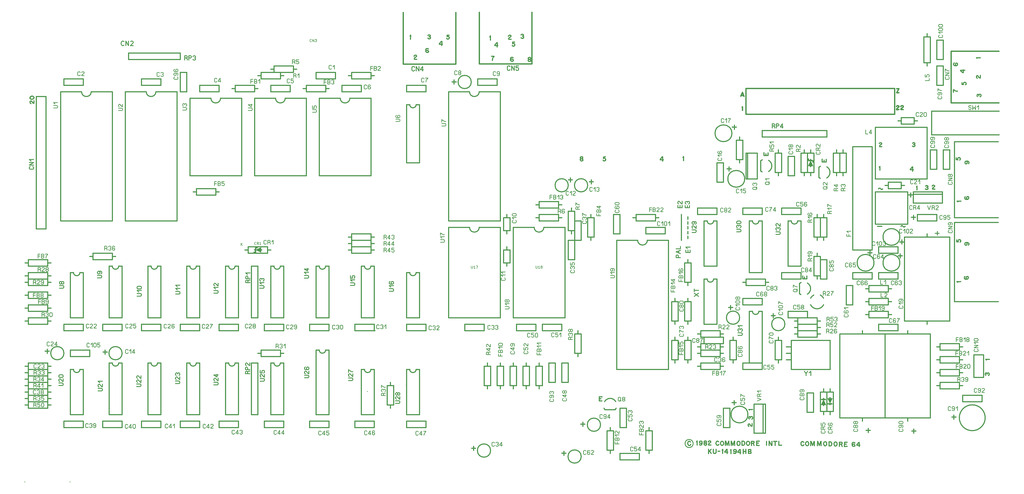
<source format=gbr>
G04 #@! TF.GenerationSoftware,KiCad,Pcbnew,(5.1.4)-1*
G04 #@! TF.CreationDate,2019-11-10T13:10:37+01:00*
G04 #@! TF.ProjectId,KU-14194HB-REV-B-KiCad,4b552d31-3431-4393-9448-422d5245562d,1.2*
G04 #@! TF.SameCoordinates,Original*
G04 #@! TF.FileFunction,Legend,Top*
G04 #@! TF.FilePolarity,Positive*
%FSLAX46Y46*%
G04 Gerber Fmt 4.6, Leading zero omitted, Abs format (unit mm)*
G04 Created by KiCad (PCBNEW (5.1.4)-1) date 2019-11-10 13:10:37*
%MOMM*%
%LPD*%
G04 APERTURE LIST*
%ADD10C,0.286000*%
%ADD11C,0.300000*%
%ADD12C,0.500000*%
%ADD13C,0.400000*%
%ADD14C,0.302000*%
%ADD15C,0.100000*%
%ADD16C,0.200000*%
%ADD17C,0.318000*%
%ADD18C,0.150000*%
G04 APERTURE END LIST*
D10*
X235957026Y-171712624D02*
X235857026Y-171472624D01*
X236157026Y-171832624D02*
X235957026Y-171712624D01*
X236357026Y-171832624D02*
X236157026Y-171832624D01*
X236557026Y-171712624D02*
X236357026Y-171832624D01*
X236657026Y-171472624D02*
X236557026Y-171712624D01*
X236657026Y-171232624D02*
X236657026Y-171472624D01*
X236557026Y-170992624D02*
X236657026Y-171232624D01*
X236357026Y-170872624D02*
X236557026Y-170992624D01*
X236157026Y-170872624D02*
X236357026Y-170872624D01*
X235957026Y-170992624D02*
X236157026Y-170872624D01*
X235857026Y-171232624D02*
X235957026Y-170992624D01*
X235757026Y-170992624D02*
X235857026Y-171232624D01*
X235557026Y-170872624D02*
X235757026Y-170992624D01*
X235357026Y-170872624D02*
X235557026Y-170872624D01*
X235157026Y-170992624D02*
X235357026Y-170872624D01*
X235057026Y-171232624D02*
X235157026Y-170992624D01*
X235057026Y-171472624D02*
X235057026Y-171232624D01*
X235157026Y-171712624D02*
X235057026Y-171472624D01*
X235357026Y-171832624D02*
X235157026Y-171712624D01*
X235557026Y-171832624D02*
X235357026Y-171832624D01*
X235757026Y-171712624D02*
X235557026Y-171832624D01*
X235857026Y-171472624D02*
X235757026Y-171712624D01*
X235857026Y-171232624D02*
X235857026Y-171472624D01*
X236575660Y-173278215D02*
X236375660Y-173398215D01*
X236675660Y-173038215D02*
X236575660Y-173278215D01*
X236675660Y-172798215D02*
X236675660Y-173038215D01*
X236575660Y-172558215D02*
X236675660Y-172798215D01*
X236375660Y-172438215D02*
X236575660Y-172558215D01*
X236175660Y-172438215D02*
X236375660Y-172438215D01*
X235975660Y-172558215D02*
X236175660Y-172438215D01*
X235875660Y-172798215D02*
X235975660Y-172558215D01*
X235775660Y-172558215D02*
X235875660Y-172798215D01*
X235575660Y-172438215D02*
X235775660Y-172558215D01*
X235375660Y-172438215D02*
X235575660Y-172438215D01*
X235175660Y-172558215D02*
X235375660Y-172438215D01*
X235075660Y-172798215D02*
X235175660Y-172558215D01*
X235075660Y-173038215D02*
X235075660Y-172798215D01*
X235175660Y-173278215D02*
X235075660Y-173038215D01*
X235375660Y-173398215D02*
X235175660Y-173278215D01*
X235875660Y-174318215D02*
X235875660Y-174918215D01*
X235775660Y-174078215D02*
X235875660Y-174318215D01*
X235575660Y-173958215D02*
X235775660Y-174078215D01*
X235375660Y-173958215D02*
X235575660Y-173958215D01*
X235175660Y-174078215D02*
X235375660Y-173958215D01*
X235075660Y-174318215D02*
X235175660Y-174078215D01*
X235075660Y-174918215D02*
X235075660Y-174318215D01*
X236675660Y-174918215D02*
X235075660Y-174918215D01*
X236275660Y-173958215D02*
X236675660Y-173958215D01*
X236075660Y-174078215D02*
X236275660Y-173958215D01*
X235875660Y-174438215D02*
X236075660Y-174078215D01*
D11*
X379181800Y-133206100D02*
X380655600Y-133206100D01*
X380655600Y-133206100D02*
X380671500Y-133190200D01*
X379974200Y-132445400D02*
X379974200Y-133935100D01*
X379974200Y-133935100D02*
X379958300Y-133950900D01*
D12*
X304800000Y-76200000D02*
X363220000Y-76200000D01*
X363220000Y-76200000D02*
X363220000Y-86360000D01*
X363220000Y-86360000D02*
X304800000Y-86360000D01*
X304800000Y-86360000D02*
X304800000Y-76200000D01*
X302775000Y-79290300D02*
X303488000Y-77761200D01*
X303488000Y-77761200D02*
X304041500Y-79337200D01*
X302925200Y-78952600D02*
X303882000Y-78980700D01*
X303287600Y-83574100D02*
X303481400Y-83390200D01*
X303481400Y-83390200D02*
X303458400Y-84884000D01*
X364023100Y-76332500D02*
X364962000Y-76341100D01*
X364962000Y-76341100D02*
X363971900Y-77903200D01*
X363971900Y-77903200D02*
X364957800Y-77898900D01*
X363886500Y-83344900D02*
X364121700Y-83095000D01*
X364121700Y-83095000D02*
X364308600Y-83001600D01*
X364308600Y-83001600D02*
X364505600Y-83009200D01*
X364505600Y-83009200D02*
X364684800Y-83052100D01*
X364684800Y-83052100D02*
X364854000Y-83143000D01*
X364854000Y-83143000D02*
X364904600Y-83355200D01*
X364904600Y-83355200D02*
X364874200Y-83526900D01*
X364874200Y-83526900D02*
X364237900Y-84039500D01*
X364237900Y-84039500D02*
X364099000Y-84196100D01*
X364099000Y-84196100D02*
X364013100Y-84340000D01*
X364013100Y-84340000D02*
X363967700Y-84529400D01*
X363967700Y-84529400D02*
X364025300Y-84566400D01*
X364025300Y-84566400D02*
X364939100Y-84559500D01*
X365585700Y-83301700D02*
X365820900Y-83051800D01*
X365820900Y-83051800D02*
X366007700Y-82958400D01*
X366007700Y-82958400D02*
X366204700Y-82966000D01*
X366204700Y-82966000D02*
X366384000Y-83008900D01*
X366384000Y-83008900D02*
X366553200Y-83099800D01*
X366553200Y-83099800D02*
X366603700Y-83312000D01*
X366603700Y-83312000D02*
X366573400Y-83483700D01*
X366573400Y-83483700D02*
X365937000Y-83996300D01*
X365937000Y-83996300D02*
X365798200Y-84152900D01*
X365798200Y-84152900D02*
X365712300Y-84296800D01*
X365712300Y-84296800D02*
X365666800Y-84486200D01*
X365666800Y-84486200D02*
X365724400Y-84523200D01*
X365724400Y-84523200D02*
X366638200Y-84516300D01*
X170180000Y-46355000D02*
X170180000Y-66675000D01*
X170180000Y-66675000D02*
X190817500Y-66675000D01*
X190817500Y-66675000D02*
X190817500Y-46355000D01*
X200111800Y-46251800D02*
X200111800Y-66571800D01*
X200111800Y-66571800D02*
X220749200Y-66571800D01*
X220749200Y-66571800D02*
X220749200Y-46251800D01*
X404177500Y-81915000D02*
X385445000Y-81915000D01*
X385445000Y-81915000D02*
X385445000Y-61595000D01*
X385445000Y-61595000D02*
X404177500Y-61595000D01*
D13*
X395690800Y-79375100D02*
X395549600Y-79158400D01*
X395549600Y-79158400D02*
X395536500Y-78869500D01*
X395536500Y-78869500D02*
X395631700Y-78616800D01*
X395631700Y-78616800D02*
X395746600Y-78508400D01*
X395746600Y-78508400D02*
X395900900Y-78485400D01*
X395900900Y-78485400D02*
X396045400Y-78515000D01*
X396045400Y-78515000D02*
X396157000Y-78597100D01*
X396157000Y-78597100D02*
X396242400Y-78991000D01*
X396242400Y-78991000D02*
X396345400Y-78556700D01*
X396345400Y-78556700D02*
X396472200Y-78478900D01*
X396472200Y-78478900D02*
X396685000Y-78454200D01*
X396685000Y-78454200D02*
X396956600Y-78509400D01*
X396956600Y-78509400D02*
X397034400Y-78608700D01*
X397034400Y-78608700D02*
X397109000Y-78725100D01*
X397109000Y-78725100D02*
X397089400Y-78836700D01*
X397089400Y-78836700D02*
X397092600Y-78954900D01*
X397092600Y-78954900D02*
X397069700Y-79076400D01*
X397069700Y-79076400D02*
X397023700Y-79247100D01*
X397023700Y-79247100D02*
X396793900Y-79437500D01*
X386278300Y-77670800D02*
X386270700Y-76759200D01*
X386270700Y-76759200D02*
X386308600Y-76625400D01*
X386308600Y-76625400D02*
X386558600Y-76855200D01*
X386558600Y-76855200D02*
X386813600Y-77031900D01*
X386813600Y-77031900D02*
X387073700Y-77165800D01*
X387073700Y-77165800D02*
X387338900Y-77221300D01*
X387338900Y-77221300D02*
X387556000Y-77261700D01*
X387556000Y-77261700D02*
X387884400Y-77256700D01*
X389667200Y-73908200D02*
X389682300Y-74597600D01*
X389682300Y-74597600D02*
X390258100Y-74627900D01*
X390258100Y-74627900D02*
X390200000Y-74612700D01*
X390200000Y-74612700D02*
X390184800Y-74370300D01*
X390184800Y-74370300D02*
X390220200Y-74115300D01*
X390220200Y-74115300D02*
X390351500Y-73946100D01*
X390351500Y-73946100D02*
X390551000Y-73756700D01*
X390551000Y-73756700D02*
X390730300Y-73731400D01*
X390730300Y-73731400D02*
X390919700Y-73781900D01*
X390919700Y-73781900D02*
X391086400Y-73877900D01*
X391086400Y-73877900D02*
X391179800Y-73996600D01*
X391179800Y-73996600D02*
X391248000Y-74183400D01*
X391248000Y-74183400D02*
X391263100Y-74355200D01*
X391263100Y-74355200D02*
X391215200Y-74526900D01*
X391215200Y-74526900D02*
X391035800Y-74713700D01*
X390720200Y-69052100D02*
X389104000Y-69062200D01*
X389104000Y-69062200D02*
X389048500Y-69158200D01*
X389048500Y-69158200D02*
X389912100Y-69971300D01*
X389912100Y-69971300D02*
X390154600Y-69996600D01*
X390154600Y-69996600D02*
X390164600Y-68865300D01*
X386563600Y-66186000D02*
X386457600Y-66271800D01*
X386457600Y-66271800D02*
X386394400Y-66403100D01*
X386394400Y-66403100D02*
X386354000Y-66529400D01*
X386354000Y-66529400D02*
X386354000Y-66632900D01*
X386354000Y-66632900D02*
X386361600Y-66764200D01*
X386361600Y-66764200D02*
X386402000Y-66903100D01*
X386402000Y-66903100D02*
X386457600Y-67004100D01*
X386457600Y-67004100D02*
X386518200Y-67082400D01*
X386518200Y-67082400D02*
X386606600Y-67125400D01*
X386606600Y-67125400D02*
X386692400Y-67163200D01*
X386692400Y-67163200D02*
X387033300Y-67236500D01*
X387033300Y-67236500D02*
X387215200Y-67244000D01*
X387215200Y-67244000D02*
X387376800Y-67236500D01*
X387376800Y-67236500D02*
X387540900Y-67198600D01*
X387540900Y-67198600D02*
X387649500Y-67148100D01*
X387649500Y-67148100D02*
X387755600Y-67059700D01*
X387755600Y-67059700D02*
X387818700Y-66976400D01*
X387818700Y-66976400D02*
X387861600Y-66857700D01*
X387861600Y-66857700D02*
X387897000Y-66756700D01*
X387897000Y-66756700D02*
X387907100Y-66683400D01*
X387907100Y-66683400D02*
X387907100Y-66592500D01*
X387907100Y-66592500D02*
X387899500Y-66514200D01*
X387899500Y-66514200D02*
X387866700Y-66443500D01*
X387866700Y-66443500D02*
X387790900Y-66335000D01*
X387790900Y-66335000D02*
X387720200Y-66259200D01*
X387720200Y-66259200D02*
X387647000Y-66216300D01*
X387647000Y-66216300D02*
X387538400Y-66201100D01*
X387538400Y-66201100D02*
X387434800Y-66196100D01*
X387434800Y-66196100D02*
X387346500Y-66211200D01*
X387346500Y-66211200D02*
X387285800Y-66239000D01*
X387285800Y-66239000D02*
X387202500Y-66289500D01*
X387202500Y-66289500D02*
X387152000Y-66337500D01*
X387152000Y-66337500D02*
X387121700Y-66380400D01*
X387121700Y-66380400D02*
X387099000Y-66425900D01*
X387099000Y-66425900D02*
X387091400Y-66451100D01*
X387091400Y-66451100D02*
X387081300Y-66494000D01*
X387081300Y-66494000D02*
X387078800Y-66569800D01*
X387078800Y-66569800D02*
X387081300Y-66688500D01*
X387081300Y-66688500D02*
X387078800Y-66766800D01*
X387078800Y-66766800D02*
X387086400Y-66829900D01*
X387086400Y-66829900D02*
X387081300Y-66986500D01*
X387081300Y-66986500D02*
X387071200Y-67140500D01*
X395521200Y-64288100D02*
X395341900Y-64096100D01*
X395341900Y-64096100D02*
X396844200Y-64091800D01*
X395636400Y-72149900D02*
X395512600Y-72043200D01*
X395512600Y-72043200D02*
X395393100Y-71923700D01*
X395393100Y-71923700D02*
X395316300Y-71770000D01*
X395316300Y-71770000D02*
X395303500Y-71595000D01*
X395303500Y-71595000D02*
X395303500Y-71407200D01*
X395303500Y-71407200D02*
X395359000Y-71292000D01*
X395359000Y-71292000D02*
X395457200Y-71176700D01*
X395457200Y-71176700D02*
X395538200Y-71138300D01*
X395538200Y-71138300D02*
X395670600Y-71117000D01*
X395670600Y-71117000D02*
X395764400Y-71134100D01*
X395764400Y-71134100D02*
X395854100Y-71168200D01*
X395854100Y-71168200D02*
X396080300Y-71539500D01*
X396080300Y-71539500D02*
X396259600Y-71791300D01*
X396259600Y-71791300D02*
X396443100Y-71949300D01*
X396443100Y-71949300D02*
X396575400Y-72021800D01*
X396575400Y-72021800D02*
X396724800Y-72038900D01*
X396724800Y-72038900D02*
X396853200Y-72043800D01*
X396853200Y-72043800D02*
X396852800Y-71065800D01*
X404177500Y-85090000D02*
X377666200Y-85090000D01*
X377666200Y-85090000D02*
X377666200Y-94456200D01*
X377666200Y-94456200D02*
X404177500Y-94456200D01*
X104140000Y-74930000D02*
X111760000Y-74930000D01*
X111760000Y-74930000D02*
X111760000Y-77470000D01*
X111760000Y-77470000D02*
X104140000Y-77470000D01*
X104140000Y-77470000D02*
X104140000Y-74930000D01*
X104140000Y-76200000D02*
X102870000Y-76200000D01*
X111760000Y-76200000D02*
X113030000Y-76200000D01*
D10*
X110281800Y-74213100D02*
X110281800Y-72613100D01*
X110281800Y-72613100D02*
X111121800Y-72613100D01*
X110281800Y-73413100D02*
X111121800Y-73413100D01*
X111681800Y-74213100D02*
X111681800Y-72613100D01*
X111681800Y-72613100D02*
X112281800Y-72613100D01*
X112281800Y-72613100D02*
X112521800Y-72713100D01*
X112521800Y-72713100D02*
X112641800Y-72913100D01*
X112641800Y-72913100D02*
X112641800Y-73113100D01*
X112641800Y-73113100D02*
X112521800Y-73313100D01*
X112521800Y-73313100D02*
X112281800Y-73413100D01*
X112281800Y-73413100D02*
X112521800Y-73513100D01*
X112521800Y-73513100D02*
X112641800Y-73713100D01*
X112641800Y-73713100D02*
X112641800Y-73913100D01*
X112641800Y-73913100D02*
X112521800Y-74113100D01*
X112521800Y-74113100D02*
X112281800Y-74213100D01*
X112281800Y-74213100D02*
X111681800Y-74213100D01*
X111681800Y-73413100D02*
X112281800Y-73413100D01*
X113201800Y-73213100D02*
X113801800Y-72613100D01*
X113801800Y-72613100D02*
X113801800Y-74213100D01*
D13*
X114300000Y-69850000D02*
X121920000Y-69850000D01*
X121920000Y-69850000D02*
X121920000Y-72390000D01*
X121920000Y-72390000D02*
X114300000Y-72390000D01*
X114300000Y-72390000D02*
X114300000Y-69850000D01*
X114300000Y-71120000D02*
X113030000Y-71120000D01*
X121920000Y-71120000D02*
X123190000Y-71120000D01*
D10*
X127540300Y-71137200D02*
X127900300Y-71337200D01*
X127900300Y-71337200D02*
X128020300Y-71537200D01*
X128020300Y-71537200D02*
X128020300Y-71937200D01*
X127060300Y-71937200D02*
X127060300Y-70337200D01*
X127060300Y-70337200D02*
X127660300Y-70337200D01*
X127660300Y-70337200D02*
X127900300Y-70437200D01*
X127900300Y-70437200D02*
X128020300Y-70637200D01*
X128020300Y-70637200D02*
X128020300Y-70837200D01*
X128020300Y-70837200D02*
X127900300Y-71037200D01*
X127900300Y-71037200D02*
X127660300Y-71137200D01*
X127660300Y-71137200D02*
X127060300Y-71137200D01*
X128580300Y-70937200D02*
X129180300Y-70337200D01*
X129180300Y-70337200D02*
X129180300Y-71937200D01*
D13*
X119380000Y-67310000D02*
X127000000Y-67310000D01*
X127000000Y-67310000D02*
X127000000Y-69850000D01*
X127000000Y-69850000D02*
X119380000Y-69850000D01*
X119380000Y-69850000D02*
X119380000Y-67310000D01*
X119380000Y-68580000D02*
X118110000Y-68580000D01*
X127000000Y-68580000D02*
X128270000Y-68580000D01*
D10*
X127097600Y-65701800D02*
X127457600Y-65901800D01*
X127457600Y-65901800D02*
X127577600Y-66101800D01*
X127577600Y-66101800D02*
X127577600Y-66501800D01*
X126617600Y-66501800D02*
X126617600Y-64901800D01*
X126617600Y-64901800D02*
X127217600Y-64901800D01*
X127217600Y-64901800D02*
X127457600Y-65001800D01*
X127457600Y-65001800D02*
X127577600Y-65201800D01*
X127577600Y-65201800D02*
X127577600Y-65401800D01*
X127577600Y-65401800D02*
X127457600Y-65601800D01*
X127457600Y-65601800D02*
X127217600Y-65701800D01*
X127217600Y-65701800D02*
X126617600Y-65701800D01*
X129097600Y-64901800D02*
X128137600Y-64901800D01*
X128137600Y-64901800D02*
X128137600Y-65601800D01*
X128137600Y-65601800D02*
X128257600Y-65601800D01*
X128257600Y-65601800D02*
X128497600Y-65501800D01*
X128497600Y-65501800D02*
X128737600Y-65501800D01*
X128737600Y-65501800D02*
X128977600Y-65601800D01*
X128977600Y-65601800D02*
X129097600Y-65801800D01*
X129097600Y-65801800D02*
X129097600Y-66201800D01*
X129097600Y-66201800D02*
X128977600Y-66401800D01*
X128977600Y-66401800D02*
X128737600Y-66501800D01*
X128737600Y-66501800D02*
X128497600Y-66501800D01*
X128497600Y-66501800D02*
X128257600Y-66401800D01*
X128257600Y-66401800D02*
X128137600Y-66201800D01*
D13*
X132080000Y-74930000D02*
X139700000Y-74930000D01*
X139700000Y-74930000D02*
X139700000Y-77470000D01*
X139700000Y-77470000D02*
X132080000Y-77470000D01*
X132080000Y-77470000D02*
X132080000Y-74930000D01*
X132080000Y-76200000D02*
X130810000Y-76200000D01*
X139700000Y-76200000D02*
X140970000Y-76200000D01*
D10*
X139036300Y-74439300D02*
X139036300Y-72839300D01*
X139036300Y-72839300D02*
X139876300Y-72839300D01*
X139036300Y-73639300D02*
X139876300Y-73639300D01*
X140436300Y-74439300D02*
X140436300Y-72839300D01*
X140436300Y-72839300D02*
X141036300Y-72839300D01*
X141036300Y-72839300D02*
X141276300Y-72939300D01*
X141276300Y-72939300D02*
X141396300Y-73139300D01*
X141396300Y-73139300D02*
X141396300Y-73339300D01*
X141396300Y-73339300D02*
X141276300Y-73539300D01*
X141276300Y-73539300D02*
X141036300Y-73639300D01*
X141036300Y-73639300D02*
X141276300Y-73739300D01*
X141276300Y-73739300D02*
X141396300Y-73939300D01*
X141396300Y-73939300D02*
X141396300Y-74139300D01*
X141396300Y-74139300D02*
X141276300Y-74339300D01*
X141276300Y-74339300D02*
X141036300Y-74439300D01*
X141036300Y-74439300D02*
X140436300Y-74439300D01*
X140436300Y-73639300D02*
X141036300Y-73639300D01*
X141956300Y-73139300D02*
X142076300Y-72939300D01*
X142076300Y-72939300D02*
X142316300Y-72839300D01*
X142316300Y-72839300D02*
X142556300Y-72839300D01*
X142556300Y-72839300D02*
X142796300Y-72939300D01*
X142796300Y-72939300D02*
X142916300Y-73139300D01*
X142916300Y-73139300D02*
X142916300Y-73339300D01*
X142916300Y-73339300D02*
X142796300Y-73539300D01*
X142796300Y-73539300D02*
X142556300Y-73639300D01*
X142556300Y-73639300D02*
X142796300Y-73739300D01*
X142796300Y-73739300D02*
X142916300Y-73939300D01*
X142916300Y-73939300D02*
X142916300Y-74139300D01*
X142916300Y-74139300D02*
X142796300Y-74339300D01*
X142796300Y-74339300D02*
X142556300Y-74439300D01*
X142556300Y-74439300D02*
X142316300Y-74439300D01*
X142316300Y-74439300D02*
X142076300Y-74339300D01*
X142076300Y-74339300D02*
X141956300Y-74139300D01*
D13*
X149860000Y-69850000D02*
X157480000Y-69850000D01*
X157480000Y-69850000D02*
X157480000Y-72390000D01*
X157480000Y-72390000D02*
X149860000Y-72390000D01*
X149860000Y-72390000D02*
X149860000Y-69850000D01*
X149860000Y-71120000D02*
X148590000Y-71120000D01*
X157480000Y-71120000D02*
X158750000Y-71120000D01*
D10*
X157314100Y-69087800D02*
X157314100Y-67487800D01*
X157314100Y-67487800D02*
X158154100Y-67487800D01*
X157314100Y-68287800D02*
X158154100Y-68287800D01*
X158714100Y-69087800D02*
X158714100Y-67487800D01*
X158714100Y-67487800D02*
X159314100Y-67487800D01*
X159314100Y-67487800D02*
X159554100Y-67587800D01*
X159554100Y-67587800D02*
X159674100Y-67787800D01*
X159674100Y-67787800D02*
X159674100Y-67987800D01*
X159674100Y-67987800D02*
X159554100Y-68187800D01*
X159554100Y-68187800D02*
X159314100Y-68287800D01*
X159314100Y-68287800D02*
X159554100Y-68387800D01*
X159554100Y-68387800D02*
X159674100Y-68587800D01*
X159674100Y-68587800D02*
X159674100Y-68787800D01*
X159674100Y-68787800D02*
X159554100Y-68987800D01*
X159554100Y-68987800D02*
X159314100Y-69087800D01*
X159314100Y-69087800D02*
X158714100Y-69087800D01*
X158714100Y-68287800D02*
X159314100Y-68287800D01*
X161194100Y-69087800D02*
X160234100Y-69087800D01*
X160234100Y-69087800D02*
X160234100Y-68987800D01*
X160234100Y-68987800D02*
X160354100Y-68787800D01*
X160354100Y-68787800D02*
X161074100Y-68187800D01*
X161074100Y-68187800D02*
X161194100Y-67987800D01*
X161194100Y-67987800D02*
X161194100Y-67787800D01*
X161194100Y-67787800D02*
X161074100Y-67587800D01*
X161074100Y-67587800D02*
X160834100Y-67487800D01*
X160834100Y-67487800D02*
X160594100Y-67487800D01*
X160594100Y-67487800D02*
X160354100Y-67587800D01*
X160354100Y-67587800D02*
X160234100Y-67787800D01*
D13*
X88900000Y-115570000D02*
X96520000Y-115570000D01*
X96520000Y-115570000D02*
X96520000Y-118110000D01*
X96520000Y-118110000D02*
X88900000Y-118110000D01*
X88900000Y-118110000D02*
X88900000Y-115570000D01*
X88900000Y-116840000D02*
X87630000Y-116840000D01*
X96520000Y-116840000D02*
X97790000Y-116840000D01*
D10*
X95980200Y-114424100D02*
X95980200Y-112824100D01*
X95980200Y-112824100D02*
X96820200Y-112824100D01*
X95980200Y-113624100D02*
X96820200Y-113624100D01*
X97380200Y-114424100D02*
X97380200Y-112824100D01*
X97380200Y-112824100D02*
X97980200Y-112824100D01*
X97980200Y-112824100D02*
X98220200Y-112924100D01*
X98220200Y-112924100D02*
X98340200Y-113124100D01*
X98340200Y-113124100D02*
X98340200Y-113324100D01*
X98340200Y-113324100D02*
X98220200Y-113524100D01*
X98220200Y-113524100D02*
X97980200Y-113624100D01*
X97980200Y-113624100D02*
X98220200Y-113724100D01*
X98220200Y-113724100D02*
X98340200Y-113924100D01*
X98340200Y-113924100D02*
X98340200Y-114124100D01*
X98340200Y-114124100D02*
X98220200Y-114324100D01*
X98220200Y-114324100D02*
X97980200Y-114424100D01*
X97980200Y-114424100D02*
X97380200Y-114424100D01*
X97380200Y-113624100D02*
X97980200Y-113624100D01*
X99860200Y-112824100D02*
X98900200Y-112824100D01*
X98900200Y-112824100D02*
X98900200Y-113524100D01*
X98900200Y-113524100D02*
X99020200Y-113524100D01*
X99020200Y-113524100D02*
X99260200Y-113424100D01*
X99260200Y-113424100D02*
X99500200Y-113424100D01*
X99500200Y-113424100D02*
X99740200Y-113524100D01*
X99740200Y-113524100D02*
X99860200Y-113724100D01*
X99860200Y-113724100D02*
X99860200Y-114124100D01*
X99860200Y-114124100D02*
X99740200Y-114324100D01*
X99740200Y-114324100D02*
X99500200Y-114424100D01*
X99500200Y-114424100D02*
X99260200Y-114424100D01*
X99260200Y-114424100D02*
X99020200Y-114324100D01*
X99020200Y-114324100D02*
X98900200Y-114124100D01*
D13*
X22860000Y-143510000D02*
X30480000Y-143510000D01*
X30480000Y-143510000D02*
X30480000Y-146050000D01*
X30480000Y-146050000D02*
X22860000Y-146050000D01*
X22860000Y-146050000D02*
X22860000Y-143510000D01*
X22860000Y-144780000D02*
X21590000Y-144780000D01*
X30480000Y-144780000D02*
X31750000Y-144780000D01*
D10*
X26641200Y-142900100D02*
X26641200Y-141300100D01*
X26641200Y-141300100D02*
X27481200Y-141300100D01*
X26641200Y-142100100D02*
X27481200Y-142100100D01*
X28041200Y-142900100D02*
X28041200Y-141300100D01*
X28041200Y-141300100D02*
X28641200Y-141300100D01*
X28641200Y-141300100D02*
X28881200Y-141400100D01*
X28881200Y-141400100D02*
X29001200Y-141600100D01*
X29001200Y-141600100D02*
X29001200Y-141800100D01*
X29001200Y-141800100D02*
X28881200Y-142000100D01*
X28881200Y-142000100D02*
X28641200Y-142100100D01*
X28641200Y-142100100D02*
X28881200Y-142200100D01*
X28881200Y-142200100D02*
X29001200Y-142400100D01*
X29001200Y-142400100D02*
X29001200Y-142600100D01*
X29001200Y-142600100D02*
X28881200Y-142800100D01*
X28881200Y-142800100D02*
X28641200Y-142900100D01*
X28641200Y-142900100D02*
X28041200Y-142900100D01*
X28041200Y-142100100D02*
X28641200Y-142100100D01*
X29561200Y-141300100D02*
X30521200Y-141300100D01*
X30521200Y-141300100D02*
X30401200Y-141500100D01*
X30401200Y-141500100D02*
X30161200Y-141800100D01*
X30161200Y-141800100D02*
X29921200Y-142200100D01*
X29921200Y-142200100D02*
X29801200Y-142500100D01*
X29801200Y-142500100D02*
X29801200Y-142900100D01*
D13*
X22860000Y-148590000D02*
X30480000Y-148590000D01*
X30480000Y-148590000D02*
X30480000Y-151130000D01*
X30480000Y-151130000D02*
X22860000Y-151130000D01*
X22860000Y-151130000D02*
X22860000Y-148590000D01*
X22860000Y-149860000D02*
X21590000Y-149860000D01*
X30480000Y-149860000D02*
X31750000Y-149860000D01*
D10*
X27183000Y-147345100D02*
X27543000Y-147545100D01*
X27543000Y-147545100D02*
X27663000Y-147745100D01*
X27663000Y-147745100D02*
X27663000Y-148145100D01*
X26703000Y-148145100D02*
X26703000Y-146545100D01*
X26703000Y-146545100D02*
X27303000Y-146545100D01*
X27303000Y-146545100D02*
X27543000Y-146645100D01*
X27543000Y-146645100D02*
X27663000Y-146845100D01*
X27663000Y-146845100D02*
X27663000Y-147045100D01*
X27663000Y-147045100D02*
X27543000Y-147245100D01*
X27543000Y-147245100D02*
X27303000Y-147345100D01*
X27303000Y-147345100D02*
X26703000Y-147345100D01*
X29183000Y-148145100D02*
X28223000Y-148145100D01*
X28223000Y-148145100D02*
X28223000Y-148045100D01*
X28223000Y-148045100D02*
X28343000Y-147845100D01*
X28343000Y-147845100D02*
X29063000Y-147245100D01*
X29063000Y-147245100D02*
X29183000Y-147045100D01*
X29183000Y-147045100D02*
X29183000Y-146845100D01*
X29183000Y-146845100D02*
X29063000Y-146645100D01*
X29063000Y-146645100D02*
X28823000Y-146545100D01*
X28823000Y-146545100D02*
X28583000Y-146545100D01*
X28583000Y-146545100D02*
X28343000Y-146645100D01*
X28343000Y-146645100D02*
X28223000Y-146845100D01*
X30343000Y-147345100D02*
X30103000Y-147345100D01*
X30103000Y-147345100D02*
X29863000Y-147245100D01*
X29863000Y-147245100D02*
X29743000Y-147045100D01*
X29743000Y-147045100D02*
X29743000Y-146845100D01*
X29743000Y-146845100D02*
X29863000Y-146645100D01*
X29863000Y-146645100D02*
X30103000Y-146545100D01*
X30103000Y-146545100D02*
X30343000Y-146545100D01*
X30343000Y-146545100D02*
X30583000Y-146645100D01*
X30583000Y-146645100D02*
X30703000Y-146845100D01*
X30703000Y-146845100D02*
X30703000Y-147045100D01*
X30703000Y-147045100D02*
X30583000Y-147245100D01*
X30583000Y-147245100D02*
X30343000Y-147345100D01*
X30343000Y-147345100D02*
X30583000Y-147445100D01*
X30583000Y-147445100D02*
X30703000Y-147645100D01*
X30703000Y-147645100D02*
X30703000Y-147845100D01*
X30703000Y-147845100D02*
X30583000Y-148045100D01*
X30583000Y-148045100D02*
X30343000Y-148145100D01*
X30343000Y-148145100D02*
X30103000Y-148145100D01*
X30103000Y-148145100D02*
X29863000Y-148045100D01*
X29863000Y-148045100D02*
X29743000Y-147845100D01*
X29743000Y-147845100D02*
X29743000Y-147645100D01*
X29743000Y-147645100D02*
X29863000Y-147445100D01*
X29863000Y-147445100D02*
X30103000Y-147345100D01*
D13*
X22860000Y-151130000D02*
X30480000Y-151130000D01*
X30480000Y-151130000D02*
X30480000Y-153670000D01*
X30480000Y-153670000D02*
X22860000Y-153670000D01*
X22860000Y-153670000D02*
X22860000Y-151130000D01*
X22860000Y-152400000D02*
X21590000Y-152400000D01*
X30480000Y-152400000D02*
X31750000Y-152400000D01*
D10*
X25327300Y-152400600D02*
X25687300Y-152600600D01*
X25687300Y-152600600D02*
X25807300Y-152800600D01*
X25807300Y-152800600D02*
X25807300Y-153200600D01*
X24847300Y-153200600D02*
X24847300Y-151600600D01*
X24847300Y-151600600D02*
X25447300Y-151600600D01*
X25447300Y-151600600D02*
X25687300Y-151700600D01*
X25687300Y-151700600D02*
X25807300Y-151900600D01*
X25807300Y-151900600D02*
X25807300Y-152100600D01*
X25807300Y-152100600D02*
X25687300Y-152300600D01*
X25687300Y-152300600D02*
X25447300Y-152400600D01*
X25447300Y-152400600D02*
X24847300Y-152400600D01*
X27327300Y-153200600D02*
X26367300Y-153200600D01*
X26367300Y-153200600D02*
X26367300Y-153100600D01*
X26367300Y-153100600D02*
X26487300Y-152900600D01*
X26487300Y-152900600D02*
X27207300Y-152300600D01*
X27207300Y-152300600D02*
X27327300Y-152100600D01*
X27327300Y-152100600D02*
X27327300Y-151900600D01*
X27327300Y-151900600D02*
X27207300Y-151700600D01*
X27207300Y-151700600D02*
X26967300Y-151600600D01*
X26967300Y-151600600D02*
X26727300Y-151600600D01*
X26727300Y-151600600D02*
X26487300Y-151700600D01*
X26487300Y-151700600D02*
X26367300Y-151900600D01*
X27887300Y-152900600D02*
X28007300Y-153100600D01*
X28007300Y-153100600D02*
X28247300Y-153200600D01*
X28247300Y-153200600D02*
X28487300Y-153200600D01*
X28487300Y-153200600D02*
X28727300Y-153100600D01*
X28727300Y-153100600D02*
X28847300Y-152900600D01*
X28847300Y-152900600D02*
X28847300Y-152400600D01*
X28847300Y-152400600D02*
X28847300Y-152300600D01*
X28847300Y-152300600D02*
X28487300Y-152500600D01*
X28487300Y-152500600D02*
X28247300Y-152500600D01*
X28247300Y-152500600D02*
X28007300Y-152400600D01*
X28007300Y-152400600D02*
X27887300Y-152200600D01*
X27887300Y-152200600D02*
X27887300Y-151900600D01*
X27887300Y-151900600D02*
X28007300Y-151700600D01*
X28007300Y-151700600D02*
X28247300Y-151600600D01*
X28247300Y-151600600D02*
X28487300Y-151600600D01*
X28487300Y-151600600D02*
X28727300Y-151700600D01*
X28727300Y-151700600D02*
X28847300Y-151900600D01*
X28847300Y-151900600D02*
X28847300Y-152400600D01*
D13*
X22860000Y-156210000D02*
X30480000Y-156210000D01*
X30480000Y-156210000D02*
X30480000Y-158750000D01*
X30480000Y-158750000D02*
X22860000Y-158750000D01*
X22860000Y-158750000D02*
X22860000Y-156210000D01*
X22860000Y-157480000D02*
X21590000Y-157480000D01*
X30480000Y-157480000D02*
X31750000Y-157480000D01*
D10*
X24847400Y-158301200D02*
X24847400Y-156701200D01*
X24847400Y-156701200D02*
X25687400Y-156701200D01*
X24847400Y-157501200D02*
X25687400Y-157501200D01*
X26247400Y-158301200D02*
X26247400Y-156701200D01*
X26247400Y-156701200D02*
X26847400Y-156701200D01*
X26847400Y-156701200D02*
X27087400Y-156801200D01*
X27087400Y-156801200D02*
X27207400Y-157001200D01*
X27207400Y-157001200D02*
X27207400Y-157201200D01*
X27207400Y-157201200D02*
X27087400Y-157401200D01*
X27087400Y-157401200D02*
X26847400Y-157501200D01*
X26847400Y-157501200D02*
X27087400Y-157601200D01*
X27087400Y-157601200D02*
X27207400Y-157801200D01*
X27207400Y-157801200D02*
X27207400Y-158001200D01*
X27207400Y-158001200D02*
X27087400Y-158201200D01*
X27087400Y-158201200D02*
X26847400Y-158301200D01*
X26847400Y-158301200D02*
X26247400Y-158301200D01*
X26247400Y-157501200D02*
X26847400Y-157501200D01*
X28367400Y-157501200D02*
X28127400Y-157501200D01*
X28127400Y-157501200D02*
X27887400Y-157401200D01*
X27887400Y-157401200D02*
X27767400Y-157201200D01*
X27767400Y-157201200D02*
X27767400Y-157001200D01*
X27767400Y-157001200D02*
X27887400Y-156801200D01*
X27887400Y-156801200D02*
X28127400Y-156701200D01*
X28127400Y-156701200D02*
X28367400Y-156701200D01*
X28367400Y-156701200D02*
X28607400Y-156801200D01*
X28607400Y-156801200D02*
X28727400Y-157001200D01*
X28727400Y-157001200D02*
X28727400Y-157201200D01*
X28727400Y-157201200D02*
X28607400Y-157401200D01*
X28607400Y-157401200D02*
X28367400Y-157501200D01*
X28367400Y-157501200D02*
X28607400Y-157601200D01*
X28607400Y-157601200D02*
X28727400Y-157801200D01*
X28727400Y-157801200D02*
X28727400Y-158001200D01*
X28727400Y-158001200D02*
X28607400Y-158201200D01*
X28607400Y-158201200D02*
X28367400Y-158301200D01*
X28367400Y-158301200D02*
X28127400Y-158301200D01*
X28127400Y-158301200D02*
X27887400Y-158201200D01*
X27887400Y-158201200D02*
X27767400Y-158001200D01*
X27767400Y-158001200D02*
X27767400Y-157801200D01*
X27767400Y-157801200D02*
X27887400Y-157601200D01*
X27887400Y-157601200D02*
X28127400Y-157501200D01*
D13*
X22860000Y-161290000D02*
X30480000Y-161290000D01*
X30480000Y-161290000D02*
X30480000Y-163830000D01*
X30480000Y-163830000D02*
X22860000Y-163830000D01*
X22860000Y-163830000D02*
X22860000Y-161290000D01*
X22860000Y-162560000D02*
X21590000Y-162560000D01*
X30480000Y-162560000D02*
X31750000Y-162560000D01*
D10*
X26826800Y-160865700D02*
X26826800Y-159265700D01*
X26826800Y-159265700D02*
X27666800Y-159265700D01*
X26826800Y-160065700D02*
X27666800Y-160065700D01*
X28226800Y-160865700D02*
X28226800Y-159265700D01*
X28226800Y-159265700D02*
X28826800Y-159265700D01*
X28826800Y-159265700D02*
X29066800Y-159365700D01*
X29066800Y-159365700D02*
X29186800Y-159565700D01*
X29186800Y-159565700D02*
X29186800Y-159765700D01*
X29186800Y-159765700D02*
X29066800Y-159965700D01*
X29066800Y-159965700D02*
X28826800Y-160065700D01*
X28826800Y-160065700D02*
X29066800Y-160165700D01*
X29066800Y-160165700D02*
X29186800Y-160365700D01*
X29186800Y-160365700D02*
X29186800Y-160565700D01*
X29186800Y-160565700D02*
X29066800Y-160765700D01*
X29066800Y-160765700D02*
X28826800Y-160865700D01*
X28826800Y-160865700D02*
X28226800Y-160865700D01*
X28226800Y-160065700D02*
X28826800Y-160065700D01*
X29746800Y-160565700D02*
X29866800Y-160765700D01*
X29866800Y-160765700D02*
X30106800Y-160865700D01*
X30106800Y-160865700D02*
X30346800Y-160865700D01*
X30346800Y-160865700D02*
X30586800Y-160765700D01*
X30586800Y-160765700D02*
X30706800Y-160565700D01*
X30706800Y-160565700D02*
X30706800Y-160065700D01*
X30706800Y-160065700D02*
X30706800Y-159965700D01*
X30706800Y-159965700D02*
X30346800Y-160165700D01*
X30346800Y-160165700D02*
X30106800Y-160165700D01*
X30106800Y-160165700D02*
X29866800Y-160065700D01*
X29866800Y-160065700D02*
X29746800Y-159865700D01*
X29746800Y-159865700D02*
X29746800Y-159565700D01*
X29746800Y-159565700D02*
X29866800Y-159365700D01*
X29866800Y-159365700D02*
X30106800Y-159265700D01*
X30106800Y-159265700D02*
X30346800Y-159265700D01*
X30346800Y-159265700D02*
X30586800Y-159365700D01*
X30586800Y-159365700D02*
X30706800Y-159565700D01*
X30706800Y-159565700D02*
X30706800Y-160065700D01*
D13*
X22860000Y-166370000D02*
X30480000Y-166370000D01*
X30480000Y-166370000D02*
X30480000Y-168910000D01*
X30480000Y-168910000D02*
X22860000Y-168910000D01*
X22860000Y-168910000D02*
X22860000Y-166370000D01*
X22860000Y-167640000D02*
X21590000Y-167640000D01*
X30480000Y-167640000D02*
X31750000Y-167640000D01*
D10*
X28708800Y-165125100D02*
X29068800Y-165325100D01*
X29068800Y-165325100D02*
X29188800Y-165525100D01*
X29188800Y-165525100D02*
X29188800Y-165925100D01*
X28228800Y-165925100D02*
X28228800Y-164325100D01*
X28228800Y-164325100D02*
X28828800Y-164325100D01*
X28828800Y-164325100D02*
X29068800Y-164425100D01*
X29068800Y-164425100D02*
X29188800Y-164625100D01*
X29188800Y-164625100D02*
X29188800Y-164825100D01*
X29188800Y-164825100D02*
X29068800Y-165025100D01*
X29068800Y-165025100D02*
X28828800Y-165125100D01*
X28828800Y-165125100D02*
X28228800Y-165125100D01*
X29748800Y-164625100D02*
X29868800Y-164425100D01*
X29868800Y-164425100D02*
X30108800Y-164325100D01*
X30108800Y-164325100D02*
X30348800Y-164325100D01*
X30348800Y-164325100D02*
X30588800Y-164425100D01*
X30588800Y-164425100D02*
X30708800Y-164625100D01*
X30708800Y-164625100D02*
X30708800Y-164825100D01*
X30708800Y-164825100D02*
X30588800Y-165025100D01*
X30588800Y-165025100D02*
X30348800Y-165125100D01*
X30348800Y-165125100D02*
X30588800Y-165225100D01*
X30588800Y-165225100D02*
X30708800Y-165425100D01*
X30708800Y-165425100D02*
X30708800Y-165625100D01*
X30708800Y-165625100D02*
X30588800Y-165825100D01*
X30588800Y-165825100D02*
X30348800Y-165925100D01*
X30348800Y-165925100D02*
X30108800Y-165925100D01*
X30108800Y-165925100D02*
X29868800Y-165825100D01*
X29868800Y-165825100D02*
X29748800Y-165625100D01*
X32228800Y-164625100D02*
X32228800Y-165625100D01*
X32228800Y-165625100D02*
X32108800Y-165825100D01*
X32108800Y-165825100D02*
X31868800Y-165925100D01*
X31868800Y-165925100D02*
X31628800Y-165925100D01*
X31628800Y-165925100D02*
X31388800Y-165825100D01*
X31388800Y-165825100D02*
X31268800Y-165625100D01*
X31268800Y-165625100D02*
X31268800Y-164625100D01*
X31268800Y-164625100D02*
X31388800Y-164425100D01*
X31388800Y-164425100D02*
X31628800Y-164325100D01*
X31628800Y-164325100D02*
X31868800Y-164325100D01*
X31868800Y-164325100D02*
X32108800Y-164425100D01*
X32108800Y-164425100D02*
X32228800Y-164625100D01*
D13*
X48260000Y-140970000D02*
X55880000Y-140970000D01*
X55880000Y-140970000D02*
X55880000Y-143510000D01*
X55880000Y-143510000D02*
X48260000Y-143510000D01*
X48260000Y-143510000D02*
X48260000Y-140970000D01*
X48260000Y-142240000D02*
X46990000Y-142240000D01*
X55880000Y-142240000D02*
X57150000Y-142240000D01*
D10*
X53290400Y-139017100D02*
X53650400Y-139217100D01*
X53650400Y-139217100D02*
X53770400Y-139417100D01*
X53770400Y-139417100D02*
X53770400Y-139817100D01*
X52810400Y-139817100D02*
X52810400Y-138217100D01*
X52810400Y-138217100D02*
X53410400Y-138217100D01*
X53410400Y-138217100D02*
X53650400Y-138317100D01*
X53650400Y-138317100D02*
X53770400Y-138517100D01*
X53770400Y-138517100D02*
X53770400Y-138717100D01*
X53770400Y-138717100D02*
X53650400Y-138917100D01*
X53650400Y-138917100D02*
X53410400Y-139017100D01*
X53410400Y-139017100D02*
X52810400Y-139017100D01*
X54330400Y-138517100D02*
X54450400Y-138317100D01*
X54450400Y-138317100D02*
X54690400Y-138217100D01*
X54690400Y-138217100D02*
X54930400Y-138217100D01*
X54930400Y-138217100D02*
X55170400Y-138317100D01*
X55170400Y-138317100D02*
X55290400Y-138517100D01*
X55290400Y-138517100D02*
X55290400Y-138717100D01*
X55290400Y-138717100D02*
X55170400Y-138917100D01*
X55170400Y-138917100D02*
X54930400Y-139017100D01*
X54930400Y-139017100D02*
X55170400Y-139117100D01*
X55170400Y-139117100D02*
X55290400Y-139317100D01*
X55290400Y-139317100D02*
X55290400Y-139517100D01*
X55290400Y-139517100D02*
X55170400Y-139717100D01*
X55170400Y-139717100D02*
X54930400Y-139817100D01*
X54930400Y-139817100D02*
X54690400Y-139817100D01*
X54690400Y-139817100D02*
X54450400Y-139717100D01*
X54450400Y-139717100D02*
X54330400Y-139517100D01*
X56810400Y-138517100D02*
X56690400Y-138317100D01*
X56690400Y-138317100D02*
X56450400Y-138217100D01*
X56450400Y-138217100D02*
X56210400Y-138217100D01*
X56210400Y-138217100D02*
X55970400Y-138317100D01*
X55970400Y-138317100D02*
X55850400Y-138517100D01*
X55850400Y-138517100D02*
X55850400Y-139017100D01*
X55850400Y-139017100D02*
X55850400Y-139117100D01*
X55850400Y-139117100D02*
X56210400Y-138917100D01*
X56210400Y-138917100D02*
X56450400Y-138917100D01*
X56450400Y-138917100D02*
X56690400Y-139017100D01*
X56690400Y-139017100D02*
X56810400Y-139217100D01*
X56810400Y-139217100D02*
X56810400Y-139517100D01*
X56810400Y-139517100D02*
X56690400Y-139717100D01*
X56690400Y-139717100D02*
X56450400Y-139817100D01*
X56450400Y-139817100D02*
X56210400Y-139817100D01*
X56210400Y-139817100D02*
X55970400Y-139717100D01*
X55970400Y-139717100D02*
X55850400Y-139517100D01*
X55850400Y-139517100D02*
X55850400Y-139017100D01*
D13*
X149860000Y-133350000D02*
X157480000Y-133350000D01*
X157480000Y-133350000D02*
X157480000Y-135890000D01*
X157480000Y-135890000D02*
X149860000Y-135890000D01*
X149860000Y-135890000D02*
X149860000Y-133350000D01*
X149860000Y-134620000D02*
X148590000Y-134620000D01*
X157480000Y-134620000D02*
X158750000Y-134620000D01*
D10*
X163050000Y-134658100D02*
X163410000Y-134858100D01*
X163410000Y-134858100D02*
X163530000Y-135058100D01*
X163530000Y-135058100D02*
X163530000Y-135458100D01*
X162570000Y-135458100D02*
X162570000Y-133858100D01*
X162570000Y-133858100D02*
X163170000Y-133858100D01*
X163170000Y-133858100D02*
X163410000Y-133958100D01*
X163410000Y-133958100D02*
X163530000Y-134158100D01*
X163530000Y-134158100D02*
X163530000Y-134358100D01*
X163530000Y-134358100D02*
X163410000Y-134558100D01*
X163410000Y-134558100D02*
X163170000Y-134658100D01*
X163170000Y-134658100D02*
X162570000Y-134658100D01*
X164810000Y-135458100D02*
X164810000Y-133858100D01*
X164810000Y-133858100D02*
X164090000Y-134858100D01*
X164090000Y-134858100D02*
X164090000Y-135058100D01*
X164090000Y-135058100D02*
X165050000Y-135058100D01*
X165610000Y-134158100D02*
X165730000Y-133958100D01*
X165730000Y-133958100D02*
X165970000Y-133858100D01*
X165970000Y-133858100D02*
X166210000Y-133858100D01*
X166210000Y-133858100D02*
X166450000Y-133958100D01*
X166450000Y-133958100D02*
X166570000Y-134158100D01*
X166570000Y-134158100D02*
X166570000Y-134358100D01*
X166570000Y-134358100D02*
X166450000Y-134558100D01*
X166450000Y-134558100D02*
X166210000Y-134658100D01*
X166210000Y-134658100D02*
X166450000Y-134758100D01*
X166450000Y-134758100D02*
X166570000Y-134958100D01*
X166570000Y-134958100D02*
X166570000Y-135158100D01*
X166570000Y-135158100D02*
X166450000Y-135358100D01*
X166450000Y-135358100D02*
X166210000Y-135458100D01*
X166210000Y-135458100D02*
X165970000Y-135458100D01*
X165970000Y-135458100D02*
X165730000Y-135358100D01*
X165730000Y-135358100D02*
X165610000Y-135158100D01*
D13*
X149860000Y-135890000D02*
X157480000Y-135890000D01*
X157480000Y-135890000D02*
X157480000Y-138430000D01*
X157480000Y-138430000D02*
X149860000Y-138430000D01*
X149860000Y-138430000D02*
X149860000Y-135890000D01*
X149860000Y-137160000D02*
X148590000Y-137160000D01*
X157480000Y-137160000D02*
X158750000Y-137160000D01*
D10*
X163023200Y-137178900D02*
X163383200Y-137378900D01*
X163383200Y-137378900D02*
X163503200Y-137578900D01*
X163503200Y-137578900D02*
X163503200Y-137978900D01*
X162543200Y-137978900D02*
X162543200Y-136378900D01*
X162543200Y-136378900D02*
X163143200Y-136378900D01*
X163143200Y-136378900D02*
X163383200Y-136478900D01*
X163383200Y-136478900D02*
X163503200Y-136678900D01*
X163503200Y-136678900D02*
X163503200Y-136878900D01*
X163503200Y-136878900D02*
X163383200Y-137078900D01*
X163383200Y-137078900D02*
X163143200Y-137178900D01*
X163143200Y-137178900D02*
X162543200Y-137178900D01*
X164783200Y-137978900D02*
X164783200Y-136378900D01*
X164783200Y-136378900D02*
X164063200Y-137378900D01*
X164063200Y-137378900D02*
X164063200Y-137578900D01*
X164063200Y-137578900D02*
X165023200Y-137578900D01*
X166303200Y-137978900D02*
X166303200Y-136378900D01*
X166303200Y-136378900D02*
X165583200Y-137378900D01*
X165583200Y-137378900D02*
X165583200Y-137578900D01*
X165583200Y-137578900D02*
X166543200Y-137578900D01*
D13*
X149860000Y-138430000D02*
X157480000Y-138430000D01*
X157480000Y-138430000D02*
X157480000Y-140970000D01*
X157480000Y-140970000D02*
X149860000Y-140970000D01*
X149860000Y-140970000D02*
X149860000Y-138430000D01*
X149860000Y-139700000D02*
X148590000Y-139700000D01*
X157480000Y-139700000D02*
X158750000Y-139700000D01*
D10*
X163023000Y-139752300D02*
X163383000Y-139952300D01*
X163383000Y-139952300D02*
X163503000Y-140152300D01*
X163503000Y-140152300D02*
X163503000Y-140552300D01*
X162543000Y-140552300D02*
X162543000Y-138952300D01*
X162543000Y-138952300D02*
X163143000Y-138952300D01*
X163143000Y-138952300D02*
X163383000Y-139052300D01*
X163383000Y-139052300D02*
X163503000Y-139252300D01*
X163503000Y-139252300D02*
X163503000Y-139452300D01*
X163503000Y-139452300D02*
X163383000Y-139652300D01*
X163383000Y-139652300D02*
X163143000Y-139752300D01*
X163143000Y-139752300D02*
X162543000Y-139752300D01*
X164783000Y-140552300D02*
X164783000Y-138952300D01*
X164783000Y-138952300D02*
X164063000Y-139952300D01*
X164063000Y-139952300D02*
X164063000Y-140152300D01*
X164063000Y-140152300D02*
X165023000Y-140152300D01*
X166543000Y-138952300D02*
X165583000Y-138952300D01*
X165583000Y-138952300D02*
X165583000Y-139652300D01*
X165583000Y-139652300D02*
X165703000Y-139652300D01*
X165703000Y-139652300D02*
X165943000Y-139552300D01*
X165943000Y-139552300D02*
X166183000Y-139552300D01*
X166183000Y-139552300D02*
X166423000Y-139652300D01*
X166423000Y-139652300D02*
X166543000Y-139852300D01*
X166543000Y-139852300D02*
X166543000Y-140252300D01*
X166543000Y-140252300D02*
X166423000Y-140452300D01*
X166423000Y-140452300D02*
X166183000Y-140552300D01*
X166183000Y-140552300D02*
X165943000Y-140552300D01*
X165943000Y-140552300D02*
X165703000Y-140452300D01*
X165703000Y-140452300D02*
X165583000Y-140252300D01*
D13*
X223520000Y-120650000D02*
X231140000Y-120650000D01*
X231140000Y-120650000D02*
X231140000Y-123190000D01*
X231140000Y-123190000D02*
X223520000Y-123190000D01*
X223520000Y-123190000D02*
X223520000Y-120650000D01*
X223520000Y-121920000D02*
X222250000Y-121920000D01*
X231140000Y-121920000D02*
X232410000Y-121920000D01*
D10*
X227763200Y-119726800D02*
X227763200Y-118126800D01*
X227763200Y-118126800D02*
X228603200Y-118126800D01*
X227763200Y-118926800D02*
X228603200Y-118926800D01*
X229163200Y-119726800D02*
X229163200Y-118126800D01*
X229163200Y-118126800D02*
X229763200Y-118126800D01*
X229763200Y-118126800D02*
X230003200Y-118226800D01*
X230003200Y-118226800D02*
X230123200Y-118426800D01*
X230123200Y-118426800D02*
X230123200Y-118626800D01*
X230123200Y-118626800D02*
X230003200Y-118826800D01*
X230003200Y-118826800D02*
X229763200Y-118926800D01*
X229763200Y-118926800D02*
X230003200Y-119026800D01*
X230003200Y-119026800D02*
X230123200Y-119226800D01*
X230123200Y-119226800D02*
X230123200Y-119426800D01*
X230123200Y-119426800D02*
X230003200Y-119626800D01*
X230003200Y-119626800D02*
X229763200Y-119726800D01*
X229763200Y-119726800D02*
X229163200Y-119726800D01*
X229163200Y-118926800D02*
X229763200Y-118926800D01*
X230683200Y-118726800D02*
X231283200Y-118126800D01*
X231283200Y-118126800D02*
X231283200Y-119726800D01*
X231843200Y-118426800D02*
X231963200Y-118226800D01*
X231963200Y-118226800D02*
X232203200Y-118126800D01*
X232203200Y-118126800D02*
X232443200Y-118126800D01*
X232443200Y-118126800D02*
X232683200Y-118226800D01*
X232683200Y-118226800D02*
X232803200Y-118426800D01*
X232803200Y-118426800D02*
X232803200Y-118626800D01*
X232803200Y-118626800D02*
X232683200Y-118826800D01*
X232683200Y-118826800D02*
X232443200Y-118926800D01*
X232443200Y-118926800D02*
X232683200Y-119026800D01*
X232683200Y-119026800D02*
X232803200Y-119226800D01*
X232803200Y-119226800D02*
X232803200Y-119426800D01*
X232803200Y-119426800D02*
X232683200Y-119626800D01*
X232683200Y-119626800D02*
X232443200Y-119726800D01*
X232443200Y-119726800D02*
X232203200Y-119726800D01*
X232203200Y-119726800D02*
X231963200Y-119626800D01*
X231963200Y-119626800D02*
X231843200Y-119426800D01*
D13*
X223520000Y-125730000D02*
X231140000Y-125730000D01*
X231140000Y-125730000D02*
X231140000Y-128270000D01*
X231140000Y-128270000D02*
X223520000Y-128270000D01*
X223520000Y-128270000D02*
X223520000Y-125730000D01*
X223520000Y-127000000D02*
X222250000Y-127000000D01*
X231140000Y-127000000D02*
X232410000Y-127000000D01*
D10*
X231483500Y-124459800D02*
X231843500Y-124659800D01*
X231843500Y-124659800D02*
X231963500Y-124859800D01*
X231963500Y-124859800D02*
X231963500Y-125259800D01*
X231003500Y-125259800D02*
X231003500Y-123659800D01*
X231003500Y-123659800D02*
X231603500Y-123659800D01*
X231603500Y-123659800D02*
X231843500Y-123759800D01*
X231843500Y-123759800D02*
X231963500Y-123959800D01*
X231963500Y-123959800D02*
X231963500Y-124159800D01*
X231963500Y-124159800D02*
X231843500Y-124359800D01*
X231843500Y-124359800D02*
X231603500Y-124459800D01*
X231603500Y-124459800D02*
X231003500Y-124459800D01*
X233483500Y-123959800D02*
X233363500Y-123759800D01*
X233363500Y-123759800D02*
X233123500Y-123659800D01*
X233123500Y-123659800D02*
X232883500Y-123659800D01*
X232883500Y-123659800D02*
X232643500Y-123759800D01*
X232643500Y-123759800D02*
X232523500Y-123959800D01*
X232523500Y-123959800D02*
X232523500Y-124459800D01*
X232523500Y-124459800D02*
X232523500Y-124559800D01*
X232523500Y-124559800D02*
X232883500Y-124359800D01*
X232883500Y-124359800D02*
X233123500Y-124359800D01*
X233123500Y-124359800D02*
X233363500Y-124459800D01*
X233363500Y-124459800D02*
X233483500Y-124659800D01*
X233483500Y-124659800D02*
X233483500Y-124959800D01*
X233483500Y-124959800D02*
X233363500Y-125159800D01*
X233363500Y-125159800D02*
X233123500Y-125259800D01*
X233123500Y-125259800D02*
X232883500Y-125259800D01*
X232883500Y-125259800D02*
X232643500Y-125159800D01*
X232643500Y-125159800D02*
X232523500Y-124959800D01*
X232523500Y-124959800D02*
X232523500Y-124459800D01*
D13*
X237490000Y-124460000D02*
X237490000Y-132080000D01*
X237490000Y-132080000D02*
X234950000Y-132080000D01*
X234950000Y-132080000D02*
X234950000Y-124460000D01*
X234950000Y-124460000D02*
X237490000Y-124460000D01*
X236220000Y-124460000D02*
X236220000Y-123190000D01*
X236220000Y-132080000D02*
X236220000Y-133350000D01*
D10*
X238679800Y-123219600D02*
X238879800Y-122859600D01*
X238879800Y-122859600D02*
X239079800Y-122739600D01*
X239079800Y-122739600D02*
X239479800Y-122739600D01*
X239479800Y-123699600D02*
X237879800Y-123699600D01*
X237879800Y-123699600D02*
X237879800Y-123099600D01*
X237879800Y-123099600D02*
X237979800Y-122859600D01*
X237979800Y-122859600D02*
X238179800Y-122739600D01*
X238179800Y-122739600D02*
X238379800Y-122739600D01*
X238379800Y-122739600D02*
X238579800Y-122859600D01*
X238579800Y-122859600D02*
X238679800Y-123099600D01*
X238679800Y-123099600D02*
X238679800Y-123699600D01*
X237879800Y-122179600D02*
X237879800Y-121219600D01*
X237879800Y-121219600D02*
X238079800Y-121339600D01*
X238079800Y-121339600D02*
X238379800Y-121579600D01*
X238379800Y-121579600D02*
X238779800Y-121819600D01*
X238779800Y-121819600D02*
X239079800Y-121939600D01*
X239079800Y-121939600D02*
X239479800Y-121939600D01*
D13*
X245110000Y-127000000D02*
X245110000Y-134620000D01*
X245110000Y-134620000D02*
X242570000Y-134620000D01*
X242570000Y-134620000D02*
X242570000Y-127000000D01*
X242570000Y-127000000D02*
X245110000Y-127000000D01*
X243840000Y-127000000D02*
X243840000Y-125730000D01*
X243840000Y-134620000D02*
X243840000Y-135890000D01*
D10*
X247743200Y-126239700D02*
X246143200Y-126239700D01*
X246143200Y-126239700D02*
X246143200Y-125399700D01*
X246943200Y-126239700D02*
X246943200Y-125399700D01*
X247743200Y-124839700D02*
X246143200Y-124839700D01*
X246143200Y-124839700D02*
X246143200Y-124239700D01*
X246143200Y-124239700D02*
X246243200Y-123999700D01*
X246243200Y-123999700D02*
X246443200Y-123879700D01*
X246443200Y-123879700D02*
X246643200Y-123879700D01*
X246643200Y-123879700D02*
X246843200Y-123999700D01*
X246843200Y-123999700D02*
X246943200Y-124239700D01*
X246943200Y-124239700D02*
X247043200Y-123999700D01*
X247043200Y-123999700D02*
X247243200Y-123879700D01*
X247243200Y-123879700D02*
X247443200Y-123879700D01*
X247443200Y-123879700D02*
X247643200Y-123999700D01*
X247643200Y-123999700D02*
X247743200Y-124239700D01*
X247743200Y-124239700D02*
X247743200Y-124839700D01*
X246943200Y-124839700D02*
X246943200Y-124239700D01*
X247743200Y-122599700D02*
X246143200Y-122599700D01*
X246143200Y-122599700D02*
X247143200Y-123319700D01*
X247143200Y-123319700D02*
X247343200Y-123319700D01*
X247343200Y-123319700D02*
X247343200Y-122359700D01*
D13*
X240030000Y-172720000D02*
X240030000Y-180340000D01*
X240030000Y-180340000D02*
X237490000Y-180340000D01*
X237490000Y-180340000D02*
X237490000Y-172720000D01*
X237490000Y-172720000D02*
X240030000Y-172720000D01*
X238760000Y-172720000D02*
X238760000Y-171450000D01*
X238760000Y-180340000D02*
X238760000Y-181610000D01*
X204470000Y-185420000D02*
X204470000Y-193040000D01*
X204470000Y-193040000D02*
X201930000Y-193040000D01*
X201930000Y-193040000D02*
X201930000Y-185420000D01*
X201930000Y-185420000D02*
X204470000Y-185420000D01*
X203200000Y-185420000D02*
X203200000Y-184150000D01*
X203200000Y-193040000D02*
X203200000Y-194310000D01*
D10*
X203550600Y-180346900D02*
X203750600Y-179986900D01*
X203750600Y-179986900D02*
X203950600Y-179866900D01*
X203950600Y-179866900D02*
X204350600Y-179866900D01*
X204350600Y-180826900D02*
X202750600Y-180826900D01*
X202750600Y-180826900D02*
X202750600Y-180226900D01*
X202750600Y-180226900D02*
X202850600Y-179986900D01*
X202850600Y-179986900D02*
X203050600Y-179866900D01*
X203050600Y-179866900D02*
X203250600Y-179866900D01*
X203250600Y-179866900D02*
X203450600Y-179986900D01*
X203450600Y-179986900D02*
X203550600Y-180226900D01*
X203550600Y-180226900D02*
X203550600Y-180826900D01*
X204350600Y-178586900D02*
X202750600Y-178586900D01*
X202750600Y-178586900D02*
X203750600Y-179306900D01*
X203750600Y-179306900D02*
X203950600Y-179306900D01*
X203950600Y-179306900D02*
X203950600Y-178346900D01*
X204350600Y-176826900D02*
X204350600Y-177786900D01*
X204350600Y-177786900D02*
X204250600Y-177786900D01*
X204250600Y-177786900D02*
X204050600Y-177666900D01*
X204050600Y-177666900D02*
X203450600Y-176946900D01*
X203450600Y-176946900D02*
X203250600Y-176826900D01*
X203250600Y-176826900D02*
X203050600Y-176826900D01*
X203050600Y-176826900D02*
X202850600Y-176946900D01*
X202850600Y-176946900D02*
X202750600Y-177186900D01*
X202750600Y-177186900D02*
X202750600Y-177426900D01*
X202750600Y-177426900D02*
X202850600Y-177666900D01*
X202850600Y-177666900D02*
X203050600Y-177786900D01*
D13*
X209550000Y-185420000D02*
X209550000Y-193040000D01*
X209550000Y-193040000D02*
X207010000Y-193040000D01*
X207010000Y-193040000D02*
X207010000Y-185420000D01*
X207010000Y-185420000D02*
X209550000Y-185420000D01*
X208280000Y-185420000D02*
X208280000Y-184150000D01*
X208280000Y-193040000D02*
X208280000Y-194310000D01*
D10*
X209151900Y-181454100D02*
X207551900Y-181454100D01*
X207551900Y-181454100D02*
X207551900Y-180614100D01*
X208351900Y-181454100D02*
X208351900Y-180614100D01*
X209151900Y-180054100D02*
X207551900Y-180054100D01*
X207551900Y-180054100D02*
X207551900Y-179454100D01*
X207551900Y-179454100D02*
X207651900Y-179214100D01*
X207651900Y-179214100D02*
X207851900Y-179094100D01*
X207851900Y-179094100D02*
X208051900Y-179094100D01*
X208051900Y-179094100D02*
X208251900Y-179214100D01*
X208251900Y-179214100D02*
X208351900Y-179454100D01*
X208351900Y-179454100D02*
X208451900Y-179214100D01*
X208451900Y-179214100D02*
X208651900Y-179094100D01*
X208651900Y-179094100D02*
X208851900Y-179094100D01*
X208851900Y-179094100D02*
X209051900Y-179214100D01*
X209051900Y-179214100D02*
X209151900Y-179454100D01*
X209151900Y-179454100D02*
X209151900Y-180054100D01*
X208351900Y-180054100D02*
X208351900Y-179454100D01*
X208151900Y-178534100D02*
X207551900Y-177934100D01*
X207551900Y-177934100D02*
X209151900Y-177934100D01*
X207851900Y-176414100D02*
X208851900Y-176414100D01*
X208851900Y-176414100D02*
X209051900Y-176534100D01*
X209051900Y-176534100D02*
X209151900Y-176774100D01*
X209151900Y-176774100D02*
X209151900Y-177014100D01*
X209151900Y-177014100D02*
X209051900Y-177254100D01*
X209051900Y-177254100D02*
X208851900Y-177374100D01*
X208851900Y-177374100D02*
X207851900Y-177374100D01*
X207851900Y-177374100D02*
X207651900Y-177254100D01*
X207651900Y-177254100D02*
X207551900Y-177014100D01*
X207551900Y-177014100D02*
X207551900Y-176774100D01*
X207551900Y-176774100D02*
X207651900Y-176534100D01*
X207651900Y-176534100D02*
X207851900Y-176414100D01*
D13*
X214630000Y-185420000D02*
X214630000Y-193040000D01*
X214630000Y-193040000D02*
X212090000Y-193040000D01*
X212090000Y-193040000D02*
X212090000Y-185420000D01*
X212090000Y-185420000D02*
X214630000Y-185420000D01*
X213360000Y-185420000D02*
X213360000Y-184150000D01*
X213360000Y-193040000D02*
X213360000Y-194310000D01*
D10*
X213583400Y-179623000D02*
X213783400Y-179743000D01*
X213783400Y-179743000D02*
X213883400Y-179983000D01*
X213883400Y-179983000D02*
X213883400Y-180223000D01*
X213883400Y-180223000D02*
X213783400Y-180463000D01*
X213783400Y-180463000D02*
X213583400Y-180583000D01*
X213583400Y-180583000D02*
X212583400Y-180583000D01*
X212583400Y-180583000D02*
X212383400Y-180463000D01*
X212383400Y-180463000D02*
X212283400Y-180223000D01*
X212283400Y-180223000D02*
X212283400Y-179983000D01*
X212283400Y-179983000D02*
X212383400Y-179743000D01*
X212383400Y-179743000D02*
X212583400Y-179623000D01*
X213883400Y-178343000D02*
X212283400Y-178343000D01*
X212283400Y-178343000D02*
X213283400Y-179063000D01*
X213283400Y-179063000D02*
X213483400Y-179063000D01*
X213483400Y-179063000D02*
X213483400Y-178103000D01*
X213583400Y-177543000D02*
X213783400Y-177423000D01*
X213783400Y-177423000D02*
X213883400Y-177183000D01*
X213883400Y-177183000D02*
X213883400Y-176943000D01*
X213883400Y-176943000D02*
X213783400Y-176703000D01*
X213783400Y-176703000D02*
X213583400Y-176583000D01*
X213583400Y-176583000D02*
X213083400Y-176583000D01*
X213083400Y-176583000D02*
X212983400Y-176583000D01*
X212983400Y-176583000D02*
X213183400Y-176943000D01*
X213183400Y-176943000D02*
X213183400Y-177183000D01*
X213183400Y-177183000D02*
X213083400Y-177423000D01*
X213083400Y-177423000D02*
X212883400Y-177543000D01*
X212883400Y-177543000D02*
X212583400Y-177543000D01*
X212583400Y-177543000D02*
X212383400Y-177423000D01*
X212383400Y-177423000D02*
X212283400Y-177183000D01*
X212283400Y-177183000D02*
X212283400Y-176943000D01*
X212283400Y-176943000D02*
X212383400Y-176703000D01*
X212383400Y-176703000D02*
X212583400Y-176583000D01*
X212583400Y-176583000D02*
X213083400Y-176583000D01*
D13*
X219710000Y-185420000D02*
X219710000Y-193040000D01*
X219710000Y-193040000D02*
X217170000Y-193040000D01*
X217170000Y-193040000D02*
X217170000Y-185420000D01*
X217170000Y-185420000D02*
X219710000Y-185420000D01*
X218440000Y-185420000D02*
X218440000Y-184150000D01*
X218440000Y-193040000D02*
X218440000Y-194310000D01*
D10*
X218802800Y-179553300D02*
X219002800Y-179673300D01*
X219002800Y-179673300D02*
X219102800Y-179913300D01*
X219102800Y-179913300D02*
X219102800Y-180153300D01*
X219102800Y-180153300D02*
X219002800Y-180393300D01*
X219002800Y-180393300D02*
X218802800Y-180513300D01*
X218802800Y-180513300D02*
X217802800Y-180513300D01*
X217802800Y-180513300D02*
X217602800Y-180393300D01*
X217602800Y-180393300D02*
X217502800Y-180153300D01*
X217502800Y-180153300D02*
X217502800Y-179913300D01*
X217502800Y-179913300D02*
X217602800Y-179673300D01*
X217602800Y-179673300D02*
X217802800Y-179553300D01*
X217502800Y-178033300D02*
X217502800Y-178993300D01*
X217502800Y-178993300D02*
X218202800Y-178993300D01*
X218202800Y-178993300D02*
X218202800Y-178873300D01*
X218202800Y-178873300D02*
X218102800Y-178633300D01*
X218102800Y-178633300D02*
X218102800Y-178393300D01*
X218102800Y-178393300D02*
X218202800Y-178153300D01*
X218202800Y-178153300D02*
X218402800Y-178033300D01*
X218402800Y-178033300D02*
X218802800Y-178033300D01*
X218802800Y-178033300D02*
X219002800Y-178153300D01*
X219002800Y-178153300D02*
X219102800Y-178393300D01*
X219102800Y-178393300D02*
X219102800Y-178633300D01*
X219102800Y-178633300D02*
X219002800Y-178873300D01*
X219002800Y-178873300D02*
X218802800Y-178993300D01*
X219102800Y-176513300D02*
X219102800Y-177473300D01*
X219102800Y-177473300D02*
X219002800Y-177473300D01*
X219002800Y-177473300D02*
X218802800Y-177353300D01*
X218802800Y-177353300D02*
X218202800Y-176633300D01*
X218202800Y-176633300D02*
X218002800Y-176513300D01*
X218002800Y-176513300D02*
X217802800Y-176513300D01*
X217802800Y-176513300D02*
X217602800Y-176633300D01*
X217602800Y-176633300D02*
X217502800Y-176873300D01*
X217502800Y-176873300D02*
X217502800Y-177113300D01*
X217502800Y-177113300D02*
X217602800Y-177353300D01*
X217602800Y-177353300D02*
X217802800Y-177473300D01*
D13*
X224790000Y-185420000D02*
X224790000Y-193040000D01*
X224790000Y-193040000D02*
X222250000Y-193040000D01*
X222250000Y-193040000D02*
X222250000Y-185420000D01*
X222250000Y-185420000D02*
X224790000Y-185420000D01*
X223520000Y-185420000D02*
X223520000Y-184150000D01*
X223520000Y-193040000D02*
X223520000Y-194310000D01*
D10*
X224322200Y-180966200D02*
X222722200Y-180966200D01*
X222722200Y-180966200D02*
X222722200Y-180126200D01*
X223522200Y-180966200D02*
X223522200Y-180126200D01*
X224322200Y-179566200D02*
X222722200Y-179566200D01*
X222722200Y-179566200D02*
X222722200Y-178966200D01*
X222722200Y-178966200D02*
X222822200Y-178726200D01*
X222822200Y-178726200D02*
X223022200Y-178606200D01*
X223022200Y-178606200D02*
X223222200Y-178606200D01*
X223222200Y-178606200D02*
X223422200Y-178726200D01*
X223422200Y-178726200D02*
X223522200Y-178966200D01*
X223522200Y-178966200D02*
X223622200Y-178726200D01*
X223622200Y-178726200D02*
X223822200Y-178606200D01*
X223822200Y-178606200D02*
X224022200Y-178606200D01*
X224022200Y-178606200D02*
X224222200Y-178726200D01*
X224222200Y-178726200D02*
X224322200Y-178966200D01*
X224322200Y-178966200D02*
X224322200Y-179566200D01*
X223522200Y-179566200D02*
X223522200Y-178966200D01*
X223322200Y-178046200D02*
X222722200Y-177446200D01*
X222722200Y-177446200D02*
X224322200Y-177446200D01*
X223322200Y-176886200D02*
X222722200Y-176286200D01*
X222722200Y-176286200D02*
X224322200Y-176286200D01*
D13*
X252730000Y-210820000D02*
X252730000Y-218440000D01*
X252730000Y-218440000D02*
X250190000Y-218440000D01*
X250190000Y-218440000D02*
X250190000Y-210820000D01*
X250190000Y-210820000D02*
X252730000Y-210820000D01*
X251460000Y-210820000D02*
X251460000Y-209550000D01*
X251460000Y-218440000D02*
X251460000Y-219710000D01*
D10*
X254937800Y-215966900D02*
X253337800Y-215966900D01*
X253337800Y-215966900D02*
X253337800Y-215126900D01*
X254137800Y-215966900D02*
X254137800Y-215126900D01*
X254937800Y-214566900D02*
X253337800Y-214566900D01*
X253337800Y-214566900D02*
X253337800Y-213966900D01*
X253337800Y-213966900D02*
X253437800Y-213726900D01*
X253437800Y-213726900D02*
X253637800Y-213606900D01*
X253637800Y-213606900D02*
X253837800Y-213606900D01*
X253837800Y-213606900D02*
X254037800Y-213726900D01*
X254037800Y-213726900D02*
X254137800Y-213966900D01*
X254137800Y-213966900D02*
X254237800Y-213726900D01*
X254237800Y-213726900D02*
X254437800Y-213606900D01*
X254437800Y-213606900D02*
X254637800Y-213606900D01*
X254637800Y-213606900D02*
X254837800Y-213726900D01*
X254837800Y-213726900D02*
X254937800Y-213966900D01*
X254937800Y-213966900D02*
X254937800Y-214566900D01*
X254137800Y-214566900D02*
X254137800Y-213966900D01*
X253937800Y-213046900D02*
X253337800Y-212446900D01*
X253337800Y-212446900D02*
X254937800Y-212446900D01*
X254937800Y-210926900D02*
X254937800Y-211886900D01*
X254937800Y-211886900D02*
X254837800Y-211886900D01*
X254837800Y-211886900D02*
X254637800Y-211766900D01*
X254637800Y-211766900D02*
X254037800Y-211046900D01*
X254037800Y-211046900D02*
X253837800Y-210926900D01*
X253837800Y-210926900D02*
X253637800Y-210926900D01*
X253637800Y-210926900D02*
X253437800Y-211046900D01*
X253437800Y-211046900D02*
X253337800Y-211286900D01*
X253337800Y-211286900D02*
X253337800Y-211526900D01*
X253337800Y-211526900D02*
X253437800Y-211766900D01*
X253437800Y-211766900D02*
X253637800Y-211886900D01*
D13*
X267970000Y-210820000D02*
X267970000Y-218440000D01*
X267970000Y-218440000D02*
X265430000Y-218440000D01*
X265430000Y-218440000D02*
X265430000Y-210820000D01*
X265430000Y-210820000D02*
X267970000Y-210820000D01*
X266700000Y-210820000D02*
X266700000Y-209550000D01*
X266700000Y-218440000D02*
X266700000Y-219710000D01*
D10*
X264494200Y-212454800D02*
X262894200Y-212454800D01*
X262894200Y-212454800D02*
X262894200Y-211614800D01*
X263694200Y-212454800D02*
X263694200Y-211614800D01*
X264494200Y-211054800D02*
X262894200Y-211054800D01*
X262894200Y-211054800D02*
X262894200Y-210454800D01*
X262894200Y-210454800D02*
X262994200Y-210214800D01*
X262994200Y-210214800D02*
X263194200Y-210094800D01*
X263194200Y-210094800D02*
X263394200Y-210094800D01*
X263394200Y-210094800D02*
X263594200Y-210214800D01*
X263594200Y-210214800D02*
X263694200Y-210454800D01*
X263694200Y-210454800D02*
X263794200Y-210214800D01*
X263794200Y-210214800D02*
X263994200Y-210094800D01*
X263994200Y-210094800D02*
X264194200Y-210094800D01*
X264194200Y-210094800D02*
X264394200Y-210214800D01*
X264394200Y-210214800D02*
X264494200Y-210454800D01*
X264494200Y-210454800D02*
X264494200Y-211054800D01*
X263694200Y-211054800D02*
X263694200Y-210454800D01*
X264494200Y-208574800D02*
X264494200Y-209534800D01*
X264494200Y-209534800D02*
X264394200Y-209534800D01*
X264394200Y-209534800D02*
X264194200Y-209414800D01*
X264194200Y-209414800D02*
X263594200Y-208694800D01*
X263594200Y-208694800D02*
X263394200Y-208574800D01*
X263394200Y-208574800D02*
X263194200Y-208574800D01*
X263194200Y-208574800D02*
X262994200Y-208694800D01*
X262994200Y-208694800D02*
X262894200Y-208934800D01*
X262894200Y-208934800D02*
X262894200Y-209174800D01*
X262894200Y-209174800D02*
X262994200Y-209414800D01*
X262994200Y-209414800D02*
X263194200Y-209534800D01*
X263194200Y-208014800D02*
X262994200Y-207894800D01*
X262994200Y-207894800D02*
X262894200Y-207654800D01*
X262894200Y-207654800D02*
X262894200Y-207414800D01*
X262894200Y-207414800D02*
X262994200Y-207174800D01*
X262994200Y-207174800D02*
X263194200Y-207054800D01*
X263194200Y-207054800D02*
X263394200Y-207054800D01*
X263394200Y-207054800D02*
X263594200Y-207174800D01*
X263594200Y-207174800D02*
X263694200Y-207414800D01*
X263694200Y-207414800D02*
X263794200Y-207174800D01*
X263794200Y-207174800D02*
X263994200Y-207054800D01*
X263994200Y-207054800D02*
X264194200Y-207054800D01*
X264194200Y-207054800D02*
X264394200Y-207174800D01*
X264394200Y-207174800D02*
X264494200Y-207414800D01*
X264494200Y-207414800D02*
X264494200Y-207654800D01*
X264494200Y-207654800D02*
X264394200Y-207894800D01*
X264394200Y-207894800D02*
X264194200Y-208014800D01*
D13*
X300990000Y-175260000D02*
X300990000Y-182880000D01*
X300990000Y-182880000D02*
X298450000Y-182880000D01*
X298450000Y-182880000D02*
X298450000Y-175260000D01*
X298450000Y-175260000D02*
X300990000Y-175260000D01*
X299720000Y-175260000D02*
X299720000Y-173990000D01*
X299720000Y-182880000D02*
X299720000Y-184150000D01*
D10*
X302960800Y-180685900D02*
X303160800Y-180805900D01*
X303160800Y-180805900D02*
X303260800Y-181045900D01*
X303260800Y-181045900D02*
X303260800Y-181285900D01*
X303260800Y-181285900D02*
X303160800Y-181525900D01*
X303160800Y-181525900D02*
X302960800Y-181645900D01*
X302960800Y-181645900D02*
X301960800Y-181645900D01*
X301960800Y-181645900D02*
X301760800Y-181525900D01*
X301760800Y-181525900D02*
X301660800Y-181285900D01*
X301660800Y-181285900D02*
X301660800Y-181045900D01*
X301660800Y-181045900D02*
X301760800Y-180805900D01*
X301760800Y-180805900D02*
X301960800Y-180685900D01*
X302460800Y-179525900D02*
X302460800Y-179765900D01*
X302460800Y-179765900D02*
X302360800Y-180005900D01*
X302360800Y-180005900D02*
X302160800Y-180125900D01*
X302160800Y-180125900D02*
X301960800Y-180125900D01*
X301960800Y-180125900D02*
X301760800Y-180005900D01*
X301760800Y-180005900D02*
X301660800Y-179765900D01*
X301660800Y-179765900D02*
X301660800Y-179525900D01*
X301660800Y-179525900D02*
X301760800Y-179285900D01*
X301760800Y-179285900D02*
X301960800Y-179165900D01*
X301960800Y-179165900D02*
X302160800Y-179165900D01*
X302160800Y-179165900D02*
X302360800Y-179285900D01*
X302360800Y-179285900D02*
X302460800Y-179525900D01*
X302460800Y-179525900D02*
X302560800Y-179285900D01*
X302560800Y-179285900D02*
X302760800Y-179165900D01*
X302760800Y-179165900D02*
X302960800Y-179165900D01*
X302960800Y-179165900D02*
X303160800Y-179285900D01*
X303160800Y-179285900D02*
X303260800Y-179525900D01*
X303260800Y-179525900D02*
X303260800Y-179765900D01*
X303260800Y-179765900D02*
X303160800Y-180005900D01*
X303160800Y-180005900D02*
X302960800Y-180125900D01*
X302960800Y-180125900D02*
X302760800Y-180125900D01*
X302760800Y-180125900D02*
X302560800Y-180005900D01*
X302560800Y-180005900D02*
X302460800Y-179765900D01*
X301960800Y-177645900D02*
X301760800Y-177765900D01*
X301760800Y-177765900D02*
X301660800Y-178005900D01*
X301660800Y-178005900D02*
X301660800Y-178245900D01*
X301660800Y-178245900D02*
X301760800Y-178485900D01*
X301760800Y-178485900D02*
X301960800Y-178605900D01*
X301960800Y-178605900D02*
X302460800Y-178605900D01*
X302460800Y-178605900D02*
X302560800Y-178605900D01*
X302560800Y-178605900D02*
X302360800Y-178245900D01*
X302360800Y-178245900D02*
X302360800Y-178005900D01*
X302360800Y-178005900D02*
X302460800Y-177765900D01*
X302460800Y-177765900D02*
X302660800Y-177645900D01*
X302660800Y-177645900D02*
X302960800Y-177645900D01*
X302960800Y-177645900D02*
X303160800Y-177765900D01*
X303160800Y-177765900D02*
X303260800Y-178005900D01*
X303260800Y-178005900D02*
X303260800Y-178245900D01*
X303260800Y-178245900D02*
X303160800Y-178485900D01*
X303160800Y-178485900D02*
X302960800Y-178605900D01*
X302960800Y-178605900D02*
X302460800Y-178605900D01*
D13*
X283210000Y-175260000D02*
X283210000Y-182880000D01*
X283210000Y-182880000D02*
X280670000Y-182880000D01*
X280670000Y-182880000D02*
X280670000Y-175260000D01*
X280670000Y-175260000D02*
X283210000Y-175260000D01*
X281940000Y-175260000D02*
X281940000Y-173990000D01*
X281940000Y-182880000D02*
X281940000Y-184150000D01*
D10*
X280096200Y-180876600D02*
X278496200Y-180876600D01*
X278496200Y-180876600D02*
X278496200Y-180036600D01*
X279296200Y-180876600D02*
X279296200Y-180036600D01*
X280096200Y-179476600D02*
X278496200Y-179476600D01*
X278496200Y-179476600D02*
X278496200Y-178876600D01*
X278496200Y-178876600D02*
X278596200Y-178636600D01*
X278596200Y-178636600D02*
X278796200Y-178516600D01*
X278796200Y-178516600D02*
X278996200Y-178516600D01*
X278996200Y-178516600D02*
X279196200Y-178636600D01*
X279196200Y-178636600D02*
X279296200Y-178876600D01*
X279296200Y-178876600D02*
X279396200Y-178636600D01*
X279396200Y-178636600D02*
X279596200Y-178516600D01*
X279596200Y-178516600D02*
X279796200Y-178516600D01*
X279796200Y-178516600D02*
X279996200Y-178636600D01*
X279996200Y-178636600D02*
X280096200Y-178876600D01*
X280096200Y-178876600D02*
X280096200Y-179476600D01*
X279296200Y-179476600D02*
X279296200Y-178876600D01*
X279096200Y-177956600D02*
X278496200Y-177356600D01*
X278496200Y-177356600D02*
X280096200Y-177356600D01*
X278496200Y-175836600D02*
X278496200Y-176796600D01*
X278496200Y-176796600D02*
X279196200Y-176796600D01*
X279196200Y-176796600D02*
X279196200Y-176676600D01*
X279196200Y-176676600D02*
X279096200Y-176436600D01*
X279096200Y-176436600D02*
X279096200Y-176196600D01*
X279096200Y-176196600D02*
X279196200Y-175956600D01*
X279196200Y-175956600D02*
X279396200Y-175836600D01*
X279396200Y-175836600D02*
X279796200Y-175836600D01*
X279796200Y-175836600D02*
X279996200Y-175956600D01*
X279996200Y-175956600D02*
X280096200Y-176196600D01*
X280096200Y-176196600D02*
X280096200Y-176436600D01*
X280096200Y-176436600D02*
X279996200Y-176676600D01*
X279996200Y-176676600D02*
X279796200Y-176796600D01*
D13*
X278130000Y-175260000D02*
X278130000Y-182880000D01*
X278130000Y-182880000D02*
X275590000Y-182880000D01*
X275590000Y-182880000D02*
X275590000Y-175260000D01*
X275590000Y-175260000D02*
X278130000Y-175260000D01*
X276860000Y-175260000D02*
X276860000Y-173990000D01*
X276860000Y-182880000D02*
X276860000Y-184150000D01*
D10*
X279965000Y-172722000D02*
X280165000Y-172842000D01*
X280165000Y-172842000D02*
X280265000Y-173082000D01*
X280265000Y-173082000D02*
X280265000Y-173322000D01*
X280265000Y-173322000D02*
X280165000Y-173562000D01*
X280165000Y-173562000D02*
X279965000Y-173682000D01*
X279965000Y-173682000D02*
X278965000Y-173682000D01*
X278965000Y-173682000D02*
X278765000Y-173562000D01*
X278765000Y-173562000D02*
X278665000Y-173322000D01*
X278665000Y-173322000D02*
X278665000Y-173082000D01*
X278665000Y-173082000D02*
X278765000Y-172842000D01*
X278765000Y-172842000D02*
X278965000Y-172722000D01*
X278665000Y-172162000D02*
X278665000Y-171202000D01*
X278665000Y-171202000D02*
X278865000Y-171322000D01*
X278865000Y-171322000D02*
X279165000Y-171562000D01*
X279165000Y-171562000D02*
X279565000Y-171802000D01*
X279565000Y-171802000D02*
X279865000Y-171922000D01*
X279865000Y-171922000D02*
X280265000Y-171922000D01*
X278965000Y-170642000D02*
X278765000Y-170522000D01*
X278765000Y-170522000D02*
X278665000Y-170282000D01*
X278665000Y-170282000D02*
X278665000Y-170042000D01*
X278665000Y-170042000D02*
X278765000Y-169802000D01*
X278765000Y-169802000D02*
X278965000Y-169682000D01*
X278965000Y-169682000D02*
X279165000Y-169682000D01*
X279165000Y-169682000D02*
X279365000Y-169802000D01*
X279365000Y-169802000D02*
X279465000Y-170042000D01*
X279465000Y-170042000D02*
X279565000Y-169802000D01*
X279565000Y-169802000D02*
X279765000Y-169682000D01*
X279765000Y-169682000D02*
X279965000Y-169682000D01*
X279965000Y-169682000D02*
X280165000Y-169802000D01*
X280165000Y-169802000D02*
X280265000Y-170042000D01*
X280265000Y-170042000D02*
X280265000Y-170282000D01*
X280265000Y-170282000D02*
X280165000Y-170522000D01*
X280165000Y-170522000D02*
X279965000Y-170642000D01*
D13*
X278130000Y-160020000D02*
X278130000Y-167640000D01*
X278130000Y-167640000D02*
X275590000Y-167640000D01*
X275590000Y-167640000D02*
X275590000Y-160020000D01*
X275590000Y-160020000D02*
X278130000Y-160020000D01*
X276860000Y-160020000D02*
X276860000Y-158750000D01*
X276860000Y-167640000D02*
X276860000Y-168910000D01*
D10*
X276907500Y-156209700D02*
X275307500Y-156209700D01*
X275307500Y-156209700D02*
X275307500Y-155369700D01*
X276107500Y-156209700D02*
X276107500Y-155369700D01*
X276907500Y-154809700D02*
X275307500Y-154809700D01*
X275307500Y-154809700D02*
X275307500Y-154209700D01*
X275307500Y-154209700D02*
X275407500Y-153969700D01*
X275407500Y-153969700D02*
X275607500Y-153849700D01*
X275607500Y-153849700D02*
X275807500Y-153849700D01*
X275807500Y-153849700D02*
X276007500Y-153969700D01*
X276007500Y-153969700D02*
X276107500Y-154209700D01*
X276107500Y-154209700D02*
X276207500Y-153969700D01*
X276207500Y-153969700D02*
X276407500Y-153849700D01*
X276407500Y-153849700D02*
X276607500Y-153849700D01*
X276607500Y-153849700D02*
X276807500Y-153969700D01*
X276807500Y-153969700D02*
X276907500Y-154209700D01*
X276907500Y-154209700D02*
X276907500Y-154809700D01*
X276107500Y-154809700D02*
X276107500Y-154209700D01*
X275907500Y-153289700D02*
X275307500Y-152689700D01*
X275307500Y-152689700D02*
X276907500Y-152689700D01*
X276907500Y-151409700D02*
X275307500Y-151409700D01*
X275307500Y-151409700D02*
X276307500Y-152129700D01*
X276307500Y-152129700D02*
X276507500Y-152129700D01*
X276507500Y-152129700D02*
X276507500Y-151169700D01*
D13*
X283210000Y-160020000D02*
X283210000Y-167640000D01*
X283210000Y-167640000D02*
X280670000Y-167640000D01*
X280670000Y-167640000D02*
X280670000Y-160020000D01*
X280670000Y-160020000D02*
X283210000Y-160020000D01*
X281940000Y-160020000D02*
X281940000Y-158750000D01*
X281940000Y-167640000D02*
X281940000Y-168910000D01*
D10*
X279903000Y-162821300D02*
X280103000Y-162941300D01*
X280103000Y-162941300D02*
X280203000Y-163181300D01*
X280203000Y-163181300D02*
X280203000Y-163421300D01*
X280203000Y-163421300D02*
X280103000Y-163661300D01*
X280103000Y-163661300D02*
X279903000Y-163781300D01*
X279903000Y-163781300D02*
X278903000Y-163781300D01*
X278903000Y-163781300D02*
X278703000Y-163661300D01*
X278703000Y-163661300D02*
X278603000Y-163421300D01*
X278603000Y-163421300D02*
X278603000Y-163181300D01*
X278603000Y-163181300D02*
X278703000Y-162941300D01*
X278703000Y-162941300D02*
X278903000Y-162821300D01*
X279403000Y-161661300D02*
X279403000Y-161901300D01*
X279403000Y-161901300D02*
X279303000Y-162141300D01*
X279303000Y-162141300D02*
X279103000Y-162261300D01*
X279103000Y-162261300D02*
X278903000Y-162261300D01*
X278903000Y-162261300D02*
X278703000Y-162141300D01*
X278703000Y-162141300D02*
X278603000Y-161901300D01*
X278603000Y-161901300D02*
X278603000Y-161661300D01*
X278603000Y-161661300D02*
X278703000Y-161421300D01*
X278703000Y-161421300D02*
X278903000Y-161301300D01*
X278903000Y-161301300D02*
X279103000Y-161301300D01*
X279103000Y-161301300D02*
X279303000Y-161421300D01*
X279303000Y-161421300D02*
X279403000Y-161661300D01*
X279403000Y-161661300D02*
X279503000Y-161421300D01*
X279503000Y-161421300D02*
X279703000Y-161301300D01*
X279703000Y-161301300D02*
X279903000Y-161301300D01*
X279903000Y-161301300D02*
X280103000Y-161421300D01*
X280103000Y-161421300D02*
X280203000Y-161661300D01*
X280203000Y-161661300D02*
X280203000Y-161901300D01*
X280203000Y-161901300D02*
X280103000Y-162141300D01*
X280103000Y-162141300D02*
X279903000Y-162261300D01*
X279903000Y-162261300D02*
X279703000Y-162261300D01*
X279703000Y-162261300D02*
X279503000Y-162141300D01*
X279503000Y-162141300D02*
X279403000Y-161901300D01*
X278903000Y-159781300D02*
X279903000Y-159781300D01*
X279903000Y-159781300D02*
X280103000Y-159901300D01*
X280103000Y-159901300D02*
X280203000Y-160141300D01*
X280203000Y-160141300D02*
X280203000Y-160381300D01*
X280203000Y-160381300D02*
X280103000Y-160621300D01*
X280103000Y-160621300D02*
X279903000Y-160741300D01*
X279903000Y-160741300D02*
X278903000Y-160741300D01*
X278903000Y-160741300D02*
X278703000Y-160621300D01*
X278703000Y-160621300D02*
X278603000Y-160381300D01*
X278603000Y-160381300D02*
X278603000Y-160141300D01*
X278603000Y-160141300D02*
X278703000Y-159901300D01*
X278703000Y-159901300D02*
X278903000Y-159781300D01*
D13*
X283210000Y-144780000D02*
X283210000Y-152400000D01*
X283210000Y-152400000D02*
X280670000Y-152400000D01*
X280670000Y-152400000D02*
X280670000Y-144780000D01*
X280670000Y-144780000D02*
X283210000Y-144780000D01*
X281940000Y-144780000D02*
X281940000Y-143510000D01*
X281940000Y-152400000D02*
X281940000Y-153670000D01*
D10*
X280028200Y-152152400D02*
X278428200Y-152152400D01*
X278428200Y-152152400D02*
X278428200Y-151312400D01*
X279228200Y-152152400D02*
X279228200Y-151312400D01*
X280028200Y-150752300D02*
X278428200Y-150752300D01*
X278428200Y-150752300D02*
X278428200Y-150152300D01*
X278428200Y-150152300D02*
X278528200Y-149912300D01*
X278528200Y-149912300D02*
X278728200Y-149792300D01*
X278728200Y-149792300D02*
X278928200Y-149792300D01*
X278928200Y-149792300D02*
X279128200Y-149912300D01*
X279128200Y-149912300D02*
X279228200Y-150152300D01*
X279228200Y-150152300D02*
X279328200Y-149912300D01*
X279328200Y-149912300D02*
X279528200Y-149792300D01*
X279528200Y-149792300D02*
X279728200Y-149792300D01*
X279728200Y-149792300D02*
X279928200Y-149912300D01*
X279928200Y-149912300D02*
X280028200Y-150152300D01*
X280028200Y-150152300D02*
X280028200Y-150752300D01*
X279228200Y-150752300D02*
X279228200Y-150152300D01*
X279028200Y-149232300D02*
X278428200Y-148632300D01*
X278428200Y-148632300D02*
X280028200Y-148632300D01*
X278728200Y-147112300D02*
X278528200Y-147232300D01*
X278528200Y-147232300D02*
X278428200Y-147472300D01*
X278428200Y-147472300D02*
X278428200Y-147712300D01*
X278428200Y-147712300D02*
X278528200Y-147952300D01*
X278528200Y-147952300D02*
X278728200Y-148072300D01*
X278728200Y-148072300D02*
X279228200Y-148072300D01*
X279228200Y-148072300D02*
X279328200Y-148072300D01*
X279328200Y-148072300D02*
X279128200Y-147712300D01*
X279128200Y-147712300D02*
X279128200Y-147472300D01*
X279128200Y-147472300D02*
X279228200Y-147232300D01*
X279228200Y-147232300D02*
X279428200Y-147112300D01*
X279428200Y-147112300D02*
X279728200Y-147112300D01*
X279728200Y-147112300D02*
X279928200Y-147232300D01*
X279928200Y-147232300D02*
X280028200Y-147472300D01*
X280028200Y-147472300D02*
X280028200Y-147712300D01*
X280028200Y-147712300D02*
X279928200Y-147952300D01*
X279928200Y-147952300D02*
X279728200Y-148072300D01*
X279728200Y-148072300D02*
X279228200Y-148072300D01*
D13*
X318770000Y-175260000D02*
X318770000Y-182880000D01*
X318770000Y-182880000D02*
X316230000Y-182880000D01*
X316230000Y-182880000D02*
X316230000Y-175260000D01*
X316230000Y-175260000D02*
X318770000Y-175260000D01*
X317500000Y-175260000D02*
X317500000Y-173990000D01*
X317500000Y-182880000D02*
X317500000Y-184150000D01*
D10*
X315206200Y-175366600D02*
X315406200Y-175486600D01*
X315406200Y-175486600D02*
X315506200Y-175726600D01*
X315506200Y-175726600D02*
X315506200Y-175966600D01*
X315506200Y-175966600D02*
X315406200Y-176206600D01*
X315406200Y-176206600D02*
X315206200Y-176326600D01*
X315206200Y-176326600D02*
X314206200Y-176326600D01*
X314206200Y-176326600D02*
X314006200Y-176206600D01*
X314006200Y-176206600D02*
X313906200Y-175966600D01*
X313906200Y-175966600D02*
X313906200Y-175726600D01*
X313906200Y-175726600D02*
X314006200Y-175486600D01*
X314006200Y-175486600D02*
X314206200Y-175366600D01*
X313906200Y-174806600D02*
X313906200Y-173846600D01*
X313906200Y-173846600D02*
X314106200Y-173966600D01*
X314106200Y-173966600D02*
X314406200Y-174206600D01*
X314406200Y-174206600D02*
X314806200Y-174446600D01*
X314806200Y-174446600D02*
X315106200Y-174566600D01*
X315106200Y-174566600D02*
X315506200Y-174566600D01*
X314206200Y-172326600D02*
X315206200Y-172326600D01*
X315206200Y-172326600D02*
X315406200Y-172446600D01*
X315406200Y-172446600D02*
X315506200Y-172686600D01*
X315506200Y-172686600D02*
X315506200Y-172926600D01*
X315506200Y-172926600D02*
X315406200Y-173166600D01*
X315406200Y-173166600D02*
X315206200Y-173286600D01*
X315206200Y-173286600D02*
X314206200Y-173286600D01*
X314206200Y-173286600D02*
X314006200Y-173166600D01*
X314006200Y-173166600D02*
X313906200Y-172926600D01*
X313906200Y-172926600D02*
X313906200Y-172686600D01*
X313906200Y-172686600D02*
X314006200Y-172446600D01*
X314006200Y-172446600D02*
X314206200Y-172326600D01*
D13*
X334010000Y-142240000D02*
X334010000Y-149860000D01*
X334010000Y-149860000D02*
X331470000Y-149860000D01*
X331470000Y-149860000D02*
X331470000Y-142240000D01*
X331470000Y-142240000D02*
X334010000Y-142240000D01*
X332740000Y-142240000D02*
X332740000Y-140970000D01*
X332740000Y-149860000D02*
X332740000Y-151130000D01*
D10*
X329946200Y-143540900D02*
X330146200Y-143180900D01*
X330146200Y-143180900D02*
X330346200Y-143060900D01*
X330346200Y-143060900D02*
X330746200Y-143060900D01*
X330746200Y-144020900D02*
X329146200Y-144020900D01*
X329146200Y-144020900D02*
X329146200Y-143420900D01*
X329146200Y-143420900D02*
X329246200Y-143180900D01*
X329246200Y-143180900D02*
X329446200Y-143060900D01*
X329446200Y-143060900D02*
X329646200Y-143060900D01*
X329646200Y-143060900D02*
X329846200Y-143180900D01*
X329846200Y-143180900D02*
X329946200Y-143420900D01*
X329946200Y-143420900D02*
X329946200Y-144020900D01*
X329746200Y-142500900D02*
X329146200Y-141900900D01*
X329146200Y-141900900D02*
X330746200Y-141900900D01*
X330446200Y-141340900D02*
X330646200Y-141220900D01*
X330646200Y-141220900D02*
X330746200Y-140980900D01*
X330746200Y-140980900D02*
X330746200Y-140740900D01*
X330746200Y-140740900D02*
X330646200Y-140500900D01*
X330646200Y-140500900D02*
X330446200Y-140380900D01*
X330446200Y-140380900D02*
X329946200Y-140380900D01*
X329946200Y-140380900D02*
X329846200Y-140380900D01*
X329846200Y-140380900D02*
X330046200Y-140740900D01*
X330046200Y-140740900D02*
X330046200Y-140980900D01*
X330046200Y-140980900D02*
X329946200Y-141220900D01*
X329946200Y-141220900D02*
X329746200Y-141340900D01*
X329746200Y-141340900D02*
X329446200Y-141340900D01*
X329446200Y-141340900D02*
X329246200Y-141220900D01*
X329246200Y-141220900D02*
X329146200Y-140980900D01*
X329146200Y-140980900D02*
X329146200Y-140740900D01*
X329146200Y-140740900D02*
X329246200Y-140500900D01*
X329246200Y-140500900D02*
X329446200Y-140380900D01*
X329446200Y-140380900D02*
X329946200Y-140380900D01*
D13*
X334010000Y-127000000D02*
X334010000Y-134620000D01*
X334010000Y-134620000D02*
X331470000Y-134620000D01*
X331470000Y-134620000D02*
X331470000Y-127000000D01*
X331470000Y-127000000D02*
X334010000Y-127000000D01*
X332740000Y-127000000D02*
X332740000Y-125730000D01*
X332740000Y-134620000D02*
X332740000Y-135890000D01*
D10*
X329887100Y-128355800D02*
X330087100Y-127995800D01*
X330087100Y-127995800D02*
X330287100Y-127875800D01*
X330287100Y-127875800D02*
X330687100Y-127875800D01*
X330687100Y-128835800D02*
X329087100Y-128835800D01*
X329087100Y-128835800D02*
X329087100Y-128235800D01*
X329087100Y-128235800D02*
X329187100Y-127995800D01*
X329187100Y-127995800D02*
X329387100Y-127875800D01*
X329387100Y-127875800D02*
X329587100Y-127875800D01*
X329587100Y-127875800D02*
X329787100Y-127995800D01*
X329787100Y-127995800D02*
X329887100Y-128235800D01*
X329887100Y-128235800D02*
X329887100Y-128835800D01*
X329687100Y-127315800D02*
X329087100Y-126715800D01*
X329087100Y-126715800D02*
X330687100Y-126715800D01*
X329387100Y-125195800D02*
X329187100Y-125315800D01*
X329187100Y-125315800D02*
X329087100Y-125555800D01*
X329087100Y-125555800D02*
X329087100Y-125795800D01*
X329087100Y-125795800D02*
X329187100Y-126035800D01*
X329187100Y-126035800D02*
X329387100Y-126155800D01*
X329387100Y-126155800D02*
X329887100Y-126155800D01*
X329887100Y-126155800D02*
X329987100Y-126155800D01*
X329987100Y-126155800D02*
X329787100Y-125795800D01*
X329787100Y-125795800D02*
X329787100Y-125555800D01*
X329787100Y-125555800D02*
X329887100Y-125315800D01*
X329887100Y-125315800D02*
X330087100Y-125195800D01*
X330087100Y-125195800D02*
X330387100Y-125195800D01*
X330387100Y-125195800D02*
X330587100Y-125315800D01*
X330587100Y-125315800D02*
X330687100Y-125555800D01*
X330687100Y-125555800D02*
X330687100Y-125795800D01*
X330687100Y-125795800D02*
X330587100Y-126035800D01*
X330587100Y-126035800D02*
X330387100Y-126155800D01*
X330387100Y-126155800D02*
X329887100Y-126155800D01*
D13*
X336550000Y-127000000D02*
X336550000Y-134620000D01*
X336550000Y-134620000D02*
X334010000Y-134620000D01*
X334010000Y-134620000D02*
X334010000Y-127000000D01*
X334010000Y-127000000D02*
X336550000Y-127000000D01*
X335280000Y-127000000D02*
X335280000Y-125730000D01*
X335280000Y-134620000D02*
X335280000Y-135890000D01*
D10*
X337649000Y-124923900D02*
X337849000Y-124563900D01*
X337849000Y-124563900D02*
X338049000Y-124443900D01*
X338049000Y-124443900D02*
X338449000Y-124443900D01*
X338449000Y-125403900D02*
X336849000Y-125403900D01*
X336849000Y-125403900D02*
X336849000Y-124803900D01*
X336849000Y-124803900D02*
X336949000Y-124563900D01*
X336949000Y-124563900D02*
X337149000Y-124443900D01*
X337149000Y-124443900D02*
X337349000Y-124443900D01*
X337349000Y-124443900D02*
X337549000Y-124563900D01*
X337549000Y-124563900D02*
X337649000Y-124803900D01*
X337649000Y-124803900D02*
X337649000Y-125403900D01*
X337449000Y-123883900D02*
X336849000Y-123283900D01*
X336849000Y-123283900D02*
X338449000Y-123283900D01*
X336849000Y-122723900D02*
X336849000Y-121763900D01*
X336849000Y-121763900D02*
X337049000Y-121883900D01*
X337049000Y-121883900D02*
X337349000Y-122123900D01*
X337349000Y-122123900D02*
X337749000Y-122363900D01*
X337749000Y-122363900D02*
X338049000Y-122483900D01*
X338049000Y-122483900D02*
X338449000Y-122483900D01*
D13*
X166370000Y-193040000D02*
X166370000Y-200660000D01*
X166370000Y-200660000D02*
X163830000Y-200660000D01*
X163830000Y-200660000D02*
X163830000Y-193040000D01*
X163830000Y-193040000D02*
X166370000Y-193040000D01*
X165100000Y-193040000D02*
X165100000Y-191770000D01*
X165100000Y-200660000D02*
X165100000Y-201930000D01*
D10*
X162392900Y-196505400D02*
X162592900Y-196145400D01*
X162592900Y-196145400D02*
X162792900Y-196025400D01*
X162792900Y-196025400D02*
X163192900Y-196025400D01*
X163192900Y-196985400D02*
X161592900Y-196985400D01*
X161592900Y-196985400D02*
X161592900Y-196385400D01*
X161592900Y-196385400D02*
X161692900Y-196145400D01*
X161692900Y-196145400D02*
X161892900Y-196025400D01*
X161892900Y-196025400D02*
X162092900Y-196025400D01*
X162092900Y-196025400D02*
X162292900Y-196145400D01*
X162292900Y-196145400D02*
X162392900Y-196385400D01*
X162392900Y-196385400D02*
X162392900Y-196985400D01*
X161892900Y-195465400D02*
X161692900Y-195345400D01*
X161692900Y-195345400D02*
X161592900Y-195105400D01*
X161592900Y-195105400D02*
X161592900Y-194865400D01*
X161592900Y-194865400D02*
X161692900Y-194625400D01*
X161692900Y-194625400D02*
X161892900Y-194505400D01*
X161892900Y-194505400D02*
X162092900Y-194505400D01*
X162092900Y-194505400D02*
X162292900Y-194625400D01*
X162292900Y-194625400D02*
X162392900Y-194865400D01*
X162392900Y-194865400D02*
X162492900Y-194625400D01*
X162492900Y-194625400D02*
X162692900Y-194505400D01*
X162692900Y-194505400D02*
X162892900Y-194505400D01*
X162892900Y-194505400D02*
X163092900Y-194625400D01*
X163092900Y-194625400D02*
X163192900Y-194865400D01*
X163192900Y-194865400D02*
X163192900Y-195105400D01*
X163192900Y-195105400D02*
X163092900Y-195345400D01*
X163092900Y-195345400D02*
X162892900Y-195465400D01*
X161592900Y-193945400D02*
X161592900Y-192985400D01*
X161592900Y-192985400D02*
X161792900Y-193105400D01*
X161792900Y-193105400D02*
X162092900Y-193345400D01*
X162092900Y-193345400D02*
X162492900Y-193585400D01*
X162492900Y-193585400D02*
X162792900Y-193705400D01*
X162792900Y-193705400D02*
X163192900Y-193705400D01*
D13*
X22860000Y-199390000D02*
X30480000Y-199390000D01*
X30480000Y-199390000D02*
X30480000Y-201930000D01*
X30480000Y-201930000D02*
X22860000Y-201930000D01*
X22860000Y-201930000D02*
X22860000Y-199390000D01*
X22860000Y-200660000D02*
X21590000Y-200660000D01*
X30480000Y-200660000D02*
X31750000Y-200660000D01*
D10*
X25431800Y-200681400D02*
X25791800Y-200881400D01*
X25791800Y-200881400D02*
X25911800Y-201081400D01*
X25911800Y-201081400D02*
X25911800Y-201481400D01*
X24951800Y-201481400D02*
X24951800Y-199881400D01*
X24951800Y-199881400D02*
X25551800Y-199881400D01*
X25551800Y-199881400D02*
X25791800Y-199981400D01*
X25791800Y-199981400D02*
X25911800Y-200181400D01*
X25911800Y-200181400D02*
X25911800Y-200381400D01*
X25911800Y-200381400D02*
X25791800Y-200581400D01*
X25791800Y-200581400D02*
X25551800Y-200681400D01*
X25551800Y-200681400D02*
X24951800Y-200681400D01*
X27431800Y-199881400D02*
X26471800Y-199881400D01*
X26471800Y-199881400D02*
X26471800Y-200581400D01*
X26471800Y-200581400D02*
X26591800Y-200581400D01*
X26591800Y-200581400D02*
X26831800Y-200481400D01*
X26831800Y-200481400D02*
X27071800Y-200481400D01*
X27071800Y-200481400D02*
X27311800Y-200581400D01*
X27311800Y-200581400D02*
X27431800Y-200781400D01*
X27431800Y-200781400D02*
X27431800Y-201181400D01*
X27431800Y-201181400D02*
X27311800Y-201381400D01*
X27311800Y-201381400D02*
X27071800Y-201481400D01*
X27071800Y-201481400D02*
X26831800Y-201481400D01*
X26831800Y-201481400D02*
X26591800Y-201381400D01*
X26591800Y-201381400D02*
X26471800Y-201181400D01*
X28951800Y-200181400D02*
X28951800Y-201181400D01*
X28951800Y-201181400D02*
X28831800Y-201381400D01*
X28831800Y-201381400D02*
X28591800Y-201481400D01*
X28591800Y-201481400D02*
X28351800Y-201481400D01*
X28351800Y-201481400D02*
X28111800Y-201381400D01*
X28111800Y-201381400D02*
X27991800Y-201181400D01*
X27991800Y-201181400D02*
X27991800Y-200181400D01*
X27991800Y-200181400D02*
X28111800Y-199981400D01*
X28111800Y-199981400D02*
X28351800Y-199881400D01*
X28351800Y-199881400D02*
X28591800Y-199881400D01*
X28591800Y-199881400D02*
X28831800Y-199981400D01*
X28831800Y-199981400D02*
X28951800Y-200181400D01*
D13*
X22860000Y-196850000D02*
X30480000Y-196850000D01*
X30480000Y-196850000D02*
X30480000Y-199390000D01*
X30480000Y-199390000D02*
X22860000Y-199390000D01*
X22860000Y-199390000D02*
X22860000Y-196850000D01*
X22860000Y-198120000D02*
X21590000Y-198120000D01*
X30480000Y-198120000D02*
X31750000Y-198120000D01*
D10*
X25456000Y-198118900D02*
X25816000Y-198318900D01*
X25816000Y-198318900D02*
X25936000Y-198518900D01*
X25936000Y-198518900D02*
X25936000Y-198918900D01*
X24976000Y-198918900D02*
X24976000Y-197318900D01*
X24976000Y-197318900D02*
X25576000Y-197318900D01*
X25576000Y-197318900D02*
X25816000Y-197418900D01*
X25816000Y-197418900D02*
X25936000Y-197618900D01*
X25936000Y-197618900D02*
X25936000Y-197818900D01*
X25936000Y-197818900D02*
X25816000Y-198018900D01*
X25816000Y-198018900D02*
X25576000Y-198118900D01*
X25576000Y-198118900D02*
X24976000Y-198118900D01*
X26496000Y-197618900D02*
X26616000Y-197418900D01*
X26616000Y-197418900D02*
X26856000Y-197318900D01*
X26856000Y-197318900D02*
X27096000Y-197318900D01*
X27096000Y-197318900D02*
X27336000Y-197418900D01*
X27336000Y-197418900D02*
X27456000Y-197618900D01*
X27456000Y-197618900D02*
X27456000Y-197818900D01*
X27456000Y-197818900D02*
X27336000Y-198018900D01*
X27336000Y-198018900D02*
X27096000Y-198118900D01*
X27096000Y-198118900D02*
X27336000Y-198218900D01*
X27336000Y-198218900D02*
X27456000Y-198418900D01*
X27456000Y-198418900D02*
X27456000Y-198618900D01*
X27456000Y-198618900D02*
X27336000Y-198818900D01*
X27336000Y-198818900D02*
X27096000Y-198918900D01*
X27096000Y-198918900D02*
X26856000Y-198918900D01*
X26856000Y-198918900D02*
X26616000Y-198818900D01*
X26616000Y-198818900D02*
X26496000Y-198618900D01*
X28976000Y-197318900D02*
X28016000Y-197318900D01*
X28016000Y-197318900D02*
X28016000Y-198018900D01*
X28016000Y-198018900D02*
X28136000Y-198018900D01*
X28136000Y-198018900D02*
X28376000Y-197918900D01*
X28376000Y-197918900D02*
X28616000Y-197918900D01*
X28616000Y-197918900D02*
X28856000Y-198018900D01*
X28856000Y-198018900D02*
X28976000Y-198218900D01*
X28976000Y-198218900D02*
X28976000Y-198618900D01*
X28976000Y-198618900D02*
X28856000Y-198818900D01*
X28856000Y-198818900D02*
X28616000Y-198918900D01*
X28616000Y-198918900D02*
X28376000Y-198918900D01*
X28376000Y-198918900D02*
X28136000Y-198818900D01*
X28136000Y-198818900D02*
X28016000Y-198618900D01*
D13*
X22860000Y-194310000D02*
X30480000Y-194310000D01*
X30480000Y-194310000D02*
X30480000Y-196850000D01*
X30480000Y-196850000D02*
X22860000Y-196850000D01*
X22860000Y-196850000D02*
X22860000Y-194310000D01*
X22860000Y-195580000D02*
X21590000Y-195580000D01*
X30480000Y-195580000D02*
X31750000Y-195580000D01*
D10*
X25751500Y-196080800D02*
X25631500Y-196280800D01*
X25631500Y-196280800D02*
X25391500Y-196380800D01*
X25391500Y-196380800D02*
X25151500Y-196380800D01*
X25151500Y-196380800D02*
X24911500Y-196280800D01*
X24911500Y-196280800D02*
X24791500Y-196080800D01*
X24791500Y-196080800D02*
X24791500Y-195080800D01*
X24791500Y-195080800D02*
X24911500Y-194880800D01*
X24911500Y-194880800D02*
X25151500Y-194780800D01*
X25151500Y-194780800D02*
X25391500Y-194780800D01*
X25391500Y-194780800D02*
X25631500Y-194880800D01*
X25631500Y-194880800D02*
X25751500Y-195080800D01*
X26311500Y-195080800D02*
X26431500Y-194880800D01*
X26431500Y-194880800D02*
X26671500Y-194780800D01*
X26671500Y-194780800D02*
X26911500Y-194780800D01*
X26911500Y-194780800D02*
X27151500Y-194880800D01*
X27151500Y-194880800D02*
X27271500Y-195080800D01*
X27271500Y-195080800D02*
X27271500Y-195280800D01*
X27271500Y-195280800D02*
X27151500Y-195480800D01*
X27151500Y-195480800D02*
X26911500Y-195580800D01*
X26911500Y-195580800D02*
X27151500Y-195680800D01*
X27151500Y-195680800D02*
X27271500Y-195880800D01*
X27271500Y-195880800D02*
X27271500Y-196080800D01*
X27271500Y-196080800D02*
X27151500Y-196280800D01*
X27151500Y-196280800D02*
X26911500Y-196380800D01*
X26911500Y-196380800D02*
X26671500Y-196380800D01*
X26671500Y-196380800D02*
X26431500Y-196280800D01*
X26431500Y-196280800D02*
X26311500Y-196080800D01*
X28431500Y-195580800D02*
X28191500Y-195580800D01*
X28191500Y-195580800D02*
X27951500Y-195480800D01*
X27951500Y-195480800D02*
X27831500Y-195280800D01*
X27831500Y-195280800D02*
X27831500Y-195080800D01*
X27831500Y-195080800D02*
X27951500Y-194880800D01*
X27951500Y-194880800D02*
X28191500Y-194780800D01*
X28191500Y-194780800D02*
X28431500Y-194780800D01*
X28431500Y-194780800D02*
X28671500Y-194880800D01*
X28671500Y-194880800D02*
X28791500Y-195080800D01*
X28791500Y-195080800D02*
X28791500Y-195280800D01*
X28791500Y-195280800D02*
X28671500Y-195480800D01*
X28671500Y-195480800D02*
X28431500Y-195580800D01*
X28431500Y-195580800D02*
X28671500Y-195680800D01*
X28671500Y-195680800D02*
X28791500Y-195880800D01*
X28791500Y-195880800D02*
X28791500Y-196080800D01*
X28791500Y-196080800D02*
X28671500Y-196280800D01*
X28671500Y-196280800D02*
X28431500Y-196380800D01*
X28431500Y-196380800D02*
X28191500Y-196380800D01*
X28191500Y-196380800D02*
X27951500Y-196280800D01*
X27951500Y-196280800D02*
X27831500Y-196080800D01*
X27831500Y-196080800D02*
X27831500Y-195880800D01*
X27831500Y-195880800D02*
X27951500Y-195680800D01*
X27951500Y-195680800D02*
X28191500Y-195580800D01*
D13*
X22860000Y-191770000D02*
X30480000Y-191770000D01*
X30480000Y-191770000D02*
X30480000Y-194310000D01*
X30480000Y-194310000D02*
X22860000Y-194310000D01*
X22860000Y-194310000D02*
X22860000Y-191770000D01*
X22860000Y-193040000D02*
X21590000Y-193040000D01*
X30480000Y-193040000D02*
X31750000Y-193040000D01*
D10*
X25485300Y-193045600D02*
X25845300Y-193245600D01*
X25845300Y-193245600D02*
X25965300Y-193445600D01*
X25965300Y-193445600D02*
X25965300Y-193845600D01*
X25005300Y-193845600D02*
X25005300Y-192245600D01*
X25005300Y-192245600D02*
X25605300Y-192245600D01*
X25605300Y-192245600D02*
X25845300Y-192345600D01*
X25845300Y-192345600D02*
X25965300Y-192545600D01*
X25965300Y-192545600D02*
X25965300Y-192745600D01*
X25965300Y-192745600D02*
X25845300Y-192945600D01*
X25845300Y-192945600D02*
X25605300Y-193045600D01*
X25605300Y-193045600D02*
X25005300Y-193045600D01*
X27245300Y-193845600D02*
X27245300Y-192245600D01*
X27245300Y-192245600D02*
X26525300Y-193245600D01*
X26525300Y-193245600D02*
X26525300Y-193445600D01*
X26525300Y-193445600D02*
X27485300Y-193445600D01*
X28045300Y-192845600D02*
X28645300Y-192245600D01*
X28645300Y-192245600D02*
X28645300Y-193845600D01*
D13*
X22860000Y-189230000D02*
X30480000Y-189230000D01*
X30480000Y-189230000D02*
X30480000Y-191770000D01*
X30480000Y-191770000D02*
X22860000Y-191770000D01*
X22860000Y-191770000D02*
X22860000Y-189230000D01*
X22860000Y-190500000D02*
X21590000Y-190500000D01*
X30480000Y-190500000D02*
X31750000Y-190500000D01*
D10*
X25450600Y-190503600D02*
X25810600Y-190703600D01*
X25810600Y-190703600D02*
X25930600Y-190903600D01*
X25930600Y-190903600D02*
X25930600Y-191303600D01*
X24970600Y-191303600D02*
X24970600Y-189703600D01*
X24970600Y-189703600D02*
X25570600Y-189703600D01*
X25570600Y-189703600D02*
X25810600Y-189803600D01*
X25810600Y-189803600D02*
X25930600Y-190003600D01*
X25930600Y-190003600D02*
X25930600Y-190203600D01*
X25930600Y-190203600D02*
X25810600Y-190403600D01*
X25810600Y-190403600D02*
X25570600Y-190503600D01*
X25570600Y-190503600D02*
X24970600Y-190503600D01*
X26490600Y-190003600D02*
X26610600Y-189803600D01*
X26610600Y-189803600D02*
X26850600Y-189703600D01*
X26850600Y-189703600D02*
X27090600Y-189703600D01*
X27090600Y-189703600D02*
X27330600Y-189803600D01*
X27330600Y-189803600D02*
X27450600Y-190003600D01*
X27450600Y-190003600D02*
X27450600Y-190203600D01*
X27450600Y-190203600D02*
X27330600Y-190403600D01*
X27330600Y-190403600D02*
X27090600Y-190503600D01*
X27090600Y-190503600D02*
X27330600Y-190603600D01*
X27330600Y-190603600D02*
X27450600Y-190803600D01*
X27450600Y-190803600D02*
X27450600Y-191003600D01*
X27450600Y-191003600D02*
X27330600Y-191203600D01*
X27330600Y-191203600D02*
X27090600Y-191303600D01*
X27090600Y-191303600D02*
X26850600Y-191303600D01*
X26850600Y-191303600D02*
X26610600Y-191203600D01*
X26610600Y-191203600D02*
X26490600Y-191003600D01*
X28730600Y-191303600D02*
X28730600Y-189703600D01*
X28730600Y-189703600D02*
X28010600Y-190703600D01*
X28010600Y-190703600D02*
X28010600Y-190903600D01*
X28010600Y-190903600D02*
X28970600Y-190903600D01*
D13*
X22860000Y-186690000D02*
X30480000Y-186690000D01*
X30480000Y-186690000D02*
X30480000Y-189230000D01*
X30480000Y-189230000D02*
X22860000Y-189230000D01*
X22860000Y-189230000D02*
X22860000Y-186690000D01*
X22860000Y-187960000D02*
X21590000Y-187960000D01*
X30480000Y-187960000D02*
X31750000Y-187960000D01*
D10*
X25584600Y-187965500D02*
X25944600Y-188165500D01*
X25944600Y-188165500D02*
X26064600Y-188365500D01*
X26064600Y-188365500D02*
X26064600Y-188765500D01*
X25104600Y-188765500D02*
X25104600Y-187165500D01*
X25104600Y-187165500D02*
X25704600Y-187165500D01*
X25704600Y-187165500D02*
X25944600Y-187265500D01*
X25944600Y-187265500D02*
X26064600Y-187465500D01*
X26064600Y-187465500D02*
X26064600Y-187665500D01*
X26064600Y-187665500D02*
X25944600Y-187865500D01*
X25944600Y-187865500D02*
X25704600Y-187965500D01*
X25704600Y-187965500D02*
X25104600Y-187965500D01*
X26624600Y-187465500D02*
X26744600Y-187265500D01*
X26744600Y-187265500D02*
X26984600Y-187165500D01*
X26984600Y-187165500D02*
X27224600Y-187165500D01*
X27224600Y-187165500D02*
X27464600Y-187265500D01*
X27464600Y-187265500D02*
X27584600Y-187465500D01*
X27584600Y-187465500D02*
X27584600Y-187665500D01*
X27584600Y-187665500D02*
X27464600Y-187865500D01*
X27464600Y-187865500D02*
X27224600Y-187965500D01*
X27224600Y-187965500D02*
X27464600Y-188065500D01*
X27464600Y-188065500D02*
X27584600Y-188265500D01*
X27584600Y-188265500D02*
X27584600Y-188465500D01*
X27584600Y-188465500D02*
X27464600Y-188665500D01*
X27464600Y-188665500D02*
X27224600Y-188765500D01*
X27224600Y-188765500D02*
X26984600Y-188765500D01*
X26984600Y-188765500D02*
X26744600Y-188665500D01*
X26744600Y-188665500D02*
X26624600Y-188465500D01*
X28144600Y-187465500D02*
X28264600Y-187265500D01*
X28264600Y-187265500D02*
X28504600Y-187165500D01*
X28504600Y-187165500D02*
X28744600Y-187165500D01*
X28744600Y-187165500D02*
X28984600Y-187265500D01*
X28984600Y-187265500D02*
X29104600Y-187465500D01*
X29104600Y-187465500D02*
X29104600Y-187665500D01*
X29104600Y-187665500D02*
X28984600Y-187865500D01*
X28984600Y-187865500D02*
X28744600Y-187965500D01*
X28744600Y-187965500D02*
X28984600Y-188065500D01*
X28984600Y-188065500D02*
X29104600Y-188265500D01*
X29104600Y-188265500D02*
X29104600Y-188465500D01*
X29104600Y-188465500D02*
X28984600Y-188665500D01*
X28984600Y-188665500D02*
X28744600Y-188765500D01*
X28744600Y-188765500D02*
X28504600Y-188765500D01*
X28504600Y-188765500D02*
X28264600Y-188665500D01*
X28264600Y-188665500D02*
X28144600Y-188465500D01*
D13*
X22860000Y-184150000D02*
X30480000Y-184150000D01*
X30480000Y-184150000D02*
X30480000Y-186690000D01*
X30480000Y-186690000D02*
X22860000Y-186690000D01*
X22860000Y-186690000D02*
X22860000Y-184150000D01*
X22860000Y-185420000D02*
X21590000Y-185420000D01*
X30480000Y-185420000D02*
X31750000Y-185420000D01*
D10*
X26002800Y-185915200D02*
X25882800Y-186115200D01*
X25882800Y-186115200D02*
X25642800Y-186215200D01*
X25642800Y-186215200D02*
X25402800Y-186215200D01*
X25402800Y-186215200D02*
X25162800Y-186115200D01*
X25162800Y-186115200D02*
X25042800Y-185915200D01*
X25042800Y-185915200D02*
X25042800Y-184915200D01*
X25042800Y-184915200D02*
X25162800Y-184715200D01*
X25162800Y-184715200D02*
X25402800Y-184615200D01*
X25402800Y-184615200D02*
X25642800Y-184615200D01*
X25642800Y-184615200D02*
X25882800Y-184715200D01*
X25882800Y-184715200D02*
X26002800Y-184915200D01*
X27522800Y-186215200D02*
X26562800Y-186215200D01*
X26562800Y-186215200D02*
X26562800Y-186115200D01*
X26562800Y-186115200D02*
X26682800Y-185915200D01*
X26682800Y-185915200D02*
X27402800Y-185315200D01*
X27402800Y-185315200D02*
X27522800Y-185115200D01*
X27522800Y-185115200D02*
X27522800Y-184915200D01*
X27522800Y-184915200D02*
X27402800Y-184715200D01*
X27402800Y-184715200D02*
X27162800Y-184615200D01*
X27162800Y-184615200D02*
X26922800Y-184615200D01*
X26922800Y-184615200D02*
X26682800Y-184715200D01*
X26682800Y-184715200D02*
X26562800Y-184915200D01*
X28082800Y-184915200D02*
X28202800Y-184715200D01*
X28202800Y-184715200D02*
X28442800Y-184615200D01*
X28442800Y-184615200D02*
X28682800Y-184615200D01*
X28682800Y-184615200D02*
X28922800Y-184715200D01*
X28922800Y-184715200D02*
X29042800Y-184915200D01*
X29042800Y-184915200D02*
X29042800Y-185115200D01*
X29042800Y-185115200D02*
X28922800Y-185315200D01*
X28922800Y-185315200D02*
X28682800Y-185415200D01*
X28682800Y-185415200D02*
X28922800Y-185515200D01*
X28922800Y-185515200D02*
X29042800Y-185715200D01*
X29042800Y-185715200D02*
X29042800Y-185915200D01*
X29042800Y-185915200D02*
X28922800Y-186115200D01*
X28922800Y-186115200D02*
X28682800Y-186215200D01*
X28682800Y-186215200D02*
X28442800Y-186215200D01*
X28442800Y-186215200D02*
X28202800Y-186115200D01*
X28202800Y-186115200D02*
X28082800Y-185915200D01*
D13*
X287020000Y-184150000D02*
X294640000Y-184150000D01*
X294640000Y-184150000D02*
X294640000Y-186690000D01*
X294640000Y-186690000D02*
X287020000Y-186690000D01*
X287020000Y-186690000D02*
X287020000Y-184150000D01*
X287020000Y-185420000D02*
X285750000Y-185420000D01*
X294640000Y-185420000D02*
X295910000Y-185420000D01*
D10*
X291683600Y-188990000D02*
X291683600Y-187390000D01*
X291683600Y-187390000D02*
X292523600Y-187390000D01*
X291683600Y-188190000D02*
X292523600Y-188190000D01*
X293083600Y-188990000D02*
X293083600Y-187390000D01*
X293083600Y-187390000D02*
X293683600Y-187390000D01*
X293683600Y-187390000D02*
X293923600Y-187490000D01*
X293923600Y-187490000D02*
X294043600Y-187690000D01*
X294043600Y-187690000D02*
X294043600Y-187890000D01*
X294043600Y-187890000D02*
X293923600Y-188090000D01*
X293923600Y-188090000D02*
X293683600Y-188190000D01*
X293683600Y-188190000D02*
X293923600Y-188290000D01*
X293923600Y-188290000D02*
X294043600Y-188490000D01*
X294043600Y-188490000D02*
X294043600Y-188690000D01*
X294043600Y-188690000D02*
X293923600Y-188890000D01*
X293923600Y-188890000D02*
X293683600Y-188990000D01*
X293683600Y-188990000D02*
X293083600Y-188990000D01*
X293083600Y-188190000D02*
X293683600Y-188190000D01*
X294603600Y-187990000D02*
X295203600Y-187390000D01*
X295203600Y-187390000D02*
X295203600Y-188990000D01*
X295763600Y-187390000D02*
X296723600Y-187390000D01*
X296723600Y-187390000D02*
X296603600Y-187590000D01*
X296603600Y-187590000D02*
X296363600Y-187890000D01*
X296363600Y-187890000D02*
X296123600Y-188290000D01*
X296123600Y-188290000D02*
X296003600Y-188590000D01*
X296003600Y-188590000D02*
X296003600Y-188990000D01*
D13*
X287020000Y-179070000D02*
X294640000Y-179070000D01*
X294640000Y-179070000D02*
X294640000Y-181610000D01*
X294640000Y-181610000D02*
X287020000Y-181610000D01*
X287020000Y-181610000D02*
X287020000Y-179070000D01*
X287020000Y-180340000D02*
X285750000Y-180340000D01*
X294640000Y-180340000D02*
X295910000Y-180340000D01*
D10*
X293447400Y-183374800D02*
X293327400Y-183574800D01*
X293327400Y-183574800D02*
X293087400Y-183674800D01*
X293087400Y-183674800D02*
X292847400Y-183674800D01*
X292847400Y-183674800D02*
X292607400Y-183574800D01*
X292607400Y-183574800D02*
X292487400Y-183374800D01*
X292487400Y-183374800D02*
X292487400Y-182374800D01*
X292487400Y-182374800D02*
X292607400Y-182174800D01*
X292607400Y-182174800D02*
X292847400Y-182074800D01*
X292847400Y-182074800D02*
X293087400Y-182074800D01*
X293087400Y-182074800D02*
X293327400Y-182174800D01*
X293327400Y-182174800D02*
X293447400Y-182374800D01*
X294007400Y-182374800D02*
X294127400Y-182174800D01*
X294127400Y-182174800D02*
X294367400Y-182074800D01*
X294367400Y-182074800D02*
X294607400Y-182074800D01*
X294607400Y-182074800D02*
X294847400Y-182174800D01*
X294847400Y-182174800D02*
X294967400Y-182374800D01*
X294967400Y-182374800D02*
X294967400Y-182574800D01*
X294967400Y-182574800D02*
X294847400Y-182774800D01*
X294847400Y-182774800D02*
X294607400Y-182874800D01*
X294607400Y-182874800D02*
X294847400Y-182974800D01*
X294847400Y-182974800D02*
X294967400Y-183174800D01*
X294967400Y-183174800D02*
X294967400Y-183374800D01*
X294967400Y-183374800D02*
X294847400Y-183574800D01*
X294847400Y-183574800D02*
X294607400Y-183674800D01*
X294607400Y-183674800D02*
X294367400Y-183674800D01*
X294367400Y-183674800D02*
X294127400Y-183574800D01*
X294127400Y-183574800D02*
X294007400Y-183374800D01*
X296487400Y-182374800D02*
X296367400Y-182174800D01*
X296367400Y-182174800D02*
X296127400Y-182074800D01*
X296127400Y-182074800D02*
X295887400Y-182074800D01*
X295887400Y-182074800D02*
X295647400Y-182174800D01*
X295647400Y-182174800D02*
X295527400Y-182374800D01*
X295527400Y-182374800D02*
X295527400Y-182874800D01*
X295527400Y-182874800D02*
X295527400Y-182974800D01*
X295527400Y-182974800D02*
X295887400Y-182774800D01*
X295887400Y-182774800D02*
X296127400Y-182774800D01*
X296127400Y-182774800D02*
X296367400Y-182874800D01*
X296367400Y-182874800D02*
X296487400Y-183074800D01*
X296487400Y-183074800D02*
X296487400Y-183374800D01*
X296487400Y-183374800D02*
X296367400Y-183574800D01*
X296367400Y-183574800D02*
X296127400Y-183674800D01*
X296127400Y-183674800D02*
X295887400Y-183674800D01*
X295887400Y-183674800D02*
X295647400Y-183574800D01*
X295647400Y-183574800D02*
X295527400Y-183374800D01*
X295527400Y-183374800D02*
X295527400Y-182874800D01*
D13*
X287020000Y-176530000D02*
X294640000Y-176530000D01*
X294640000Y-176530000D02*
X294640000Y-179070000D01*
X294640000Y-179070000D02*
X287020000Y-179070000D01*
X287020000Y-179070000D02*
X287020000Y-176530000D01*
X287020000Y-177800000D02*
X285750000Y-177800000D01*
X294640000Y-177800000D02*
X295910000Y-177800000D01*
D10*
X289384100Y-177804700D02*
X289744100Y-178004700D01*
X289744100Y-178004700D02*
X289864100Y-178204700D01*
X289864100Y-178204700D02*
X289864100Y-178604700D01*
X288904100Y-178604700D02*
X288904100Y-177004700D01*
X288904100Y-177004700D02*
X289504100Y-177004700D01*
X289504100Y-177004700D02*
X289744100Y-177104700D01*
X289744100Y-177104700D02*
X289864100Y-177304700D01*
X289864100Y-177304700D02*
X289864100Y-177504700D01*
X289864100Y-177504700D02*
X289744100Y-177704700D01*
X289744100Y-177704700D02*
X289504100Y-177804700D01*
X289504100Y-177804700D02*
X288904100Y-177804700D01*
X291384100Y-178604700D02*
X290424100Y-178604700D01*
X290424100Y-178604700D02*
X290424100Y-178504700D01*
X290424100Y-178504700D02*
X290544100Y-178304700D01*
X290544100Y-178304700D02*
X291264100Y-177704700D01*
X291264100Y-177704700D02*
X291384100Y-177504700D01*
X291384100Y-177504700D02*
X291384100Y-177304700D01*
X291384100Y-177304700D02*
X291264100Y-177104700D01*
X291264100Y-177104700D02*
X291024100Y-177004700D01*
X291024100Y-177004700D02*
X290784100Y-177004700D01*
X290784100Y-177004700D02*
X290544100Y-177104700D01*
X290544100Y-177104700D02*
X290424100Y-177304700D01*
X291944100Y-177304700D02*
X292064100Y-177104700D01*
X292064100Y-177104700D02*
X292304100Y-177004700D01*
X292304100Y-177004700D02*
X292544100Y-177004700D01*
X292544100Y-177004700D02*
X292784100Y-177104700D01*
X292784100Y-177104700D02*
X292904100Y-177304700D01*
X292904100Y-177304700D02*
X292904100Y-177504700D01*
X292904100Y-177504700D02*
X292784100Y-177704700D01*
X292784100Y-177704700D02*
X292544100Y-177804700D01*
X292544100Y-177804700D02*
X292784100Y-177904700D01*
X292784100Y-177904700D02*
X292904100Y-178104700D01*
X292904100Y-178104700D02*
X292904100Y-178304700D01*
X292904100Y-178304700D02*
X292784100Y-178504700D01*
X292784100Y-178504700D02*
X292544100Y-178604700D01*
X292544100Y-178604700D02*
X292304100Y-178604700D01*
X292304100Y-178604700D02*
X292064100Y-178504700D01*
X292064100Y-178504700D02*
X291944100Y-178304700D01*
D13*
X287020000Y-171450000D02*
X294640000Y-171450000D01*
X294640000Y-171450000D02*
X294640000Y-173990000D01*
X294640000Y-173990000D02*
X287020000Y-173990000D01*
X287020000Y-173990000D02*
X287020000Y-171450000D01*
X287020000Y-172720000D02*
X285750000Y-172720000D01*
X294640000Y-172720000D02*
X295910000Y-172720000D01*
D10*
X294608300Y-170003600D02*
X294968300Y-170203600D01*
X294968300Y-170203600D02*
X295088300Y-170403600D01*
X295088300Y-170403600D02*
X295088300Y-170803600D01*
X294128300Y-170803600D02*
X294128300Y-169203600D01*
X294128300Y-169203600D02*
X294728300Y-169203600D01*
X294728300Y-169203600D02*
X294968300Y-169303600D01*
X294968300Y-169303600D02*
X295088300Y-169503600D01*
X295088300Y-169503600D02*
X295088300Y-169703600D01*
X295088300Y-169703600D02*
X294968300Y-169903600D01*
X294968300Y-169903600D02*
X294728300Y-170003600D01*
X294728300Y-170003600D02*
X294128300Y-170003600D01*
X296608300Y-170803600D02*
X295648300Y-170803600D01*
X295648300Y-170803600D02*
X295648300Y-170703600D01*
X295648300Y-170703600D02*
X295768300Y-170503600D01*
X295768300Y-170503600D02*
X296488300Y-169903600D01*
X296488300Y-169903600D02*
X296608300Y-169703600D01*
X296608300Y-169703600D02*
X296608300Y-169503600D01*
X296608300Y-169503600D02*
X296488300Y-169303600D01*
X296488300Y-169303600D02*
X296248300Y-169203600D01*
X296248300Y-169203600D02*
X296008300Y-169203600D01*
X296008300Y-169203600D02*
X295768300Y-169303600D01*
X295768300Y-169303600D02*
X295648300Y-169503600D01*
X298128300Y-170803600D02*
X297168300Y-170803600D01*
X297168300Y-170803600D02*
X297168300Y-170703600D01*
X297168300Y-170703600D02*
X297288300Y-170503600D01*
X297288300Y-170503600D02*
X298008300Y-169903600D01*
X298008300Y-169903600D02*
X298128300Y-169703600D01*
X298128300Y-169703600D02*
X298128300Y-169503600D01*
X298128300Y-169503600D02*
X298008300Y-169303600D01*
X298008300Y-169303600D02*
X297768300Y-169203600D01*
X297768300Y-169203600D02*
X297528300Y-169203600D01*
X297528300Y-169203600D02*
X297288300Y-169303600D01*
X297288300Y-169303600D02*
X297168300Y-169503600D01*
D13*
X325120000Y-166370000D02*
X332740000Y-166370000D01*
X332740000Y-166370000D02*
X332740000Y-168910000D01*
X332740000Y-168910000D02*
X325120000Y-168910000D01*
X325120000Y-168910000D02*
X325120000Y-166370000D01*
X325120000Y-167640000D02*
X323850000Y-167640000D01*
X332740000Y-167640000D02*
X334010000Y-167640000D01*
D10*
X337062400Y-166934600D02*
X337422400Y-167134600D01*
X337422400Y-167134600D02*
X337542400Y-167334600D01*
X337542400Y-167334600D02*
X337542400Y-167734600D01*
X336582400Y-167734600D02*
X336582400Y-166134600D01*
X336582400Y-166134600D02*
X337182400Y-166134600D01*
X337182400Y-166134600D02*
X337422400Y-166234600D01*
X337422400Y-166234600D02*
X337542400Y-166434600D01*
X337542400Y-166434600D02*
X337542400Y-166634600D01*
X337542400Y-166634600D02*
X337422400Y-166834600D01*
X337422400Y-166834600D02*
X337182400Y-166934600D01*
X337182400Y-166934600D02*
X336582400Y-166934600D01*
X339062400Y-166134600D02*
X338102400Y-166134600D01*
X338102400Y-166134600D02*
X338102400Y-166834600D01*
X338102400Y-166834600D02*
X338222400Y-166834600D01*
X338222400Y-166834600D02*
X338462400Y-166734600D01*
X338462400Y-166734600D02*
X338702400Y-166734600D01*
X338702400Y-166734600D02*
X338942400Y-166834600D01*
X338942400Y-166834600D02*
X339062400Y-167034600D01*
X339062400Y-167034600D02*
X339062400Y-167434600D01*
X339062400Y-167434600D02*
X338942400Y-167634600D01*
X338942400Y-167634600D02*
X338702400Y-167734600D01*
X338702400Y-167734600D02*
X338462400Y-167734600D01*
X338462400Y-167734600D02*
X338222400Y-167634600D01*
X338222400Y-167634600D02*
X338102400Y-167434600D01*
X339622400Y-166434600D02*
X339742400Y-166234600D01*
X339742400Y-166234600D02*
X339982400Y-166134600D01*
X339982400Y-166134600D02*
X340222400Y-166134600D01*
X340222400Y-166134600D02*
X340462400Y-166234600D01*
X340462400Y-166234600D02*
X340582400Y-166434600D01*
X340582400Y-166434600D02*
X340582400Y-166634600D01*
X340582400Y-166634600D02*
X340462400Y-166834600D01*
X340462400Y-166834600D02*
X340222400Y-166934600D01*
X340222400Y-166934600D02*
X340462400Y-167034600D01*
X340462400Y-167034600D02*
X340582400Y-167234600D01*
X340582400Y-167234600D02*
X340582400Y-167434600D01*
X340582400Y-167434600D02*
X340462400Y-167634600D01*
X340462400Y-167634600D02*
X340222400Y-167734600D01*
X340222400Y-167734600D02*
X339982400Y-167734600D01*
X339982400Y-167734600D02*
X339742400Y-167634600D01*
X339742400Y-167634600D02*
X339622400Y-167434600D01*
D13*
X325120000Y-168910000D02*
X332740000Y-168910000D01*
X332740000Y-168910000D02*
X332740000Y-171450000D01*
X332740000Y-171450000D02*
X325120000Y-171450000D01*
X325120000Y-171450000D02*
X325120000Y-168910000D01*
X325120000Y-170180000D02*
X323850000Y-170180000D01*
X332740000Y-170180000D02*
X334010000Y-170180000D01*
D10*
X336970100Y-169160900D02*
X337330100Y-169360900D01*
X337330100Y-169360900D02*
X337450100Y-169560900D01*
X337450100Y-169560900D02*
X337450100Y-169960900D01*
X336490100Y-169960900D02*
X336490100Y-168360900D01*
X336490100Y-168360900D02*
X337090100Y-168360900D01*
X337090100Y-168360900D02*
X337330100Y-168460900D01*
X337330100Y-168460900D02*
X337450100Y-168660900D01*
X337450100Y-168660900D02*
X337450100Y-168860900D01*
X337450100Y-168860900D02*
X337330100Y-169060900D01*
X337330100Y-169060900D02*
X337090100Y-169160900D01*
X337090100Y-169160900D02*
X336490100Y-169160900D01*
X338970100Y-168360900D02*
X338010100Y-168360900D01*
X338010100Y-168360900D02*
X338010100Y-169060900D01*
X338010100Y-169060900D02*
X338130100Y-169060900D01*
X338130100Y-169060900D02*
X338370100Y-168960900D01*
X338370100Y-168960900D02*
X338610100Y-168960900D01*
X338610100Y-168960900D02*
X338850100Y-169060900D01*
X338850100Y-169060900D02*
X338970100Y-169260900D01*
X338970100Y-169260900D02*
X338970100Y-169660900D01*
X338970100Y-169660900D02*
X338850100Y-169860900D01*
X338850100Y-169860900D02*
X338610100Y-169960900D01*
X338610100Y-169960900D02*
X338370100Y-169960900D01*
X338370100Y-169960900D02*
X338130100Y-169860900D01*
X338130100Y-169860900D02*
X338010100Y-169660900D01*
X340490100Y-169960900D02*
X339530100Y-169960900D01*
X339530100Y-169960900D02*
X339530100Y-169860900D01*
X339530100Y-169860900D02*
X339650100Y-169660900D01*
X339650100Y-169660900D02*
X340370100Y-169060900D01*
X340370100Y-169060900D02*
X340490100Y-168860900D01*
X340490100Y-168860900D02*
X340490100Y-168660900D01*
X340490100Y-168660900D02*
X340370100Y-168460900D01*
X340370100Y-168460900D02*
X340130100Y-168360900D01*
X340130100Y-168360900D02*
X339890100Y-168360900D01*
X339890100Y-168360900D02*
X339650100Y-168460900D01*
X339650100Y-168460900D02*
X339530100Y-168660900D01*
D13*
X325120000Y-171450000D02*
X332740000Y-171450000D01*
X332740000Y-171450000D02*
X332740000Y-173990000D01*
X332740000Y-173990000D02*
X325120000Y-173990000D01*
X325120000Y-173990000D02*
X325120000Y-171450000D01*
X325120000Y-172720000D02*
X323850000Y-172720000D01*
X332740000Y-172720000D02*
X334010000Y-172720000D01*
D10*
X336896400Y-171627200D02*
X337256400Y-171827200D01*
X337256400Y-171827200D02*
X337376400Y-172027200D01*
X337376400Y-172027200D02*
X337376400Y-172427200D01*
X336416400Y-172427200D02*
X336416400Y-170827200D01*
X336416400Y-170827200D02*
X337016400Y-170827200D01*
X337016400Y-170827200D02*
X337256400Y-170927200D01*
X337256400Y-170927200D02*
X337376400Y-171127200D01*
X337376400Y-171127200D02*
X337376400Y-171327200D01*
X337376400Y-171327200D02*
X337256400Y-171527200D01*
X337256400Y-171527200D02*
X337016400Y-171627200D01*
X337016400Y-171627200D02*
X336416400Y-171627200D01*
X338896400Y-172427200D02*
X337936400Y-172427200D01*
X337936400Y-172427200D02*
X337936400Y-172327200D01*
X337936400Y-172327200D02*
X338056400Y-172127200D01*
X338056400Y-172127200D02*
X338776400Y-171527200D01*
X338776400Y-171527200D02*
X338896400Y-171327200D01*
X338896400Y-171327200D02*
X338896400Y-171127200D01*
X338896400Y-171127200D02*
X338776400Y-170927200D01*
X338776400Y-170927200D02*
X338536400Y-170827200D01*
X338536400Y-170827200D02*
X338296400Y-170827200D01*
X338296400Y-170827200D02*
X338056400Y-170927200D01*
X338056400Y-170927200D02*
X337936400Y-171127200D01*
X340416400Y-171127200D02*
X340296400Y-170927200D01*
X340296400Y-170927200D02*
X340056400Y-170827200D01*
X340056400Y-170827200D02*
X339816400Y-170827200D01*
X339816400Y-170827200D02*
X339576400Y-170927200D01*
X339576400Y-170927200D02*
X339456400Y-171127200D01*
X339456400Y-171127200D02*
X339456400Y-171627200D01*
X339456400Y-171627200D02*
X339456400Y-171727200D01*
X339456400Y-171727200D02*
X339816400Y-171527200D01*
X339816400Y-171527200D02*
X340056400Y-171527200D01*
X340056400Y-171527200D02*
X340296400Y-171627200D01*
X340296400Y-171627200D02*
X340416400Y-171827200D01*
X340416400Y-171827200D02*
X340416400Y-172127200D01*
X340416400Y-172127200D02*
X340296400Y-172327200D01*
X340296400Y-172327200D02*
X340056400Y-172427200D01*
X340056400Y-172427200D02*
X339816400Y-172427200D01*
X339816400Y-172427200D02*
X339576400Y-172327200D01*
X339576400Y-172327200D02*
X339456400Y-172127200D01*
X339456400Y-172127200D02*
X339456400Y-171627200D01*
D13*
X304800000Y-151130000D02*
X312420000Y-151130000D01*
X312420000Y-151130000D02*
X312420000Y-153670000D01*
X312420000Y-153670000D02*
X304800000Y-153670000D01*
X304800000Y-153670000D02*
X304800000Y-151130000D01*
X304800000Y-152400000D02*
X303530000Y-152400000D01*
X312420000Y-152400000D02*
X313690000Y-152400000D01*
D10*
X313920200Y-155247600D02*
X313800200Y-155447600D01*
X313800200Y-155447600D02*
X313560200Y-155547600D01*
X313560200Y-155547600D02*
X313320200Y-155547600D01*
X313320200Y-155547600D02*
X313080200Y-155447600D01*
X313080200Y-155447600D02*
X312960200Y-155247600D01*
X312960200Y-155247600D02*
X312960200Y-154247600D01*
X312960200Y-154247600D02*
X313080200Y-154047600D01*
X313080200Y-154047600D02*
X313320200Y-153947600D01*
X313320200Y-153947600D02*
X313560200Y-153947600D01*
X313560200Y-153947600D02*
X313800200Y-154047600D01*
X313800200Y-154047600D02*
X313920200Y-154247600D01*
X315080200Y-154747600D02*
X314840200Y-154747600D01*
X314840200Y-154747600D02*
X314600200Y-154647600D01*
X314600200Y-154647600D02*
X314480200Y-154447600D01*
X314480200Y-154447600D02*
X314480200Y-154247600D01*
X314480200Y-154247600D02*
X314600200Y-154047600D01*
X314600200Y-154047600D02*
X314840200Y-153947600D01*
X314840200Y-153947600D02*
X315080200Y-153947600D01*
X315080200Y-153947600D02*
X315320200Y-154047600D01*
X315320200Y-154047600D02*
X315440200Y-154247600D01*
X315440200Y-154247600D02*
X315440200Y-154447600D01*
X315440200Y-154447600D02*
X315320200Y-154647600D01*
X315320200Y-154647600D02*
X315080200Y-154747600D01*
X315080200Y-154747600D02*
X315320200Y-154847600D01*
X315320200Y-154847600D02*
X315440200Y-155047600D01*
X315440200Y-155047600D02*
X315440200Y-155247600D01*
X315440200Y-155247600D02*
X315320200Y-155447600D01*
X315320200Y-155447600D02*
X315080200Y-155547600D01*
X315080200Y-155547600D02*
X314840200Y-155547600D01*
X314840200Y-155547600D02*
X314600200Y-155447600D01*
X314600200Y-155447600D02*
X314480200Y-155247600D01*
X314480200Y-155247600D02*
X314480200Y-155047600D01*
X314480200Y-155047600D02*
X314600200Y-154847600D01*
X314600200Y-154847600D02*
X314840200Y-154747600D01*
X316000200Y-154247600D02*
X316120200Y-154047600D01*
X316120200Y-154047600D02*
X316360200Y-153947600D01*
X316360200Y-153947600D02*
X316600200Y-153947600D01*
X316600200Y-153947600D02*
X316840200Y-154047600D01*
X316840200Y-154047600D02*
X316960200Y-154247600D01*
X316960200Y-154247600D02*
X316960200Y-154447600D01*
X316960200Y-154447600D02*
X316840200Y-154647600D01*
X316840200Y-154647600D02*
X316600200Y-154747600D01*
X316600200Y-154747600D02*
X316840200Y-154847600D01*
X316840200Y-154847600D02*
X316960200Y-155047600D01*
X316960200Y-155047600D02*
X316960200Y-155247600D01*
X316960200Y-155247600D02*
X316840200Y-155447600D01*
X316840200Y-155447600D02*
X316600200Y-155547600D01*
X316600200Y-155547600D02*
X316360200Y-155547600D01*
X316360200Y-155547600D02*
X316120200Y-155447600D01*
X316120200Y-155447600D02*
X316000200Y-155247600D01*
D13*
X359410000Y-114300000D02*
X360680000Y-114300000D01*
X360680000Y-113030000D02*
X365760000Y-113030000D01*
X365760000Y-113030000D02*
X365760000Y-115570000D01*
X365760000Y-115570000D02*
X360680000Y-115570000D01*
X360680000Y-115570000D02*
X360680000Y-113030000D01*
X365760000Y-114300000D02*
X367030000Y-114300000D01*
D10*
X370365800Y-113403700D02*
X370245800Y-113603700D01*
X370245800Y-113603700D02*
X370005800Y-113703700D01*
X370005800Y-113703700D02*
X369765800Y-113703700D01*
X369765800Y-113703700D02*
X369525800Y-113603700D01*
X369525800Y-113603700D02*
X369405800Y-113403700D01*
X369405800Y-113403700D02*
X369405800Y-112403700D01*
X369405800Y-112403700D02*
X369525800Y-112203700D01*
X369525800Y-112203700D02*
X369765800Y-112103700D01*
X369765800Y-112103700D02*
X370005800Y-112103700D01*
X370005800Y-112103700D02*
X370245800Y-112203700D01*
X370245800Y-112203700D02*
X370365800Y-112403700D01*
X371885800Y-113703700D02*
X370925800Y-113703700D01*
X370925800Y-113703700D02*
X370925800Y-113603700D01*
X370925800Y-113603700D02*
X371045800Y-113403700D01*
X371045800Y-113403700D02*
X371765800Y-112803700D01*
X371765800Y-112803700D02*
X371885800Y-112603700D01*
X371885800Y-112603700D02*
X371885800Y-112403700D01*
X371885800Y-112403700D02*
X371765800Y-112203700D01*
X371765800Y-112203700D02*
X371525800Y-112103700D01*
X371525800Y-112103700D02*
X371285800Y-112103700D01*
X371285800Y-112103700D02*
X371045800Y-112203700D01*
X371045800Y-112203700D02*
X370925800Y-112403700D01*
X372445800Y-112703700D02*
X373045800Y-112103700D01*
X373045800Y-112103700D02*
X373045800Y-113703700D01*
D13*
X353060000Y-153670000D02*
X360680000Y-153670000D01*
X360680000Y-153670000D02*
X360680000Y-156210000D01*
X360680000Y-156210000D02*
X353060000Y-156210000D01*
X353060000Y-156210000D02*
X353060000Y-153670000D01*
X353060000Y-154940000D02*
X351790000Y-154940000D01*
X360680000Y-154940000D02*
X361950000Y-154940000D01*
D10*
X357633000Y-151540600D02*
X357633000Y-153140600D01*
X357633000Y-153140600D02*
X358473000Y-153140600D01*
X359033000Y-152140600D02*
X359633000Y-151540600D01*
X359633000Y-151540600D02*
X359633000Y-153140600D01*
D13*
X353060000Y-158750000D02*
X360680000Y-158750000D01*
X360680000Y-158750000D02*
X360680000Y-161290000D01*
X360680000Y-161290000D02*
X353060000Y-161290000D01*
X353060000Y-161290000D02*
X353060000Y-158750000D01*
X353060000Y-160020000D02*
X351790000Y-160020000D01*
X360680000Y-160020000D02*
X361950000Y-160020000D01*
D10*
X357832800Y-156686100D02*
X357832800Y-158286100D01*
X357832800Y-158286100D02*
X358672800Y-158286100D01*
X360192800Y-158286100D02*
X359232800Y-158286100D01*
X359232800Y-158286100D02*
X359232800Y-158186100D01*
X359232800Y-158186100D02*
X359352800Y-157986100D01*
X359352800Y-157986100D02*
X360072800Y-157386100D01*
X360072800Y-157386100D02*
X360192800Y-157186100D01*
X360192800Y-157186100D02*
X360192800Y-156986100D01*
X360192800Y-156986100D02*
X360072800Y-156786100D01*
X360072800Y-156786100D02*
X359832800Y-156686100D01*
X359832800Y-156686100D02*
X359592800Y-156686100D01*
X359592800Y-156686100D02*
X359352800Y-156786100D01*
X359352800Y-156786100D02*
X359232800Y-156986100D01*
D13*
X353060000Y-163830000D02*
X360680000Y-163830000D01*
X360680000Y-163830000D02*
X360680000Y-166370000D01*
X360680000Y-166370000D02*
X353060000Y-166370000D01*
X353060000Y-166370000D02*
X353060000Y-163830000D01*
X353060000Y-165100000D02*
X351790000Y-165100000D01*
X360680000Y-165100000D02*
X361950000Y-165100000D01*
D10*
X354060800Y-163404800D02*
X354060800Y-161804800D01*
X354060800Y-161804800D02*
X354900800Y-161804800D01*
X354060800Y-162604800D02*
X354900800Y-162604800D01*
X355460800Y-163404800D02*
X355460800Y-161804800D01*
X355460800Y-161804800D02*
X356060800Y-161804800D01*
X356060800Y-161804800D02*
X356300800Y-161904800D01*
X356300800Y-161904800D02*
X356420800Y-162104800D01*
X356420800Y-162104800D02*
X356420800Y-162304800D01*
X356420800Y-162304800D02*
X356300800Y-162504800D01*
X356300800Y-162504800D02*
X356060800Y-162604800D01*
X356060800Y-162604800D02*
X356300800Y-162704800D01*
X356300800Y-162704800D02*
X356420800Y-162904800D01*
X356420800Y-162904800D02*
X356420800Y-163104800D01*
X356420800Y-163104800D02*
X356300800Y-163304800D01*
X356300800Y-163304800D02*
X356060800Y-163404800D01*
X356060800Y-163404800D02*
X355460800Y-163404800D01*
X355460800Y-162604800D02*
X356060800Y-162604800D01*
X356980800Y-162404800D02*
X357580800Y-161804800D01*
X357580800Y-161804800D02*
X357580800Y-163404800D01*
X358140800Y-163104800D02*
X358260800Y-163304800D01*
X358260800Y-163304800D02*
X358500800Y-163404800D01*
X358500800Y-163404800D02*
X358740800Y-163404800D01*
X358740800Y-163404800D02*
X358980800Y-163304800D01*
X358980800Y-163304800D02*
X359100800Y-163104800D01*
X359100800Y-163104800D02*
X359100800Y-162604800D01*
X359100800Y-162604800D02*
X359100800Y-162504800D01*
X359100800Y-162504800D02*
X358740800Y-162704800D01*
X358740800Y-162704800D02*
X358500800Y-162704800D01*
X358500800Y-162704800D02*
X358260800Y-162604800D01*
X358260800Y-162604800D02*
X358140800Y-162404800D01*
X358140800Y-162404800D02*
X358140800Y-162104800D01*
X358140800Y-162104800D02*
X358260800Y-161904800D01*
X358260800Y-161904800D02*
X358500800Y-161804800D01*
X358500800Y-161804800D02*
X358740800Y-161804800D01*
X358740800Y-161804800D02*
X358980800Y-161904800D01*
X358980800Y-161904800D02*
X359100800Y-162104800D01*
X359100800Y-162104800D02*
X359100800Y-162604800D01*
D13*
X381000000Y-176530000D02*
X388620000Y-176530000D01*
X388620000Y-176530000D02*
X388620000Y-179070000D01*
X388620000Y-179070000D02*
X381000000Y-179070000D01*
X381000000Y-179070000D02*
X381000000Y-176530000D01*
X381000000Y-177800000D02*
X379730000Y-177800000D01*
X388620000Y-177800000D02*
X389890000Y-177800000D01*
D10*
X387359200Y-175793300D02*
X387359200Y-174193300D01*
X387359200Y-174193300D02*
X388199200Y-174193300D01*
X387359200Y-174993300D02*
X388199200Y-174993300D01*
X388759200Y-175793300D02*
X388759200Y-174193300D01*
X388759200Y-174193300D02*
X389359200Y-174193300D01*
X389359200Y-174193300D02*
X389599200Y-174293300D01*
X389599200Y-174293300D02*
X389719200Y-174493300D01*
X389719200Y-174493300D02*
X389719200Y-174693300D01*
X389719200Y-174693300D02*
X389599200Y-174893300D01*
X389599200Y-174893300D02*
X389359200Y-174993300D01*
X389359200Y-174993300D02*
X389599200Y-175093300D01*
X389599200Y-175093300D02*
X389719200Y-175293300D01*
X389719200Y-175293300D02*
X389719200Y-175493300D01*
X389719200Y-175493300D02*
X389599200Y-175693300D01*
X389599200Y-175693300D02*
X389359200Y-175793300D01*
X389359200Y-175793300D02*
X388759200Y-175793300D01*
X388759200Y-174993300D02*
X389359200Y-174993300D01*
X390279200Y-174793300D02*
X390879200Y-174193300D01*
X390879200Y-174193300D02*
X390879200Y-175793300D01*
X392039200Y-174993300D02*
X391799200Y-174993300D01*
X391799200Y-174993300D02*
X391559200Y-174893300D01*
X391559200Y-174893300D02*
X391439200Y-174693300D01*
X391439200Y-174693300D02*
X391439200Y-174493300D01*
X391439200Y-174493300D02*
X391559200Y-174293300D01*
X391559200Y-174293300D02*
X391799200Y-174193300D01*
X391799200Y-174193300D02*
X392039200Y-174193300D01*
X392039200Y-174193300D02*
X392279200Y-174293300D01*
X392279200Y-174293300D02*
X392399200Y-174493300D01*
X392399200Y-174493300D02*
X392399200Y-174693300D01*
X392399200Y-174693300D02*
X392279200Y-174893300D01*
X392279200Y-174893300D02*
X392039200Y-174993300D01*
X392039200Y-174993300D02*
X392279200Y-175093300D01*
X392279200Y-175093300D02*
X392399200Y-175293300D01*
X392399200Y-175293300D02*
X392399200Y-175493300D01*
X392399200Y-175493300D02*
X392279200Y-175693300D01*
X392279200Y-175693300D02*
X392039200Y-175793300D01*
X392039200Y-175793300D02*
X391799200Y-175793300D01*
X391799200Y-175793300D02*
X391559200Y-175693300D01*
X391559200Y-175693300D02*
X391439200Y-175493300D01*
X391439200Y-175493300D02*
X391439200Y-175293300D01*
X391439200Y-175293300D02*
X391559200Y-175093300D01*
X391559200Y-175093300D02*
X391799200Y-174993300D01*
D13*
X381000000Y-181610000D02*
X388620000Y-181610000D01*
X388620000Y-181610000D02*
X388620000Y-184150000D01*
X388620000Y-184150000D02*
X381000000Y-184150000D01*
X381000000Y-184150000D02*
X381000000Y-181610000D01*
X381000000Y-182880000D02*
X379730000Y-182880000D01*
X388620000Y-182880000D02*
X389890000Y-182880000D01*
D10*
X387203400Y-181153600D02*
X387203400Y-179553600D01*
X387203400Y-179553600D02*
X388043400Y-179553600D01*
X387203400Y-180353600D02*
X388043400Y-180353600D01*
X388603400Y-181153600D02*
X388603400Y-179553600D01*
X388603400Y-179553600D02*
X389203400Y-179553600D01*
X389203400Y-179553600D02*
X389443400Y-179653600D01*
X389443400Y-179653600D02*
X389563400Y-179853600D01*
X389563400Y-179853600D02*
X389563400Y-180053600D01*
X389563400Y-180053600D02*
X389443400Y-180253600D01*
X389443400Y-180253600D02*
X389203400Y-180353600D01*
X389203400Y-180353600D02*
X389443400Y-180453600D01*
X389443400Y-180453600D02*
X389563400Y-180653600D01*
X389563400Y-180653600D02*
X389563400Y-180853600D01*
X389563400Y-180853600D02*
X389443400Y-181053600D01*
X389443400Y-181053600D02*
X389203400Y-181153600D01*
X389203400Y-181153600D02*
X388603400Y-181153600D01*
X388603400Y-180353600D02*
X389203400Y-180353600D01*
X391083400Y-181153600D02*
X390123400Y-181153600D01*
X390123400Y-181153600D02*
X390123400Y-181053600D01*
X390123400Y-181053600D02*
X390243400Y-180853600D01*
X390243400Y-180853600D02*
X390963400Y-180253600D01*
X390963400Y-180253600D02*
X391083400Y-180053600D01*
X391083400Y-180053600D02*
X391083400Y-179853600D01*
X391083400Y-179853600D02*
X390963400Y-179653600D01*
X390963400Y-179653600D02*
X390723400Y-179553600D01*
X390723400Y-179553600D02*
X390483400Y-179553600D01*
X390483400Y-179553600D02*
X390243400Y-179653600D01*
X390243400Y-179653600D02*
X390123400Y-179853600D01*
X391643400Y-180153600D02*
X392243400Y-179553600D01*
X392243400Y-179553600D02*
X392243400Y-181153600D01*
D13*
X381000000Y-186690000D02*
X388620000Y-186690000D01*
X388620000Y-186690000D02*
X388620000Y-189230000D01*
X388620000Y-189230000D02*
X381000000Y-189230000D01*
X381000000Y-189230000D02*
X381000000Y-186690000D01*
X381000000Y-187960000D02*
X379730000Y-187960000D01*
X388620000Y-187960000D02*
X389890000Y-187960000D01*
D10*
X387359200Y-186295900D02*
X387359200Y-184695900D01*
X387359200Y-184695900D02*
X388199200Y-184695900D01*
X387359200Y-185495900D02*
X388199200Y-185495900D01*
X388759200Y-186295900D02*
X388759200Y-184695900D01*
X388759200Y-184695900D02*
X389359200Y-184695900D01*
X389359200Y-184695900D02*
X389599200Y-184795900D01*
X389599200Y-184795900D02*
X389719200Y-184995900D01*
X389719200Y-184995900D02*
X389719200Y-185195900D01*
X389719200Y-185195900D02*
X389599200Y-185395900D01*
X389599200Y-185395900D02*
X389359200Y-185495900D01*
X389359200Y-185495900D02*
X389599200Y-185595900D01*
X389599200Y-185595900D02*
X389719200Y-185795900D01*
X389719200Y-185795900D02*
X389719200Y-185995900D01*
X389719200Y-185995900D02*
X389599200Y-186195900D01*
X389599200Y-186195900D02*
X389359200Y-186295900D01*
X389359200Y-186295900D02*
X388759200Y-186295900D01*
X388759200Y-185495900D02*
X389359200Y-185495900D01*
X391239200Y-186295900D02*
X390279200Y-186295900D01*
X390279200Y-186295900D02*
X390279200Y-186195900D01*
X390279200Y-186195900D02*
X390399200Y-185995900D01*
X390399200Y-185995900D02*
X391119200Y-185395900D01*
X391119200Y-185395900D02*
X391239200Y-185195900D01*
X391239200Y-185195900D02*
X391239200Y-184995900D01*
X391239200Y-184995900D02*
X391119200Y-184795900D01*
X391119200Y-184795900D02*
X390879200Y-184695900D01*
X390879200Y-184695900D02*
X390639200Y-184695900D01*
X390639200Y-184695900D02*
X390399200Y-184795900D01*
X390399200Y-184795900D02*
X390279200Y-184995900D01*
X392759200Y-184995900D02*
X392759200Y-185995900D01*
X392759200Y-185995900D02*
X392639200Y-186195900D01*
X392639200Y-186195900D02*
X392399200Y-186295900D01*
X392399200Y-186295900D02*
X392159200Y-186295900D01*
X392159200Y-186295900D02*
X391919200Y-186195900D01*
X391919200Y-186195900D02*
X391799200Y-185995900D01*
X391799200Y-185995900D02*
X391799200Y-184995900D01*
X391799200Y-184995900D02*
X391919200Y-184795900D01*
X391919200Y-184795900D02*
X392159200Y-184695900D01*
X392159200Y-184695900D02*
X392399200Y-184695900D01*
X392399200Y-184695900D02*
X392639200Y-184795900D01*
X392639200Y-184795900D02*
X392759200Y-184995900D01*
D13*
X381000000Y-191770000D02*
X388620000Y-191770000D01*
X388620000Y-191770000D02*
X388620000Y-194310000D01*
X388620000Y-194310000D02*
X381000000Y-194310000D01*
X381000000Y-194310000D02*
X381000000Y-191770000D01*
X381000000Y-193040000D02*
X379730000Y-193040000D01*
X388620000Y-193040000D02*
X389890000Y-193040000D01*
D10*
X388399900Y-190638300D02*
X388759900Y-190838300D01*
X388759900Y-190838300D02*
X388879900Y-191038300D01*
X388879900Y-191038300D02*
X388879900Y-191438300D01*
X387919900Y-191438300D02*
X387919900Y-189838300D01*
X387919900Y-189838300D02*
X388519900Y-189838300D01*
X388519900Y-189838300D02*
X388759900Y-189938300D01*
X388759900Y-189938300D02*
X388879900Y-190138300D01*
X388879900Y-190138300D02*
X388879900Y-190338300D01*
X388879900Y-190338300D02*
X388759900Y-190538300D01*
X388759900Y-190538300D02*
X388519900Y-190638300D01*
X388519900Y-190638300D02*
X387919900Y-190638300D01*
X389439900Y-190138300D02*
X389559900Y-189938300D01*
X389559900Y-189938300D02*
X389799900Y-189838300D01*
X389799900Y-189838300D02*
X390039900Y-189838300D01*
X390039900Y-189838300D02*
X390279900Y-189938300D01*
X390279900Y-189938300D02*
X390399900Y-190138300D01*
X390399900Y-190138300D02*
X390399900Y-190338300D01*
X390399900Y-190338300D02*
X390279900Y-190538300D01*
X390279900Y-190538300D02*
X390039900Y-190638300D01*
X390039900Y-190638300D02*
X390279900Y-190738300D01*
X390279900Y-190738300D02*
X390399900Y-190938300D01*
X390399900Y-190938300D02*
X390399900Y-191138300D01*
X390399900Y-191138300D02*
X390279900Y-191338300D01*
X390279900Y-191338300D02*
X390039900Y-191438300D01*
X390039900Y-191438300D02*
X389799900Y-191438300D01*
X389799900Y-191438300D02*
X389559900Y-191338300D01*
X389559900Y-191338300D02*
X389439900Y-191138300D01*
X390959900Y-191138300D02*
X391079900Y-191338300D01*
X391079900Y-191338300D02*
X391319900Y-191438300D01*
X391319900Y-191438300D02*
X391559900Y-191438300D01*
X391559900Y-191438300D02*
X391799900Y-191338300D01*
X391799900Y-191338300D02*
X391919900Y-191138300D01*
X391919900Y-191138300D02*
X391919900Y-190638300D01*
X391919900Y-190638300D02*
X391919900Y-190538300D01*
X391919900Y-190538300D02*
X391559900Y-190738300D01*
X391559900Y-190738300D02*
X391319900Y-190738300D01*
X391319900Y-190738300D02*
X391079900Y-190638300D01*
X391079900Y-190638300D02*
X390959900Y-190438300D01*
X390959900Y-190438300D02*
X390959900Y-190138300D01*
X390959900Y-190138300D02*
X391079900Y-189938300D01*
X391079900Y-189938300D02*
X391319900Y-189838300D01*
X391319900Y-189838300D02*
X391559900Y-189838300D01*
X391559900Y-189838300D02*
X391799900Y-189938300D01*
X391799900Y-189938300D02*
X391919900Y-190138300D01*
X391919900Y-190138300D02*
X391919900Y-190638300D01*
D13*
X35560000Y-77470000D02*
X43815000Y-77470000D01*
X47625000Y-77470000D02*
X55880000Y-77470000D01*
X35560000Y-77470000D02*
X35560000Y-128270000D01*
X35560000Y-128270000D02*
X55880000Y-128270000D01*
X55880000Y-128270000D02*
X55880000Y-77470000D01*
X43808000Y-77472400D02*
G75*
G03X47618000Y-77472400I1905000J0D01*
G01*
D10*
X32807600Y-83865000D02*
X34107600Y-83865000D01*
X34107600Y-83865000D02*
X34307600Y-83745000D01*
X34307600Y-83745000D02*
X34407600Y-83505000D01*
X34407600Y-83505000D02*
X34407600Y-83265000D01*
X34407600Y-83265000D02*
X34307600Y-83025000D01*
X34307600Y-83025000D02*
X34107600Y-82905000D01*
X34107600Y-82905000D02*
X32807600Y-82905000D01*
X33407600Y-82345000D02*
X32807600Y-81745000D01*
X32807600Y-81745000D02*
X34407600Y-81745000D01*
D13*
X60960000Y-77470000D02*
X69215000Y-77470000D01*
X73025000Y-77470000D02*
X81280000Y-77470000D01*
X60960000Y-77470000D02*
X60960000Y-128270000D01*
X60960000Y-128270000D02*
X81280000Y-128270000D01*
X81280000Y-128270000D02*
X81280000Y-77470000D01*
X69208000Y-77472400D02*
G75*
G03X73018000Y-77472400I1905000J0D01*
G01*
D10*
X58276100Y-84892400D02*
X59576100Y-84892400D01*
X59576100Y-84892400D02*
X59776100Y-84772400D01*
X59776100Y-84772400D02*
X59876100Y-84532400D01*
X59876100Y-84532400D02*
X59876100Y-84292400D01*
X59876100Y-84292400D02*
X59776100Y-84052400D01*
X59776100Y-84052400D02*
X59576100Y-83932400D01*
X59576100Y-83932400D02*
X58276100Y-83932400D01*
X59876100Y-82412400D02*
X59876100Y-83372400D01*
X59876100Y-83372400D02*
X59776100Y-83372400D01*
X59776100Y-83372400D02*
X59576100Y-83252400D01*
X59576100Y-83252400D02*
X58976100Y-82532400D01*
X58976100Y-82532400D02*
X58776100Y-82412400D01*
X58776100Y-82412400D02*
X58576100Y-82412400D01*
X58576100Y-82412400D02*
X58376100Y-82532400D01*
X58376100Y-82532400D02*
X58276100Y-82772400D01*
X58276100Y-82772400D02*
X58276100Y-83012400D01*
X58276100Y-83012400D02*
X58376100Y-83252400D01*
X58376100Y-83252400D02*
X58576100Y-83372400D01*
D13*
X187960000Y-77470000D02*
X196215000Y-77470000D01*
X200025000Y-77470000D02*
X208280000Y-77470000D01*
X187960000Y-77470000D02*
X187960000Y-128270000D01*
X187960000Y-128270000D02*
X208280000Y-128270000D01*
X208280000Y-128270000D02*
X208280000Y-77470000D01*
X196207900Y-77472400D02*
G75*
G03X200017900Y-77472400I1905000J0D01*
G01*
D10*
X185276200Y-90924800D02*
X186576200Y-90924800D01*
X186576200Y-90924800D02*
X186776200Y-90804800D01*
X186776200Y-90804800D02*
X186876200Y-90564800D01*
X186876200Y-90564800D02*
X186876200Y-90324800D01*
X186876200Y-90324800D02*
X186776200Y-90084800D01*
X186776200Y-90084800D02*
X186576200Y-89964800D01*
X186576200Y-89964800D02*
X185276200Y-89964800D01*
X185276200Y-89404800D02*
X185276200Y-88444800D01*
X185276200Y-88444800D02*
X185476200Y-88564800D01*
X185476200Y-88564800D02*
X185776200Y-88804800D01*
X185776200Y-88804800D02*
X186176200Y-89044800D01*
X186176200Y-89044800D02*
X186476200Y-89164800D01*
X186476200Y-89164800D02*
X186876200Y-89164800D01*
D13*
X254000000Y-135890000D02*
X262255000Y-135890000D01*
X266065000Y-135890000D02*
X274320000Y-135890000D01*
X254000000Y-135890000D02*
X254000000Y-186690000D01*
X254000000Y-186690000D02*
X274320000Y-186690000D01*
X274320000Y-186690000D02*
X274320000Y-135890000D01*
X262247900Y-135892400D02*
G75*
G03X266057900Y-135892400I1905000J0D01*
G01*
D10*
X251555900Y-150663700D02*
X252855900Y-150663700D01*
X252855900Y-150663700D02*
X253055900Y-150543700D01*
X253055900Y-150543700D02*
X253155900Y-150303700D01*
X253155900Y-150303700D02*
X253155900Y-150063700D01*
X253155900Y-150063700D02*
X253055900Y-149823500D01*
X253055900Y-149823500D02*
X252855900Y-149703500D01*
X252855900Y-149703500D02*
X251555900Y-149703500D01*
X252155900Y-149143600D02*
X251555900Y-148543700D01*
X251555900Y-148543700D02*
X253155900Y-148543700D01*
X252855900Y-147983700D02*
X253055900Y-147863700D01*
X253055900Y-147863700D02*
X253155900Y-147623700D01*
X253155900Y-147623700D02*
X253155900Y-147383700D01*
X253155900Y-147383700D02*
X253055900Y-147143700D01*
X253055900Y-147143700D02*
X252855900Y-147023700D01*
X252855900Y-147023700D02*
X252355900Y-147023700D01*
X252355900Y-147023700D02*
X252255900Y-147023700D01*
X252255900Y-147023700D02*
X252455900Y-147383700D01*
X252455900Y-147383700D02*
X252455900Y-147623700D01*
X252455900Y-147623700D02*
X252355900Y-147863700D01*
X252355900Y-147863700D02*
X252155900Y-147983700D01*
X252155900Y-147983700D02*
X251855900Y-147983700D01*
X251855900Y-147983700D02*
X251655900Y-147863700D01*
X251655900Y-147863700D02*
X251555900Y-147623700D01*
X251555900Y-147623700D02*
X251555900Y-147383700D01*
X251555900Y-147383700D02*
X251655900Y-147143700D01*
X251655900Y-147143700D02*
X251855900Y-147023700D01*
X251855900Y-147023700D02*
X252355900Y-147023700D01*
D13*
X86360000Y-80010000D02*
X94615000Y-80010000D01*
X98425000Y-80010000D02*
X106680000Y-80010000D01*
X106680000Y-80010000D02*
X106680000Y-110490000D01*
X106680000Y-110490000D02*
X86360000Y-110490000D01*
X86360000Y-110490000D02*
X86360000Y-80010000D01*
X94614400Y-80009100D02*
G75*
G03X98424400Y-80009100I1905000J0D01*
G01*
D10*
X83468900Y-84658800D02*
X84768900Y-84658800D01*
X84768900Y-84658800D02*
X84968900Y-84538800D01*
X84968900Y-84538800D02*
X85068900Y-84298800D01*
X85068900Y-84298800D02*
X85068900Y-84058800D01*
X85068900Y-84058800D02*
X84968900Y-83818800D01*
X84968900Y-83818800D02*
X84768900Y-83698800D01*
X84768900Y-83698800D02*
X83468900Y-83698800D01*
X83768900Y-83138800D02*
X83568900Y-83018800D01*
X83568900Y-83018800D02*
X83468900Y-82778800D01*
X83468900Y-82778800D02*
X83468900Y-82538800D01*
X83468900Y-82538800D02*
X83568900Y-82298800D01*
X83568900Y-82298800D02*
X83768900Y-82178800D01*
X83768900Y-82178800D02*
X83968900Y-82178800D01*
X83968900Y-82178800D02*
X84168900Y-82298800D01*
X84168900Y-82298800D02*
X84268900Y-82538800D01*
X84268900Y-82538800D02*
X84368900Y-82298800D01*
X84368900Y-82298800D02*
X84568900Y-82178800D01*
X84568900Y-82178800D02*
X84768900Y-82178800D01*
X84768900Y-82178800D02*
X84968900Y-82298800D01*
X84968900Y-82298800D02*
X85068900Y-82538800D01*
X85068900Y-82538800D02*
X85068900Y-82778800D01*
X85068900Y-82778800D02*
X84968900Y-83018800D01*
X84968900Y-83018800D02*
X84768900Y-83138800D01*
D13*
X111760000Y-80010000D02*
X120015000Y-80010000D01*
X123825000Y-80010000D02*
X132080000Y-80010000D01*
X132080000Y-80010000D02*
X132080000Y-110490000D01*
X132080000Y-110490000D02*
X111760000Y-110490000D01*
X111760000Y-110490000D02*
X111760000Y-80010000D01*
X120014400Y-80009100D02*
G75*
G03X123824400Y-80009100I1905000J0D01*
G01*
D10*
X109269300Y-84826500D02*
X110569300Y-84826500D01*
X110569300Y-84826500D02*
X110769300Y-84706500D01*
X110769300Y-84706500D02*
X110869300Y-84466500D01*
X110869300Y-84466500D02*
X110869300Y-84226500D01*
X110869300Y-84226500D02*
X110769300Y-83986500D01*
X110769300Y-83986500D02*
X110569300Y-83866500D01*
X110569300Y-83866500D02*
X109269300Y-83866500D01*
X110869300Y-82586500D02*
X109269300Y-82586500D01*
X109269300Y-82586500D02*
X110269300Y-83306500D01*
X110269300Y-83306500D02*
X110469300Y-83306500D01*
X110469300Y-83306500D02*
X110469300Y-82346500D01*
D13*
X137160000Y-80010000D02*
X145415000Y-80010000D01*
X149225000Y-80010000D02*
X157480000Y-80010000D01*
X157480000Y-80010000D02*
X157480000Y-110490000D01*
X157480000Y-110490000D02*
X137160000Y-110490000D01*
X137160000Y-110490000D02*
X137160000Y-80010000D01*
X145414400Y-80009100D02*
G75*
G03X149224400Y-80009100I1905000J0D01*
G01*
D10*
X134486900Y-85500000D02*
X135786900Y-85500000D01*
X135786900Y-85500000D02*
X135986900Y-85380000D01*
X135986900Y-85380000D02*
X136086900Y-85140000D01*
X136086900Y-85140000D02*
X136086900Y-84900000D01*
X136086900Y-84900000D02*
X135986900Y-84660000D01*
X135986900Y-84660000D02*
X135786900Y-84540000D01*
X135786900Y-84540000D02*
X134486900Y-84540000D01*
X134486900Y-83020000D02*
X134486900Y-83980000D01*
X134486900Y-83980000D02*
X135186900Y-83980000D01*
X135186900Y-83980000D02*
X135186900Y-83860000D01*
X135186900Y-83860000D02*
X135086900Y-83620000D01*
X135086900Y-83620000D02*
X135086900Y-83380000D01*
X135086900Y-83380000D02*
X135186900Y-83140000D01*
X135186900Y-83140000D02*
X135386900Y-83020000D01*
X135386900Y-83020000D02*
X135786900Y-83020000D01*
X135786900Y-83020000D02*
X135986900Y-83140000D01*
X135986900Y-83140000D02*
X136086900Y-83380000D01*
X136086900Y-83380000D02*
X136086900Y-83620000D01*
X136086900Y-83620000D02*
X135986900Y-83860000D01*
X135986900Y-83860000D02*
X135786900Y-83980000D01*
D13*
X200025000Y-130810000D02*
X208280000Y-130810000D01*
X208280000Y-130810000D02*
X208280000Y-166370000D01*
X208280000Y-166370000D02*
X187960000Y-166370000D01*
X187960000Y-166370000D02*
X187960000Y-130810000D01*
X187960000Y-130810000D02*
X196215000Y-130810000D01*
X196215000Y-130810000D02*
G75*
G03X200025000Y-130810000I1905000J0D01*
G01*
D10*
X184773600Y-136632200D02*
X186073600Y-136632200D01*
X186073600Y-136632200D02*
X186273600Y-136512200D01*
X186273600Y-136512200D02*
X186373600Y-136272200D01*
X186373600Y-136272200D02*
X186373600Y-136032200D01*
X186373600Y-136032200D02*
X186273600Y-135792200D01*
X186273600Y-135792200D02*
X186073600Y-135672200D01*
X186073600Y-135672200D02*
X184773600Y-135672200D01*
X185373600Y-135112200D02*
X184773600Y-134512200D01*
X184773600Y-134512200D02*
X186373600Y-134512200D01*
X184773600Y-133952200D02*
X184773600Y-132992200D01*
X184773600Y-132992200D02*
X184973600Y-133112200D01*
X184973600Y-133112200D02*
X185273600Y-133352200D01*
X185273600Y-133352200D02*
X185673600Y-133592200D01*
X185673600Y-133592200D02*
X185973600Y-133712200D01*
X185973600Y-133712200D02*
X186373600Y-133712200D01*
D13*
X225425000Y-130810000D02*
X233680000Y-130810000D01*
X233680000Y-130810000D02*
X233680000Y-166370000D01*
X233680000Y-166370000D02*
X213360000Y-166370000D01*
X213360000Y-166370000D02*
X213360000Y-130810000D01*
X213360000Y-130810000D02*
X221615000Y-130810000D01*
X221615000Y-130810000D02*
G75*
G03X225425000Y-130810000I1905000J0D01*
G01*
D10*
X210133200Y-162907500D02*
X211433200Y-162907500D01*
X211433200Y-162907500D02*
X211633200Y-162787500D01*
X211633200Y-162787500D02*
X211733200Y-162547500D01*
X211733200Y-162547500D02*
X211733200Y-162307500D01*
X211733200Y-162307500D02*
X211633200Y-162067500D01*
X211633200Y-162067500D02*
X211433200Y-161947500D01*
X211433200Y-161947500D02*
X210133200Y-161947500D01*
X210733200Y-161387500D02*
X210133200Y-160787500D01*
X210133200Y-160787500D02*
X211733200Y-160787500D01*
X210933200Y-159627500D02*
X210933200Y-159867500D01*
X210933200Y-159867500D02*
X210833200Y-160107500D01*
X210833200Y-160107500D02*
X210633200Y-160227500D01*
X210633200Y-160227500D02*
X210433200Y-160227500D01*
X210433200Y-160227500D02*
X210233200Y-160107500D01*
X210233200Y-160107500D02*
X210133200Y-159867500D01*
X210133200Y-159867500D02*
X210133200Y-159627500D01*
X210133200Y-159627500D02*
X210233200Y-159387500D01*
X210233200Y-159387500D02*
X210433200Y-159267500D01*
X210433200Y-159267500D02*
X210633200Y-159267500D01*
X210633200Y-159267500D02*
X210833200Y-159387500D01*
X210833200Y-159387500D02*
X210933200Y-159627500D01*
X210933200Y-159627500D02*
X211033200Y-159387500D01*
X211033200Y-159387500D02*
X211233200Y-159267500D01*
X211233200Y-159267500D02*
X211433200Y-159267500D01*
X211433200Y-159267500D02*
X211633200Y-159387500D01*
X211633200Y-159387500D02*
X211733200Y-159627500D01*
X211733200Y-159627500D02*
X211733200Y-159867500D01*
X211733200Y-159867500D02*
X211633200Y-160107500D01*
X211633200Y-160107500D02*
X211433200Y-160227500D01*
X211433200Y-160227500D02*
X211233200Y-160227500D01*
X211233200Y-160227500D02*
X211033200Y-160107500D01*
X211033200Y-160107500D02*
X210933200Y-159867500D01*
D13*
X171450000Y-82550000D02*
X172720000Y-82550000D01*
X175260000Y-82550000D02*
X176530000Y-82550000D01*
X176530000Y-82550000D02*
X176530000Y-105410000D01*
X176530000Y-105410000D02*
X171450000Y-105410000D01*
X171450000Y-105410000D02*
X171450000Y-82550000D01*
X172720000Y-82550000D02*
G75*
G03X175260000Y-82550000I1270000J0D01*
G01*
D10*
X167223400Y-89195600D02*
X168523400Y-89195600D01*
X168523400Y-89195600D02*
X168723400Y-89075600D01*
X168723400Y-89075600D02*
X168823400Y-88835600D01*
X168823400Y-88835600D02*
X168823400Y-88595600D01*
X168823400Y-88595600D02*
X168723400Y-88355600D01*
X168723400Y-88355600D02*
X168523400Y-88235600D01*
X168523400Y-88235600D02*
X167223400Y-88235600D01*
X167523400Y-86715600D02*
X167323400Y-86835600D01*
X167323400Y-86835600D02*
X167223400Y-87075600D01*
X167223400Y-87075600D02*
X167223400Y-87315600D01*
X167223400Y-87315600D02*
X167323400Y-87555600D01*
X167323400Y-87555600D02*
X167523400Y-87675600D01*
X167523400Y-87675600D02*
X168023400Y-87675600D01*
X168023400Y-87675600D02*
X168123400Y-87675600D01*
X168123400Y-87675600D02*
X167923400Y-87315600D01*
X167923400Y-87315600D02*
X167923400Y-87075600D01*
X167923400Y-87075600D02*
X168023400Y-86835600D01*
X168023400Y-86835600D02*
X168223400Y-86715600D01*
X168223400Y-86715600D02*
X168523400Y-86715600D01*
X168523400Y-86715600D02*
X168723400Y-86835600D01*
X168723400Y-86835600D02*
X168823400Y-87075600D01*
X168823400Y-87075600D02*
X168823400Y-87315600D01*
X168823400Y-87315600D02*
X168723400Y-87555600D01*
X168723400Y-87555600D02*
X168523400Y-87675600D01*
X168523400Y-87675600D02*
X168023400Y-87675600D01*
D13*
X39370000Y-148590000D02*
X40640000Y-148590000D01*
X43180000Y-148590000D02*
X44450000Y-148590000D01*
X44450000Y-148590000D02*
X44450000Y-166370000D01*
X44450000Y-166370000D02*
X39370000Y-166370000D01*
X39370000Y-166370000D02*
X39370000Y-148590000D01*
X40640000Y-148590000D02*
G75*
G03X43180000Y-148590000I1270000J0D01*
G01*
D14*
X35161300Y-154783200D02*
X36533500Y-154783200D01*
X36533500Y-154783200D02*
X36744600Y-154656600D01*
X36744600Y-154656600D02*
X36850200Y-154403200D01*
X36850200Y-154403200D02*
X36850200Y-154149900D01*
X36850200Y-154149900D02*
X36744600Y-153896600D01*
X36744600Y-153896600D02*
X36533500Y-153769900D01*
X36533500Y-153769900D02*
X35161300Y-153769900D01*
X36005800Y-152545500D02*
X36005800Y-152798800D01*
X36005800Y-152798800D02*
X35900200Y-153052200D01*
X35900200Y-153052200D02*
X35689100Y-153178800D01*
X35689100Y-153178800D02*
X35478000Y-153178800D01*
X35478000Y-153178800D02*
X35266800Y-153052200D01*
X35266800Y-153052200D02*
X35161300Y-152798800D01*
X35161300Y-152798800D02*
X35161300Y-152545500D01*
X35161300Y-152545500D02*
X35266800Y-152292200D01*
X35266800Y-152292200D02*
X35478000Y-152165500D01*
X35478000Y-152165500D02*
X35689100Y-152165500D01*
X35689100Y-152165500D02*
X35900200Y-152292200D01*
X35900200Y-152292200D02*
X36005800Y-152545500D01*
X36005800Y-152545500D02*
X36111300Y-152292200D01*
X36111300Y-152292200D02*
X36322400Y-152165500D01*
X36322400Y-152165500D02*
X36533500Y-152165500D01*
X36533500Y-152165500D02*
X36744600Y-152292200D01*
X36744600Y-152292200D02*
X36850200Y-152545500D01*
X36850200Y-152545500D02*
X36850200Y-152798800D01*
X36850200Y-152798800D02*
X36744600Y-153052200D01*
X36744600Y-153052200D02*
X36533500Y-153178800D01*
X36533500Y-153178800D02*
X36322400Y-153178800D01*
X36322400Y-153178800D02*
X36111300Y-153052200D01*
X36111300Y-153052200D02*
X36005800Y-152798800D01*
X171364300Y-192853200D02*
X171364300Y-192853200D01*
D13*
X171450000Y-148590000D02*
X172720000Y-148590000D01*
X175260000Y-148590000D02*
X176530000Y-148590000D01*
X176530000Y-148590000D02*
X176530000Y-166370000D01*
X176530000Y-166370000D02*
X171450000Y-166370000D01*
X171450000Y-166370000D02*
X171450000Y-148590000D01*
X172720000Y-148590000D02*
G75*
G03X175260000Y-148590000I1270000J0D01*
G01*
D14*
X164683200Y-155992500D02*
X166055400Y-155992500D01*
X166055400Y-155992500D02*
X166266600Y-155865800D01*
X166266600Y-155865800D02*
X166372100Y-155612500D01*
X166372100Y-155612500D02*
X166372100Y-155359200D01*
X166372100Y-155359200D02*
X166266600Y-155105800D01*
X166266600Y-155105800D02*
X166055400Y-154979200D01*
X166055400Y-154979200D02*
X164683200Y-154979200D01*
X165316600Y-154388100D02*
X164683200Y-153754800D01*
X164683200Y-153754800D02*
X166372100Y-153754800D01*
X164999900Y-152150400D02*
X164788800Y-152277000D01*
X164788800Y-152277000D02*
X164683200Y-152530400D01*
X164683200Y-152530400D02*
X164683200Y-152783700D01*
X164683200Y-152783700D02*
X164788800Y-153037000D01*
X164788800Y-153037000D02*
X164999900Y-153163700D01*
X164999900Y-153163700D02*
X165527600Y-153163700D01*
X165527600Y-153163700D02*
X165633200Y-153163700D01*
X165633200Y-153163700D02*
X165422100Y-152783700D01*
X165422100Y-152783700D02*
X165422100Y-152530400D01*
X165422100Y-152530400D02*
X165527600Y-152277000D01*
X165527600Y-152277000D02*
X165738800Y-152150400D01*
X165738800Y-152150400D02*
X166055400Y-152150400D01*
X166055400Y-152150400D02*
X166266600Y-152277000D01*
X166266600Y-152277000D02*
X166372100Y-152530400D01*
X166372100Y-152530400D02*
X166372100Y-152783700D01*
X166372100Y-152783700D02*
X166266600Y-153037000D01*
X166266600Y-153037000D02*
X166055400Y-153163700D01*
X166055400Y-153163700D02*
X165527600Y-153163700D01*
X39284300Y-230953200D02*
X39284300Y-230953200D01*
D13*
X171450000Y-186690000D02*
X172720000Y-186690000D01*
X175260000Y-186690000D02*
X176530000Y-186690000D01*
X176530000Y-186690000D02*
X176530000Y-204470000D01*
X176530000Y-204470000D02*
X171450000Y-204470000D01*
X171450000Y-204470000D02*
X171450000Y-186690000D01*
X172720000Y-186690000D02*
G75*
G03X175260000Y-186690000I1270000J0D01*
G01*
D14*
X167172300Y-200078700D02*
X168544600Y-200078700D01*
X168544600Y-200078700D02*
X168755600Y-199952100D01*
X168755600Y-199952100D02*
X168861200Y-199698700D01*
X168861200Y-199698700D02*
X168861200Y-199445400D01*
X168861200Y-199445400D02*
X168755600Y-199192100D01*
X168755600Y-199192100D02*
X168544600Y-199065400D01*
X168544600Y-199065400D02*
X167172300Y-199065400D01*
X168861200Y-197461000D02*
X168861200Y-198474300D01*
X168861200Y-198474300D02*
X168755600Y-198474300D01*
X168755600Y-198474300D02*
X168544600Y-198347700D01*
X168544600Y-198347700D02*
X167911200Y-197587700D01*
X167911200Y-197587700D02*
X167700100Y-197461000D01*
X167700100Y-197461000D02*
X167489000Y-197461000D01*
X167489000Y-197461000D02*
X167277800Y-197587700D01*
X167277800Y-197587700D02*
X167172300Y-197841000D01*
X167172300Y-197841000D02*
X167172300Y-198094300D01*
X167172300Y-198094300D02*
X167277800Y-198347700D01*
X167277800Y-198347700D02*
X167489000Y-198474300D01*
X168016800Y-196236600D02*
X168016800Y-196489900D01*
X168016800Y-196489900D02*
X167911200Y-196743300D01*
X167911200Y-196743300D02*
X167700100Y-196869900D01*
X167700100Y-196869900D02*
X167489000Y-196869900D01*
X167489000Y-196869900D02*
X167277800Y-196743300D01*
X167277800Y-196743300D02*
X167172300Y-196489900D01*
X167172300Y-196489900D02*
X167172300Y-196236600D01*
X167172300Y-196236600D02*
X167277800Y-195983300D01*
X167277800Y-195983300D02*
X167489000Y-195856600D01*
X167489000Y-195856600D02*
X167700100Y-195856600D01*
X167700100Y-195856600D02*
X167911200Y-195983300D01*
X167911200Y-195983300D02*
X168016800Y-196236600D01*
X168016800Y-196236600D02*
X168122300Y-195983300D01*
X168122300Y-195983300D02*
X168333400Y-195856600D01*
X168333400Y-195856600D02*
X168544600Y-195856600D01*
X168544600Y-195856600D02*
X168755600Y-195983300D01*
X168755600Y-195983300D02*
X168861200Y-196236600D01*
X168861200Y-196236600D02*
X168861200Y-196489900D01*
X168861200Y-196489900D02*
X168755600Y-196743300D01*
X168755600Y-196743300D02*
X168544600Y-196869900D01*
X168544600Y-196869900D02*
X168333400Y-196869900D01*
X168333400Y-196869900D02*
X168122300Y-196743300D01*
X168122300Y-196743300D02*
X168016800Y-196489900D01*
X21504300Y-230953200D02*
X21504300Y-230953200D01*
D13*
X153670000Y-186690000D02*
X154940000Y-186690000D01*
X157480000Y-186690000D02*
X158750000Y-186690000D01*
X158750000Y-186690000D02*
X158750000Y-204470000D01*
X158750000Y-204470000D02*
X153670000Y-204470000D01*
X153670000Y-204470000D02*
X153670000Y-186690000D01*
X154940000Y-186690000D02*
G75*
G03X157480000Y-186690000I1270000J0D01*
G01*
D14*
X148689000Y-191092400D02*
X150061200Y-191092400D01*
X150061200Y-191092400D02*
X150272300Y-190965700D01*
X150272300Y-190965700D02*
X150377800Y-190712400D01*
X150377800Y-190712400D02*
X150377800Y-190459000D01*
X150377800Y-190459000D02*
X150272300Y-190205700D01*
X150272300Y-190205700D02*
X150061200Y-190079000D01*
X150061200Y-190079000D02*
X148689000Y-190079000D01*
X150377800Y-188474600D02*
X150377800Y-189488000D01*
X150377800Y-189488000D02*
X150272300Y-189488000D01*
X150272300Y-189488000D02*
X150061200Y-189361300D01*
X150061200Y-189361300D02*
X149427800Y-188601300D01*
X149427800Y-188601300D02*
X149216700Y-188474600D01*
X149216700Y-188474600D02*
X149005600Y-188474600D01*
X149005600Y-188474600D02*
X148794500Y-188601300D01*
X148794500Y-188601300D02*
X148689000Y-188854600D01*
X148689000Y-188854600D02*
X148689000Y-189108000D01*
X148689000Y-189108000D02*
X148794500Y-189361300D01*
X148794500Y-189361300D02*
X149005600Y-189488000D01*
X148689000Y-187883600D02*
X148689000Y-186870200D01*
X148689000Y-186870200D02*
X148900000Y-186996900D01*
X148900000Y-186996900D02*
X149216700Y-187250200D01*
X149216700Y-187250200D02*
X149639000Y-187503600D01*
X149639000Y-187503600D02*
X149955600Y-187630200D01*
X149955600Y-187630200D02*
X150377800Y-187630200D01*
D13*
X54610000Y-146050000D02*
X55880000Y-146050000D01*
X58420000Y-146050000D02*
X59690000Y-146050000D01*
X59690000Y-146050000D02*
X59690000Y-166370000D01*
X59690000Y-166370000D02*
X54610000Y-166370000D01*
X54610000Y-166370000D02*
X54610000Y-146050000D01*
X55880000Y-146050000D02*
G75*
G03X58420000Y-146050000I1270000J0D01*
G01*
D14*
X50079000Y-150725400D02*
X51451200Y-150725400D01*
X51451200Y-150725400D02*
X51662300Y-150598800D01*
X51662300Y-150598800D02*
X51767900Y-150345400D01*
X51767900Y-150345400D02*
X51767900Y-150092100D01*
X51767900Y-150092100D02*
X51662300Y-149838800D01*
X51662300Y-149838800D02*
X51451200Y-149712100D01*
X51451200Y-149712100D02*
X50079000Y-149712100D01*
X51451200Y-149121000D02*
X51662300Y-148994400D01*
X51662300Y-148994400D02*
X51767900Y-148741000D01*
X51767900Y-148741000D02*
X51767900Y-148487700D01*
X51767900Y-148487700D02*
X51662300Y-148234400D01*
X51662300Y-148234400D02*
X51451200Y-148107700D01*
X51451200Y-148107700D02*
X50923400Y-148107700D01*
X50923400Y-148107700D02*
X50817900Y-148107700D01*
X50817900Y-148107700D02*
X51029000Y-148487700D01*
X51029000Y-148487700D02*
X51029000Y-148741000D01*
X51029000Y-148741000D02*
X50923400Y-148994400D01*
X50923400Y-148994400D02*
X50712300Y-149121000D01*
X50712300Y-149121000D02*
X50395700Y-149121000D01*
X50395700Y-149121000D02*
X50184600Y-148994400D01*
X50184600Y-148994400D02*
X50079000Y-148741000D01*
X50079000Y-148741000D02*
X50079000Y-148487700D01*
X50079000Y-148487700D02*
X50184600Y-148234400D01*
X50184600Y-148234400D02*
X50395700Y-148107700D01*
X50395700Y-148107700D02*
X50923400Y-148107700D01*
D13*
X69850000Y-146050000D02*
X71120000Y-146050000D01*
X73660000Y-146050000D02*
X74930000Y-146050000D01*
X74930000Y-146050000D02*
X74930000Y-166370000D01*
X74930000Y-166370000D02*
X69850000Y-166370000D01*
X69850000Y-166370000D02*
X69850000Y-146050000D01*
X71120000Y-146050000D02*
G75*
G03X73660000Y-146050000I1270000J0D01*
G01*
D14*
X65633900Y-157890800D02*
X67006200Y-157890800D01*
X67006200Y-157890800D02*
X67217300Y-157764100D01*
X67217300Y-157764100D02*
X67322800Y-157510800D01*
X67322800Y-157510800D02*
X67322800Y-157257500D01*
X67322800Y-157257500D02*
X67217300Y-157004100D01*
X67217300Y-157004100D02*
X67006200Y-156877500D01*
X67006200Y-156877500D02*
X65633900Y-156877500D01*
X66267300Y-156286400D02*
X65633900Y-155653100D01*
X65633900Y-155653100D02*
X67322800Y-155653100D01*
X65950600Y-154048700D02*
X67006200Y-154048700D01*
X67006200Y-154048700D02*
X67217300Y-154175300D01*
X67217300Y-154175300D02*
X67322800Y-154428700D01*
X67322800Y-154428700D02*
X67322800Y-154682000D01*
X67322800Y-154682000D02*
X67217300Y-154935300D01*
X67217300Y-154935300D02*
X67006200Y-155062000D01*
X67006200Y-155062000D02*
X65950600Y-155062000D01*
X65950600Y-155062000D02*
X65739500Y-154935300D01*
X65739500Y-154935300D02*
X65633900Y-154682000D01*
X65633900Y-154682000D02*
X65633900Y-154428700D01*
X65633900Y-154428700D02*
X65739500Y-154175300D01*
X65739500Y-154175300D02*
X65950600Y-154048700D01*
D13*
X85090000Y-146050000D02*
X86360000Y-146050000D01*
X88900000Y-146050000D02*
X90170000Y-146050000D01*
X90170000Y-146050000D02*
X90170000Y-166370000D01*
X90170000Y-166370000D02*
X85090000Y-166370000D01*
X85090000Y-166370000D02*
X85090000Y-146050000D01*
X86360000Y-146050000D02*
G75*
G03X88900000Y-146050000I1270000J0D01*
G01*
D14*
X80795200Y-157103400D02*
X82167400Y-157103400D01*
X82167400Y-157103400D02*
X82378600Y-156976700D01*
X82378600Y-156976700D02*
X82484100Y-156723400D01*
X82484100Y-156723400D02*
X82484100Y-156470100D01*
X82484100Y-156470100D02*
X82378600Y-156216700D01*
X82378600Y-156216700D02*
X82167400Y-156090100D01*
X82167400Y-156090100D02*
X80795200Y-156090100D01*
X81428600Y-155499000D02*
X80795200Y-154865700D01*
X80795200Y-154865700D02*
X82484100Y-154865700D01*
X81428600Y-154274600D02*
X80795200Y-153641300D01*
X80795200Y-153641300D02*
X82484100Y-153641300D01*
D13*
X100330000Y-146050000D02*
X101600000Y-146050000D01*
X104140000Y-146050000D02*
X105410000Y-146050000D01*
X105410000Y-146050000D02*
X105410000Y-166370000D01*
X105410000Y-166370000D02*
X100330000Y-166370000D01*
X100330000Y-166370000D02*
X100330000Y-146050000D01*
X101600000Y-146050000D02*
G75*
G03X104140000Y-146050000I1270000J0D01*
G01*
D14*
X95799000Y-156709700D02*
X97171300Y-156709700D01*
X97171300Y-156709700D02*
X97382400Y-156583100D01*
X97382400Y-156583100D02*
X97488000Y-156329700D01*
X97488000Y-156329700D02*
X97488000Y-156076400D01*
X97488000Y-156076400D02*
X97382400Y-155823100D01*
X97382400Y-155823100D02*
X97171300Y-155696400D01*
X97171300Y-155696400D02*
X95799000Y-155696400D01*
X96432400Y-155105300D02*
X95799000Y-154472000D01*
X95799000Y-154472000D02*
X97488000Y-154472000D01*
X97488000Y-152867600D02*
X97488000Y-153880900D01*
X97488000Y-153880900D02*
X97382400Y-153880900D01*
X97382400Y-153880900D02*
X97171300Y-153754300D01*
X97171300Y-153754300D02*
X96538000Y-152994300D01*
X96538000Y-152994300D02*
X96326800Y-152867600D01*
X96326800Y-152867600D02*
X96115700Y-152867600D01*
X96115700Y-152867600D02*
X95904600Y-152994300D01*
X95904600Y-152994300D02*
X95799000Y-153247600D01*
X95799000Y-153247600D02*
X95799000Y-153500900D01*
X95799000Y-153500900D02*
X95904600Y-153754300D01*
X95904600Y-153754300D02*
X96115700Y-153880900D01*
D13*
X118110000Y-146050000D02*
X119380000Y-146050000D01*
X121920000Y-146050000D02*
X123190000Y-146050000D01*
X123190000Y-146050000D02*
X123190000Y-166370000D01*
X123190000Y-166370000D02*
X118110000Y-166370000D01*
X118110000Y-166370000D02*
X118110000Y-146050000D01*
X119380000Y-146050000D02*
G75*
G03X121920000Y-146050000I1270000J0D01*
G01*
D14*
X113815200Y-154820000D02*
X115187400Y-154820000D01*
X115187400Y-154820000D02*
X115398500Y-154693300D01*
X115398500Y-154693300D02*
X115504000Y-154440000D01*
X115504000Y-154440000D02*
X115504000Y-154186600D01*
X115504000Y-154186600D02*
X115398500Y-153933300D01*
X115398500Y-153933300D02*
X115187400Y-153806600D01*
X115187400Y-153806600D02*
X113815200Y-153806600D01*
X114448500Y-153215600D02*
X113815200Y-152582200D01*
X113815200Y-152582200D02*
X115504000Y-152582200D01*
X114131800Y-151991200D02*
X113920700Y-151864500D01*
X113920700Y-151864500D02*
X113815200Y-151611200D01*
X113815200Y-151611200D02*
X113815200Y-151357800D01*
X113815200Y-151357800D02*
X113920700Y-151104500D01*
X113920700Y-151104500D02*
X114131800Y-150977800D01*
X114131800Y-150977800D02*
X114343000Y-150977800D01*
X114343000Y-150977800D02*
X114554000Y-151104500D01*
X114554000Y-151104500D02*
X114659600Y-151357800D01*
X114659600Y-151357800D02*
X114765200Y-151104500D01*
X114765200Y-151104500D02*
X114976300Y-150977800D01*
X114976300Y-150977800D02*
X115187400Y-150977800D01*
X115187400Y-150977800D02*
X115398500Y-151104500D01*
X115398500Y-151104500D02*
X115504000Y-151357800D01*
X115504000Y-151357800D02*
X115504000Y-151611200D01*
X115504000Y-151611200D02*
X115398500Y-151864500D01*
X115398500Y-151864500D02*
X115187400Y-151991200D01*
D13*
X135890000Y-146050000D02*
X137160000Y-146050000D01*
X139700000Y-146050000D02*
X140970000Y-146050000D01*
X140970000Y-146050000D02*
X140970000Y-166370000D01*
X140970000Y-166370000D02*
X135890000Y-166370000D01*
X135890000Y-166370000D02*
X135890000Y-146050000D01*
X137160000Y-146050000D02*
G75*
G03X139700000Y-146050000I1270000J0D01*
G01*
D14*
X131359000Y-150804200D02*
X132731200Y-150804200D01*
X132731200Y-150804200D02*
X132942400Y-150677500D01*
X132942400Y-150677500D02*
X133047900Y-150424200D01*
X133047900Y-150424200D02*
X133047900Y-150170800D01*
X133047900Y-150170800D02*
X132942400Y-149917500D01*
X132942400Y-149917500D02*
X132731200Y-149790800D01*
X132731200Y-149790800D02*
X131359000Y-149790800D01*
X131992400Y-149199800D02*
X131359000Y-148566400D01*
X131359000Y-148566400D02*
X133047900Y-148566400D01*
X133047900Y-147215400D02*
X131359000Y-147215400D01*
X131359000Y-147215400D02*
X132414600Y-147975400D01*
X132414600Y-147975400D02*
X132625700Y-147975400D01*
X132625700Y-147975400D02*
X132625700Y-146962000D01*
D13*
X153670000Y-146050000D02*
X154940000Y-146050000D01*
X157480000Y-146050000D02*
X158750000Y-146050000D01*
X158750000Y-146050000D02*
X158750000Y-166370000D01*
X158750000Y-166370000D02*
X153670000Y-166370000D01*
X153670000Y-166370000D02*
X153670000Y-146050000D01*
X154940000Y-146050000D02*
G75*
G03X157480000Y-146050000I1270000J0D01*
G01*
D14*
X149454000Y-153717600D02*
X150826200Y-153717600D01*
X150826200Y-153717600D02*
X151037400Y-153591000D01*
X151037400Y-153591000D02*
X151142900Y-153337600D01*
X151142900Y-153337600D02*
X151142900Y-153084300D01*
X151142900Y-153084300D02*
X151037400Y-152831000D01*
X151037400Y-152831000D02*
X150826200Y-152704300D01*
X150826200Y-152704300D02*
X149454000Y-152704300D01*
X150087400Y-152113200D02*
X149454000Y-151479900D01*
X149454000Y-151479900D02*
X151142900Y-151479900D01*
X149454000Y-149875500D02*
X149454000Y-150888800D01*
X149454000Y-150888800D02*
X150192900Y-150888800D01*
X150192900Y-150888800D02*
X150192900Y-150762200D01*
X150192900Y-150762200D02*
X150087400Y-150508800D01*
X150087400Y-150508800D02*
X150087400Y-150255500D01*
X150087400Y-150255500D02*
X150192900Y-150002200D01*
X150192900Y-150002200D02*
X150404000Y-149875500D01*
X150404000Y-149875500D02*
X150826200Y-149875500D01*
X150826200Y-149875500D02*
X151037400Y-150002200D01*
X151037400Y-150002200D02*
X151142900Y-150255500D01*
X151142900Y-150255500D02*
X151142900Y-150508800D01*
X151142900Y-150508800D02*
X151037400Y-150762200D01*
X151037400Y-150762200D02*
X150826200Y-150888800D01*
D13*
X54610000Y-184150000D02*
X55880000Y-184150000D01*
X58420000Y-184150000D02*
X59690000Y-184150000D01*
X59690000Y-184150000D02*
X59690000Y-204470000D01*
X59690000Y-204470000D02*
X54610000Y-204470000D01*
X54610000Y-204470000D02*
X54610000Y-184150000D01*
X55880100Y-184150000D02*
G75*
G03X58420100Y-184150000I1270000J0D01*
G01*
D14*
X50315200Y-195203400D02*
X51687400Y-195203400D01*
X51687400Y-195203400D02*
X51898600Y-195076700D01*
X51898600Y-195076700D02*
X52004100Y-194823400D01*
X52004100Y-194823400D02*
X52004100Y-194570100D01*
X52004100Y-194570100D02*
X51898600Y-194316700D01*
X51898600Y-194316700D02*
X51687400Y-194190100D01*
X51687400Y-194190100D02*
X50315200Y-194190100D01*
X52004100Y-192585700D02*
X52004100Y-193599000D01*
X52004100Y-193599000D02*
X51898600Y-193599000D01*
X51898600Y-193599000D02*
X51687400Y-193472300D01*
X51687400Y-193472300D02*
X51054100Y-192712300D01*
X51054100Y-192712300D02*
X50843000Y-192585700D01*
X50843000Y-192585700D02*
X50631900Y-192585700D01*
X50631900Y-192585700D02*
X50420800Y-192712300D01*
X50420800Y-192712300D02*
X50315200Y-192965700D01*
X50315200Y-192965700D02*
X50315200Y-193219000D01*
X50315200Y-193219000D02*
X50420800Y-193472300D01*
X50420800Y-193472300D02*
X50631900Y-193599000D01*
X50948600Y-191994600D02*
X50315200Y-191361300D01*
X50315200Y-191361300D02*
X52004100Y-191361300D01*
D13*
X69850000Y-184150000D02*
X71120000Y-184150000D01*
X73660000Y-184150000D02*
X74930000Y-184150000D01*
X74930000Y-184150000D02*
X74930000Y-204470000D01*
X74930000Y-204470000D02*
X69850000Y-204470000D01*
X69850000Y-204470000D02*
X69850000Y-184150000D01*
X71120100Y-184150000D02*
G75*
G03X73660100Y-184150000I1270000J0D01*
G01*
D14*
X65476500Y-193471000D02*
X66848700Y-193471000D01*
X66848700Y-193471000D02*
X67059800Y-193344400D01*
X67059800Y-193344400D02*
X67165400Y-193091000D01*
X67165400Y-193091000D02*
X67165400Y-192837700D01*
X67165400Y-192837700D02*
X67059800Y-192584400D01*
X67059800Y-192584400D02*
X66848700Y-192457700D01*
X66848700Y-192457700D02*
X65476500Y-192457700D01*
X67165400Y-190853300D02*
X67165400Y-191866600D01*
X67165400Y-191866600D02*
X67059800Y-191866600D01*
X67059800Y-191866600D02*
X66848700Y-191740000D01*
X66848700Y-191740000D02*
X66215400Y-190980000D01*
X66215400Y-190980000D02*
X66004200Y-190853300D01*
X66004200Y-190853300D02*
X65793100Y-190853300D01*
X65793100Y-190853300D02*
X65582000Y-190980000D01*
X65582000Y-190980000D02*
X65476500Y-191233300D01*
X65476500Y-191233300D02*
X65476500Y-191486600D01*
X65476500Y-191486600D02*
X65582000Y-191740000D01*
X65582000Y-191740000D02*
X65793100Y-191866600D01*
X67165400Y-189248900D02*
X67165400Y-190262200D01*
X67165400Y-190262200D02*
X67059800Y-190262200D01*
X67059800Y-190262200D02*
X66848700Y-190135600D01*
X66848700Y-190135600D02*
X66215400Y-189375600D01*
X66215400Y-189375600D02*
X66004200Y-189248900D01*
X66004200Y-189248900D02*
X65793100Y-189248900D01*
X65793100Y-189248900D02*
X65582000Y-189375600D01*
X65582000Y-189375600D02*
X65476500Y-189628900D01*
X65476500Y-189628900D02*
X65476500Y-189882200D01*
X65476500Y-189882200D02*
X65582000Y-190135600D01*
X65582000Y-190135600D02*
X65793100Y-190262200D01*
D13*
X85090000Y-184150000D02*
X86360000Y-184150000D01*
X88900000Y-184150000D02*
X90170000Y-184150000D01*
X90170000Y-184150000D02*
X90170000Y-204470000D01*
X90170000Y-204470000D02*
X85090000Y-204470000D01*
X85090000Y-204470000D02*
X85090000Y-184150000D01*
X86360100Y-184150000D02*
G75*
G03X88900100Y-184150000I1270000J0D01*
G01*
D14*
X80723800Y-192317500D02*
X82096000Y-192317500D01*
X82096000Y-192317500D02*
X82307200Y-192190800D01*
X82307200Y-192190800D02*
X82412700Y-191937500D01*
X82412700Y-191937500D02*
X82412700Y-191684200D01*
X82412700Y-191684200D02*
X82307200Y-191430800D01*
X82307200Y-191430800D02*
X82096000Y-191304200D01*
X82096000Y-191304200D02*
X80723800Y-191304200D01*
X82412700Y-189699800D02*
X82412700Y-190713100D01*
X82412700Y-190713100D02*
X82307200Y-190713100D01*
X82307200Y-190713100D02*
X82096000Y-190586400D01*
X82096000Y-190586400D02*
X81462700Y-189826400D01*
X81462700Y-189826400D02*
X81251600Y-189699800D01*
X81251600Y-189699800D02*
X81040500Y-189699800D01*
X81040500Y-189699800D02*
X80829400Y-189826400D01*
X80829400Y-189826400D02*
X80723800Y-190079800D01*
X80723800Y-190079800D02*
X80723800Y-190333100D01*
X80723800Y-190333100D02*
X80829400Y-190586400D01*
X80829400Y-190586400D02*
X81040500Y-190713100D01*
X81040500Y-189108700D02*
X80829400Y-188982000D01*
X80829400Y-188982000D02*
X80723800Y-188728700D01*
X80723800Y-188728700D02*
X80723800Y-188475400D01*
X80723800Y-188475400D02*
X80829400Y-188222000D01*
X80829400Y-188222000D02*
X81040500Y-188095400D01*
X81040500Y-188095400D02*
X81251600Y-188095400D01*
X81251600Y-188095400D02*
X81462700Y-188222000D01*
X81462700Y-188222000D02*
X81568300Y-188475400D01*
X81568300Y-188475400D02*
X81673800Y-188222000D01*
X81673800Y-188222000D02*
X81885000Y-188095400D01*
X81885000Y-188095400D02*
X82096000Y-188095400D01*
X82096000Y-188095400D02*
X82307200Y-188222000D01*
X82307200Y-188222000D02*
X82412700Y-188475400D01*
X82412700Y-188475400D02*
X82412700Y-188728700D01*
X82412700Y-188728700D02*
X82307200Y-188982000D01*
X82307200Y-188982000D02*
X82096000Y-189108700D01*
D13*
X100330000Y-184150000D02*
X101600000Y-184150000D01*
X104140000Y-184150000D02*
X105410000Y-184150000D01*
X105410000Y-184150000D02*
X105410000Y-204470000D01*
X105410000Y-204470000D02*
X100330000Y-204470000D01*
X100330000Y-204470000D02*
X100330000Y-184150000D01*
X101600100Y-184150000D02*
G75*
G03X104140100Y-184150000I1270000J0D01*
G01*
D14*
X95799000Y-192841100D02*
X97171200Y-192841100D01*
X97171200Y-192841100D02*
X97382400Y-192714500D01*
X97382400Y-192714500D02*
X97487900Y-192461100D01*
X97487900Y-192461100D02*
X97487900Y-192207800D01*
X97487900Y-192207800D02*
X97382400Y-191954500D01*
X97382400Y-191954500D02*
X97171200Y-191827800D01*
X97171200Y-191827800D02*
X95799000Y-191827800D01*
X97487900Y-190223400D02*
X97487900Y-191236700D01*
X97487900Y-191236700D02*
X97382400Y-191236700D01*
X97382400Y-191236700D02*
X97171200Y-191110100D01*
X97171200Y-191110100D02*
X96537900Y-190350100D01*
X96537900Y-190350100D02*
X96326800Y-190223400D01*
X96326800Y-190223400D02*
X96115700Y-190223400D01*
X96115700Y-190223400D02*
X95904600Y-190350100D01*
X95904600Y-190350100D02*
X95799000Y-190603400D01*
X95799000Y-190603400D02*
X95799000Y-190856700D01*
X95799000Y-190856700D02*
X95904600Y-191110100D01*
X95904600Y-191110100D02*
X96115700Y-191236700D01*
X97487900Y-188872300D02*
X95799000Y-188872300D01*
X95799000Y-188872300D02*
X96854600Y-189632300D01*
X96854600Y-189632300D02*
X97065700Y-189632300D01*
X97065700Y-189632300D02*
X97065700Y-188619000D01*
D13*
X118110000Y-184150000D02*
X119380000Y-184150000D01*
X121920000Y-184150000D02*
X123190000Y-184150000D01*
X123190000Y-184150000D02*
X123190000Y-204470000D01*
X123190000Y-204470000D02*
X118110000Y-204470000D01*
X118110000Y-204470000D02*
X118110000Y-184150000D01*
X119380000Y-184150000D02*
G75*
G03X121920000Y-184150000I1270000J0D01*
G01*
D14*
X113972800Y-191345100D02*
X115345000Y-191345100D01*
X115345000Y-191345100D02*
X115556100Y-191218500D01*
X115556100Y-191218500D02*
X115661600Y-190965100D01*
X115661600Y-190965100D02*
X115661600Y-190711800D01*
X115661600Y-190711800D02*
X115556100Y-190458500D01*
X115556100Y-190458500D02*
X115345000Y-190331800D01*
X115345000Y-190331800D02*
X113972800Y-190331800D01*
X115661600Y-188727400D02*
X115661600Y-189740700D01*
X115661600Y-189740700D02*
X115556100Y-189740700D01*
X115556100Y-189740700D02*
X115345000Y-189614100D01*
X115345000Y-189614100D02*
X114711600Y-188854100D01*
X114711600Y-188854100D02*
X114500600Y-188727400D01*
X114500600Y-188727400D02*
X114289400Y-188727400D01*
X114289400Y-188727400D02*
X114078300Y-188854100D01*
X114078300Y-188854100D02*
X113972800Y-189107400D01*
X113972800Y-189107400D02*
X113972800Y-189360700D01*
X113972800Y-189360700D02*
X114078300Y-189614100D01*
X114078300Y-189614100D02*
X114289400Y-189740700D01*
X113972800Y-187123000D02*
X113972800Y-188136300D01*
X113972800Y-188136300D02*
X114711600Y-188136300D01*
X114711600Y-188136300D02*
X114711600Y-188009700D01*
X114711600Y-188009700D02*
X114606100Y-187756300D01*
X114606100Y-187756300D02*
X114606100Y-187503000D01*
X114606100Y-187503000D02*
X114711600Y-187249700D01*
X114711600Y-187249700D02*
X114922800Y-187123000D01*
X114922800Y-187123000D02*
X115345000Y-187123000D01*
X115345000Y-187123000D02*
X115556100Y-187249700D01*
X115556100Y-187249700D02*
X115661600Y-187503000D01*
X115661600Y-187503000D02*
X115661600Y-187756300D01*
X115661600Y-187756300D02*
X115556100Y-188009700D01*
X115556100Y-188009700D02*
X115345000Y-188136300D01*
X39284300Y-230953200D02*
X39284300Y-230953200D01*
D13*
X39370000Y-186690000D02*
X40640000Y-186690000D01*
X43180000Y-186690000D02*
X44450000Y-186690000D01*
X44450000Y-186690000D02*
X44450000Y-204470000D01*
X44450000Y-204470000D02*
X39370000Y-204470000D01*
X39370000Y-204470000D02*
X39370000Y-186690000D01*
X40640000Y-186690000D02*
G75*
G03X43180000Y-186690000I1270000J0D01*
G01*
D14*
X34873700Y-193062200D02*
X36246000Y-193062200D01*
X36246000Y-193062200D02*
X36457100Y-192935500D01*
X36457100Y-192935500D02*
X36562600Y-192682200D01*
X36562600Y-192682200D02*
X36562600Y-192428800D01*
X36562600Y-192428800D02*
X36457100Y-192175500D01*
X36457100Y-192175500D02*
X36246000Y-192048800D01*
X36246000Y-192048800D02*
X34873700Y-192048800D01*
X36562600Y-190444400D02*
X36562600Y-191457800D01*
X36562600Y-191457800D02*
X36457100Y-191457800D01*
X36457100Y-191457800D02*
X36246000Y-191331100D01*
X36246000Y-191331100D02*
X35612600Y-190571100D01*
X35612600Y-190571100D02*
X35401500Y-190444400D01*
X35401500Y-190444400D02*
X35190400Y-190444400D01*
X35190400Y-190444400D02*
X34979300Y-190571100D01*
X34979300Y-190571100D02*
X34873700Y-190824400D01*
X34873700Y-190824400D02*
X34873700Y-191077800D01*
X34873700Y-191077800D02*
X34979300Y-191331100D01*
X34979300Y-191331100D02*
X35190400Y-191457800D01*
X35190400Y-188840000D02*
X36246000Y-188840000D01*
X36246000Y-188840000D02*
X36457100Y-188966700D01*
X36457100Y-188966700D02*
X36562600Y-189220000D01*
X36562600Y-189220000D02*
X36562600Y-189473400D01*
X36562600Y-189473400D02*
X36457100Y-189726700D01*
X36457100Y-189726700D02*
X36246000Y-189853400D01*
X36246000Y-189853400D02*
X35190400Y-189853400D01*
X35190400Y-189853400D02*
X34979300Y-189726700D01*
X34979300Y-189726700D02*
X34873700Y-189473400D01*
X34873700Y-189473400D02*
X34873700Y-189220000D01*
X34873700Y-189220000D02*
X34979300Y-188966700D01*
X34979300Y-188966700D02*
X35190400Y-188840000D01*
D13*
X135890000Y-179070000D02*
X137160000Y-179070000D01*
X139700000Y-179070000D02*
X140970000Y-179070000D01*
X140970000Y-179070000D02*
X140970000Y-204470000D01*
X140970000Y-204470000D02*
X135890000Y-204470000D01*
X135890000Y-204470000D02*
X135890000Y-179070000D01*
X137160000Y-179070000D02*
G75*
G03X139700000Y-179070000I1270000J0D01*
G01*
D14*
X131429500Y-190012000D02*
X132801700Y-190012000D01*
X132801700Y-190012000D02*
X133012800Y-189885300D01*
X133012800Y-189885300D02*
X133118400Y-189632000D01*
X133118400Y-189632000D02*
X133118400Y-189378600D01*
X133118400Y-189378600D02*
X133012800Y-189125300D01*
X133012800Y-189125300D02*
X132801700Y-188998600D01*
X132801700Y-188998600D02*
X131429500Y-188998600D01*
X133118400Y-187394200D02*
X133118400Y-188407600D01*
X133118400Y-188407600D02*
X133012800Y-188407600D01*
X133012800Y-188407600D02*
X132801700Y-188280900D01*
X132801700Y-188280900D02*
X132168400Y-187520900D01*
X132168400Y-187520900D02*
X131957200Y-187394200D01*
X131957200Y-187394200D02*
X131746200Y-187394200D01*
X131746200Y-187394200D02*
X131535000Y-187520900D01*
X131535000Y-187520900D02*
X131429500Y-187774200D01*
X131429500Y-187774200D02*
X131429500Y-188027600D01*
X131429500Y-188027600D02*
X131535000Y-188280900D01*
X131535000Y-188280900D02*
X131746200Y-188407600D01*
X131746200Y-185789800D02*
X131535000Y-185916500D01*
X131535000Y-185916500D02*
X131429500Y-186169800D01*
X131429500Y-186169800D02*
X131429500Y-186423200D01*
X131429500Y-186423200D02*
X131535000Y-186676500D01*
X131535000Y-186676500D02*
X131746200Y-186803200D01*
X131746200Y-186803200D02*
X132273900Y-186803200D01*
X132273900Y-186803200D02*
X132379500Y-186803200D01*
X132379500Y-186803200D02*
X132168400Y-186423200D01*
X132168400Y-186423200D02*
X132168400Y-186169800D01*
X132168400Y-186169800D02*
X132273900Y-185916500D01*
X132273900Y-185916500D02*
X132485000Y-185789800D01*
X132485000Y-185789800D02*
X132801700Y-185789800D01*
X132801700Y-185789800D02*
X133012800Y-185916500D01*
X133012800Y-185916500D02*
X133118400Y-186169800D01*
X133118400Y-186169800D02*
X133118400Y-186423200D01*
X133118400Y-186423200D02*
X133012800Y-186676500D01*
X133012800Y-186676500D02*
X132801700Y-186803200D01*
X132801700Y-186803200D02*
X132273900Y-186803200D01*
D13*
X306070000Y-128270000D02*
X307340000Y-128270000D01*
X309880000Y-128270000D02*
X311150000Y-128270000D01*
X311150000Y-128270000D02*
X311150000Y-148590000D01*
X311150000Y-148590000D02*
X306070000Y-148590000D01*
X306070000Y-148590000D02*
X306070000Y-128270000D01*
X307340000Y-128270000D02*
G75*
G03X309880000Y-128270000I1270000J0D01*
G01*
D14*
X301130000Y-132634500D02*
X302502200Y-132634500D01*
X302502200Y-132634500D02*
X302713400Y-132507800D01*
X302713400Y-132507800D02*
X302818900Y-132254500D01*
X302818900Y-132254500D02*
X302818900Y-132001200D01*
X302818900Y-132001200D02*
X302713400Y-131747800D01*
X302713400Y-131747800D02*
X302502200Y-131621200D01*
X302502200Y-131621200D02*
X301130000Y-131621200D01*
X301446700Y-131030100D02*
X301235600Y-130903400D01*
X301235600Y-130903400D02*
X301130000Y-130650100D01*
X301130000Y-130650100D02*
X301130000Y-130396800D01*
X301130000Y-130396800D02*
X301235600Y-130143400D01*
X301235600Y-130143400D02*
X301446700Y-130016800D01*
X301446700Y-130016800D02*
X301657800Y-130016800D01*
X301657800Y-130016800D02*
X301868900Y-130143400D01*
X301868900Y-130143400D02*
X301974400Y-130396800D01*
X301974400Y-130396800D02*
X302080000Y-130143400D01*
X302080000Y-130143400D02*
X302291100Y-130016800D01*
X302291100Y-130016800D02*
X302502200Y-130016800D01*
X302502200Y-130016800D02*
X302713400Y-130143400D01*
X302713400Y-130143400D02*
X302818900Y-130396800D01*
X302818900Y-130396800D02*
X302818900Y-130650100D01*
X302818900Y-130650100D02*
X302713400Y-130903400D01*
X302713400Y-130903400D02*
X302502200Y-131030100D01*
X301446700Y-128412400D02*
X302502200Y-128412400D01*
X302502200Y-128412400D02*
X302713400Y-128539000D01*
X302713400Y-128539000D02*
X302818900Y-128792400D01*
X302818900Y-128792400D02*
X302818900Y-129045700D01*
X302818900Y-129045700D02*
X302713400Y-129299000D01*
X302713400Y-129299000D02*
X302502200Y-129425700D01*
X302502200Y-129425700D02*
X301446700Y-129425700D01*
X301446700Y-129425700D02*
X301235600Y-129299000D01*
X301235600Y-129299000D02*
X301130000Y-129045700D01*
X301130000Y-129045700D02*
X301130000Y-128792400D01*
X301130000Y-128792400D02*
X301235600Y-128539000D01*
X301235600Y-128539000D02*
X301446700Y-128412400D01*
D13*
X306070000Y-163830000D02*
X307340000Y-163830000D01*
X309880000Y-163830000D02*
X311150000Y-163830000D01*
X311150000Y-163830000D02*
X311150000Y-184150000D01*
X311150000Y-184150000D02*
X306070000Y-184150000D01*
X306070000Y-184150000D02*
X306070000Y-163830000D01*
X307340000Y-163830000D02*
G75*
G03X309880000Y-163830000I1270000J0D01*
G01*
D14*
X301673000Y-173352800D02*
X303045200Y-173352800D01*
X303045200Y-173352800D02*
X303256400Y-173226200D01*
X303256400Y-173226200D02*
X303361900Y-172972800D01*
X303361900Y-172972800D02*
X303361900Y-172719500D01*
X303361900Y-172719500D02*
X303256400Y-172466200D01*
X303256400Y-172466200D02*
X303045200Y-172339500D01*
X303045200Y-172339500D02*
X301673000Y-172339500D01*
X301989700Y-171748400D02*
X301778600Y-171621800D01*
X301778600Y-171621800D02*
X301673000Y-171368400D01*
X301673000Y-171368400D02*
X301673000Y-171115100D01*
X301673000Y-171115100D02*
X301778600Y-170861800D01*
X301778600Y-170861800D02*
X301989700Y-170735100D01*
X301989700Y-170735100D02*
X302200800Y-170735100D01*
X302200800Y-170735100D02*
X302411900Y-170861800D01*
X302411900Y-170861800D02*
X302517400Y-171115100D01*
X302517400Y-171115100D02*
X302623000Y-170861800D01*
X302623000Y-170861800D02*
X302834100Y-170735100D01*
X302834100Y-170735100D02*
X303045200Y-170735100D01*
X303045200Y-170735100D02*
X303256400Y-170861800D01*
X303256400Y-170861800D02*
X303361900Y-171115100D01*
X303361900Y-171115100D02*
X303361900Y-171368400D01*
X303361900Y-171368400D02*
X303256400Y-171621800D01*
X303256400Y-171621800D02*
X303045200Y-171748400D01*
X302306400Y-170144000D02*
X301673000Y-169510700D01*
X301673000Y-169510700D02*
X303361900Y-169510700D01*
X156124300Y-195393200D02*
X156124300Y-195393200D01*
D13*
X288290000Y-151130000D02*
X289560000Y-151130000D01*
X292100000Y-151130000D02*
X293370000Y-151130000D01*
X293370000Y-151130000D02*
X293370000Y-168910000D01*
X293370000Y-168910000D02*
X288290000Y-168910000D01*
X288290000Y-168910000D02*
X288290000Y-151130000D01*
X289560000Y-151130000D02*
G75*
G03X292100000Y-151130000I1270000J0D01*
G01*
D14*
X284496200Y-158034100D02*
X286185100Y-156767400D01*
X286185100Y-158034100D02*
X284496200Y-156767400D01*
X286185100Y-155669600D02*
X284496200Y-155669600D01*
X284496200Y-156176300D02*
X284496200Y-155163000D01*
D13*
X322580000Y-175260000D02*
X337820000Y-175260000D01*
X337820000Y-175260000D02*
X337820000Y-186690000D01*
X337820000Y-186690000D02*
X322580000Y-186690000D01*
X322580000Y-186690000D02*
X322580000Y-175260000D01*
X322580000Y-177800000D02*
X320675000Y-177800000D01*
X322580000Y-180340000D02*
X320675000Y-180340000D01*
X322580000Y-182880000D02*
X320675000Y-182880000D01*
D14*
X327770500Y-187445600D02*
X328403800Y-188290000D01*
X328403800Y-188290000D02*
X328403800Y-189134500D01*
X328403800Y-188290000D02*
X329037200Y-187445600D01*
X329628300Y-188079000D02*
X330261600Y-187445600D01*
X330261600Y-187445600D02*
X330261600Y-189134500D01*
D13*
X341630000Y-101600000D02*
X341630000Y-109220000D01*
X341630000Y-109220000D02*
X339090000Y-109220000D01*
X339090000Y-109220000D02*
X339090000Y-101600000D01*
X339090000Y-101600000D02*
X341630000Y-101600000D01*
X340360000Y-101600000D02*
X340360000Y-100330000D01*
X340360000Y-109220000D02*
X340360000Y-110490000D01*
D10*
X340109800Y-115949700D02*
X340309800Y-115589700D01*
X340309800Y-115589700D02*
X340509800Y-115469700D01*
X340509800Y-115469700D02*
X340909800Y-115469700D01*
X340909800Y-116429700D02*
X339309800Y-116429700D01*
X339309800Y-116429700D02*
X339309800Y-115829700D01*
X339309800Y-115829700D02*
X339409800Y-115589700D01*
X339409800Y-115589700D02*
X339609800Y-115469700D01*
X339609800Y-115469700D02*
X339809800Y-115469700D01*
X339809800Y-115469700D02*
X340009800Y-115589700D01*
X340009800Y-115589700D02*
X340109800Y-115829700D01*
X340109800Y-115829700D02*
X340109800Y-116429700D01*
X340909800Y-114189700D02*
X339309800Y-114189700D01*
X339309800Y-114189700D02*
X340309800Y-114909700D01*
X340309800Y-114909700D02*
X340509800Y-114909700D01*
X340509800Y-114909700D02*
X340509800Y-113949700D01*
D13*
X344170000Y-101600000D02*
X344170000Y-109220000D01*
X344170000Y-109220000D02*
X341630000Y-109220000D01*
X341630000Y-109220000D02*
X341630000Y-101600000D01*
X341630000Y-101600000D02*
X344170000Y-101600000D01*
X342900000Y-101600000D02*
X342900000Y-100330000D01*
X342900000Y-109220000D02*
X342900000Y-110490000D01*
D10*
X342963400Y-115914900D02*
X343163400Y-115554900D01*
X343163400Y-115554900D02*
X343363400Y-115434900D01*
X343363400Y-115434900D02*
X343763400Y-115434900D01*
X343763400Y-116394900D02*
X342163400Y-116394900D01*
X342163400Y-116394900D02*
X342163400Y-115794900D01*
X342163400Y-115794900D02*
X342263400Y-115554900D01*
X342263400Y-115554900D02*
X342463400Y-115434900D01*
X342463400Y-115434900D02*
X342663400Y-115434900D01*
X342663400Y-115434900D02*
X342863400Y-115554900D01*
X342863400Y-115554900D02*
X342963400Y-115794900D01*
X342963400Y-115794900D02*
X342963400Y-116394900D01*
X342463400Y-114874900D02*
X342263400Y-114754900D01*
X342263400Y-114754900D02*
X342163400Y-114514900D01*
X342163400Y-114514900D02*
X342163400Y-114274900D01*
X342163400Y-114274900D02*
X342263400Y-114034900D01*
X342263400Y-114034900D02*
X342463400Y-113914900D01*
X342463400Y-113914900D02*
X342663400Y-113914900D01*
X342663400Y-113914900D02*
X342863400Y-114034900D01*
X342863400Y-114034900D02*
X342963400Y-114274900D01*
X342963400Y-114274900D02*
X343063400Y-114034900D01*
X343063400Y-114034900D02*
X343263400Y-113914900D01*
X343263400Y-113914900D02*
X343463400Y-113914900D01*
X343463400Y-113914900D02*
X343663400Y-114034900D01*
X343663400Y-114034900D02*
X343763400Y-114274900D01*
X343763400Y-114274900D02*
X343763400Y-114514900D01*
X343763400Y-114514900D02*
X343663400Y-114754900D01*
X343663400Y-114754900D02*
X343463400Y-114874900D01*
D13*
X328930000Y-101600000D02*
X328930000Y-109220000D01*
X328930000Y-109220000D02*
X326390000Y-109220000D01*
X326390000Y-109220000D02*
X326390000Y-101600000D01*
X326390000Y-101600000D02*
X328930000Y-101600000D01*
X327660000Y-101600000D02*
X327660000Y-100330000D01*
X327660000Y-109220000D02*
X327660000Y-110490000D01*
D10*
X325325100Y-100485000D02*
X325525100Y-100125000D01*
X325525100Y-100125000D02*
X325725100Y-100005000D01*
X325725100Y-100005000D02*
X326125100Y-100005000D01*
X326125100Y-100965000D02*
X324525100Y-100965000D01*
X324525100Y-100965000D02*
X324525100Y-100365000D01*
X324525100Y-100365000D02*
X324625100Y-100125000D01*
X324625100Y-100125000D02*
X324825100Y-100005000D01*
X324825100Y-100005000D02*
X325025100Y-100005000D01*
X325025100Y-100005000D02*
X325225100Y-100125000D01*
X325225100Y-100125000D02*
X325325100Y-100365000D01*
X325325100Y-100365000D02*
X325325100Y-100965000D01*
X326125100Y-98485000D02*
X326125100Y-99445000D01*
X326125100Y-99445000D02*
X326025100Y-99445000D01*
X326025100Y-99445000D02*
X325825100Y-99325000D01*
X325825100Y-99325000D02*
X325225100Y-98605000D01*
X325225100Y-98605000D02*
X325025100Y-98485000D01*
X325025100Y-98485000D02*
X324825100Y-98485000D01*
X324825100Y-98485000D02*
X324625100Y-98605000D01*
X324625100Y-98605000D02*
X324525100Y-98845000D01*
X324525100Y-98845000D02*
X324525100Y-99085000D01*
X324525100Y-99085000D02*
X324625100Y-99325000D01*
X324625100Y-99325000D02*
X324825100Y-99445000D01*
D13*
X318770000Y-101600000D02*
X318770000Y-109220000D01*
X318770000Y-109220000D02*
X316230000Y-109220000D01*
X316230000Y-109220000D02*
X316230000Y-101600000D01*
X316230000Y-101600000D02*
X318770000Y-101600000D01*
X317500000Y-101600000D02*
X317500000Y-100330000D01*
X317500000Y-109220000D02*
X317500000Y-110490000D01*
D10*
X314938900Y-100349300D02*
X315138900Y-99989300D01*
X315138900Y-99989300D02*
X315338900Y-99869300D01*
X315338900Y-99869300D02*
X315738900Y-99869300D01*
X315738900Y-100829300D02*
X314138900Y-100829300D01*
X314138900Y-100829300D02*
X314138900Y-100229300D01*
X314138900Y-100229300D02*
X314238900Y-99989300D01*
X314238900Y-99989300D02*
X314438900Y-99869300D01*
X314438900Y-99869300D02*
X314638900Y-99869300D01*
X314638900Y-99869300D02*
X314838900Y-99989300D01*
X314838900Y-99989300D02*
X314938900Y-100229300D01*
X314938900Y-100229300D02*
X314938900Y-100829300D01*
X314138900Y-98349300D02*
X314138900Y-99309300D01*
X314138900Y-99309300D02*
X314838900Y-99309300D01*
X314838900Y-99309300D02*
X314838900Y-99189300D01*
X314838900Y-99189300D02*
X314738900Y-98949300D01*
X314738900Y-98949300D02*
X314738900Y-98709300D01*
X314738900Y-98709300D02*
X314838900Y-98469300D01*
X314838900Y-98469300D02*
X315038900Y-98349300D01*
X315038900Y-98349300D02*
X315438900Y-98349300D01*
X315438900Y-98349300D02*
X315638900Y-98469300D01*
X315638900Y-98469300D02*
X315738900Y-98709300D01*
X315738900Y-98709300D02*
X315738900Y-98949300D01*
X315738900Y-98949300D02*
X315638900Y-99189300D01*
X315638900Y-99189300D02*
X315438900Y-99309300D01*
X314738900Y-97789300D02*
X314138900Y-97189300D01*
X314138900Y-97189300D02*
X315738900Y-97189300D01*
D13*
X303530000Y-96520000D02*
X303530000Y-104140000D01*
X303530000Y-104140000D02*
X300990000Y-104140000D01*
X300990000Y-104140000D02*
X300990000Y-96520000D01*
X300990000Y-96520000D02*
X303530000Y-96520000D01*
X302260000Y-96520000D02*
X302260000Y-95250000D01*
X302260000Y-104140000D02*
X302260000Y-105410000D01*
X229870000Y-184150000D02*
X229870000Y-191770000D01*
X229870000Y-191770000D02*
X227330000Y-191770000D01*
X227330000Y-191770000D02*
X227330000Y-184150000D01*
X227330000Y-184150000D02*
X229870000Y-184150000D01*
D10*
X228940300Y-198399600D02*
X229140300Y-198519600D01*
X229140300Y-198519600D02*
X229240300Y-198759600D01*
X229240300Y-198759600D02*
X229240300Y-198999600D01*
X229240300Y-198999600D02*
X229140300Y-199239600D01*
X229140300Y-199239600D02*
X228940300Y-199359600D01*
X228940300Y-199359600D02*
X227940300Y-199359600D01*
X227940300Y-199359600D02*
X227740300Y-199239600D01*
X227740300Y-199239600D02*
X227640300Y-198999600D01*
X227640300Y-198999600D02*
X227640300Y-198759600D01*
X227640300Y-198759600D02*
X227740300Y-198519600D01*
X227740300Y-198519600D02*
X227940300Y-198399600D01*
X228940300Y-197839600D02*
X229140300Y-197719600D01*
X229140300Y-197719600D02*
X229240300Y-197479600D01*
X229240300Y-197479600D02*
X229240300Y-197239600D01*
X229240300Y-197239600D02*
X229140300Y-196999600D01*
X229140300Y-196999600D02*
X228940300Y-196879600D01*
X228940300Y-196879600D02*
X228440300Y-196879600D01*
X228440300Y-196879600D02*
X228340300Y-196879600D01*
X228340300Y-196879600D02*
X228540300Y-197239600D01*
X228540300Y-197239600D02*
X228540300Y-197479600D01*
X228540300Y-197479600D02*
X228440300Y-197719600D01*
X228440300Y-197719600D02*
X228240300Y-197839600D01*
X228240300Y-197839600D02*
X227940300Y-197839600D01*
X227940300Y-197839600D02*
X227740300Y-197719600D01*
X227740300Y-197719600D02*
X227640300Y-197479600D01*
X227640300Y-197479600D02*
X227640300Y-197239600D01*
X227640300Y-197239600D02*
X227740300Y-196999600D01*
X227740300Y-196999600D02*
X227940300Y-196879600D01*
X227940300Y-196879600D02*
X228440300Y-196879600D01*
X227940300Y-196319600D02*
X227740300Y-196199600D01*
X227740300Y-196199600D02*
X227640300Y-195959600D01*
X227640300Y-195959600D02*
X227640300Y-195719600D01*
X227640300Y-195719600D02*
X227740300Y-195479600D01*
X227740300Y-195479600D02*
X227940300Y-195359600D01*
X227940300Y-195359600D02*
X228140300Y-195359600D01*
X228140300Y-195359600D02*
X228340300Y-195479600D01*
X228340300Y-195479600D02*
X228440300Y-195719600D01*
X228440300Y-195719600D02*
X228540300Y-195479600D01*
X228540300Y-195479600D02*
X228740300Y-195359600D01*
X228740300Y-195359600D02*
X228940300Y-195359600D01*
X228940300Y-195359600D02*
X229140300Y-195479600D01*
X229140300Y-195479600D02*
X229240300Y-195719600D01*
X229240300Y-195719600D02*
X229240300Y-195959600D01*
X229240300Y-195959600D02*
X229140300Y-196199600D01*
X229140300Y-196199600D02*
X228940300Y-196319600D01*
D13*
X234950000Y-184150000D02*
X234950000Y-191770000D01*
X234950000Y-191770000D02*
X232410000Y-191770000D01*
X232410000Y-191770000D02*
X232410000Y-184150000D01*
X232410000Y-184150000D02*
X234950000Y-184150000D01*
D10*
X233985400Y-198120800D02*
X234185400Y-198240800D01*
X234185400Y-198240800D02*
X234285400Y-198480800D01*
X234285400Y-198480800D02*
X234285400Y-198720800D01*
X234285400Y-198720800D02*
X234185400Y-198960800D01*
X234185400Y-198960800D02*
X233985400Y-199080800D01*
X233985400Y-199080800D02*
X232985400Y-199080800D01*
X232985400Y-199080800D02*
X232785400Y-198960800D01*
X232785400Y-198960800D02*
X232685400Y-198720800D01*
X232685400Y-198720800D02*
X232685400Y-198480800D01*
X232685400Y-198480800D02*
X232785400Y-198240800D01*
X232785400Y-198240800D02*
X232985400Y-198120800D01*
X234285400Y-196840800D02*
X232685400Y-196840800D01*
X232685400Y-196840800D02*
X233685400Y-197560800D01*
X233685400Y-197560800D02*
X233885400Y-197560800D01*
X233885400Y-197560800D02*
X233885400Y-196600800D01*
X233485400Y-195440800D02*
X233485400Y-195680800D01*
X233485400Y-195680800D02*
X233385400Y-195920800D01*
X233385400Y-195920800D02*
X233185400Y-196040800D01*
X233185400Y-196040800D02*
X232985400Y-196040800D01*
X232985400Y-196040800D02*
X232785400Y-195920800D01*
X232785400Y-195920800D02*
X232685400Y-195680800D01*
X232685400Y-195680800D02*
X232685400Y-195440800D01*
X232685400Y-195440800D02*
X232785400Y-195200800D01*
X232785400Y-195200800D02*
X232985400Y-195080800D01*
X232985400Y-195080800D02*
X233185400Y-195080800D01*
X233185400Y-195080800D02*
X233385400Y-195200800D01*
X233385400Y-195200800D02*
X233485400Y-195440800D01*
X233485400Y-195440800D02*
X233585400Y-195200800D01*
X233585400Y-195200800D02*
X233785400Y-195080800D01*
X233785400Y-195080800D02*
X233985400Y-195080800D01*
X233985400Y-195080800D02*
X234185400Y-195200800D01*
X234185400Y-195200800D02*
X234285400Y-195440800D01*
X234285400Y-195440800D02*
X234285400Y-195680800D01*
X234285400Y-195680800D02*
X234185400Y-195920800D01*
X234185400Y-195920800D02*
X233985400Y-196040800D01*
X233985400Y-196040800D02*
X233785400Y-196040800D01*
X233785400Y-196040800D02*
X233585400Y-195920800D01*
X233585400Y-195920800D02*
X233485400Y-195680800D01*
D13*
X365760000Y-87630000D02*
X370840000Y-87630000D01*
X370840000Y-87630000D02*
X370840000Y-90170000D01*
X370840000Y-90170000D02*
X365760000Y-90170000D01*
X365760000Y-90170000D02*
X365760000Y-87630000D01*
X365760000Y-88900000D02*
X364490000Y-88900000D01*
X370840000Y-88900000D02*
X372110000Y-88900000D01*
D10*
X372607300Y-86909800D02*
X372487300Y-87109800D01*
X372487300Y-87109800D02*
X372247300Y-87209800D01*
X372247300Y-87209800D02*
X372007300Y-87209800D01*
X372007300Y-87209800D02*
X371767300Y-87109800D01*
X371767300Y-87109800D02*
X371647300Y-86909800D01*
X371647300Y-86909800D02*
X371647300Y-85909800D01*
X371647300Y-85909800D02*
X371767300Y-85709800D01*
X371767300Y-85709800D02*
X372007300Y-85609800D01*
X372007300Y-85609800D02*
X372247300Y-85609800D01*
X372247300Y-85609800D02*
X372487300Y-85709800D01*
X372487300Y-85709800D02*
X372607300Y-85909800D01*
X374127300Y-87209800D02*
X373167300Y-87209800D01*
X373167300Y-87209800D02*
X373167300Y-87109800D01*
X373167300Y-87109800D02*
X373287300Y-86909800D01*
X373287300Y-86909800D02*
X374007300Y-86309800D01*
X374007300Y-86309800D02*
X374127300Y-86109800D01*
X374127300Y-86109800D02*
X374127300Y-85909800D01*
X374127300Y-85909800D02*
X374007300Y-85709800D01*
X374007300Y-85709800D02*
X373767300Y-85609800D01*
X373767300Y-85609800D02*
X373527300Y-85609800D01*
X373527300Y-85609800D02*
X373287300Y-85709800D01*
X373287300Y-85709800D02*
X373167300Y-85909800D01*
X375647300Y-85909800D02*
X375647300Y-86909800D01*
X375647300Y-86909800D02*
X375527300Y-87109800D01*
X375527300Y-87109800D02*
X375287300Y-87209800D01*
X375287300Y-87209800D02*
X375047300Y-87209800D01*
X375047300Y-87209800D02*
X374807300Y-87109800D01*
X374807300Y-87109800D02*
X374687300Y-86909800D01*
X374687300Y-86909800D02*
X374687300Y-85909800D01*
X374687300Y-85909800D02*
X374807300Y-85709800D01*
X374807300Y-85709800D02*
X375047300Y-85609800D01*
X375047300Y-85609800D02*
X375287300Y-85609800D01*
X375287300Y-85609800D02*
X375527300Y-85709800D01*
X375527300Y-85709800D02*
X375647300Y-85909800D01*
D13*
X377190000Y-55880000D02*
X377190000Y-66040000D01*
X377190000Y-66040000D02*
X374650000Y-66040000D01*
X374650000Y-66040000D02*
X374650000Y-55880000D01*
X374650000Y-55880000D02*
X377190000Y-55880000D01*
X375920000Y-55880000D02*
X375920000Y-54610000D01*
X375920000Y-66040000D02*
X375920000Y-67310000D01*
D10*
X375176300Y-73089900D02*
X376776300Y-73089900D01*
X376776300Y-73089900D02*
X376776300Y-72249900D01*
X375176300Y-70729900D02*
X375176300Y-71689900D01*
X375176300Y-71689900D02*
X375876300Y-71689900D01*
X375876300Y-71689900D02*
X375876300Y-71569900D01*
X375876300Y-71569900D02*
X375776300Y-71329900D01*
X375776300Y-71329900D02*
X375776300Y-71089900D01*
X375776300Y-71089900D02*
X375876300Y-70849900D01*
X375876300Y-70849900D02*
X376076300Y-70729900D01*
X376076300Y-70729900D02*
X376476300Y-70729900D01*
X376476300Y-70729900D02*
X376676300Y-70849900D01*
X376676300Y-70849900D02*
X376776300Y-71089900D01*
X376776300Y-71089900D02*
X376776300Y-71329900D01*
X376776300Y-71329900D02*
X376676300Y-71569900D01*
X376676300Y-71569900D02*
X376476300Y-71689900D01*
X384325200Y-71592500D02*
X384525200Y-71712500D01*
X384525200Y-71712500D02*
X384625200Y-71952500D01*
X384625200Y-71952500D02*
X384625200Y-72192500D01*
X384625200Y-72192500D02*
X384525200Y-72432500D01*
X384525200Y-72432500D02*
X384325200Y-72552500D01*
X384325200Y-72552500D02*
X383325200Y-72552500D01*
X383325200Y-72552500D02*
X383125200Y-72432500D01*
X383125200Y-72432500D02*
X383025200Y-72192500D01*
X383025200Y-72192500D02*
X383025200Y-71952500D01*
X383025200Y-71952500D02*
X383125200Y-71712500D01*
X383125200Y-71712500D02*
X383325200Y-71592500D01*
X384625200Y-71032500D02*
X383025200Y-71032500D01*
X383025200Y-71032500D02*
X384625200Y-70072500D01*
X384625200Y-70072500D02*
X383025200Y-70072500D01*
X383025200Y-69512500D02*
X383025200Y-68552500D01*
X383025200Y-68552500D02*
X383225200Y-68672500D01*
X383225200Y-68672500D02*
X383525200Y-68912500D01*
X383525200Y-68912500D02*
X383925200Y-69152500D01*
X383925200Y-69152500D02*
X384225200Y-69272500D01*
X384225200Y-69272500D02*
X384625200Y-69272500D01*
D13*
X336550000Y-195580000D02*
X336550000Y-203200000D01*
X336550000Y-203200000D02*
X334010000Y-203200000D01*
X334010000Y-203200000D02*
X334010000Y-195580000D01*
X334010000Y-195580000D02*
X336550000Y-195580000D01*
X335280000Y-195580000D02*
X335280000Y-194310000D01*
X335280000Y-203200000D02*
X335280000Y-204470000D01*
D12*
X335293400Y-198159200D02*
X335293300Y-198525500D01*
X335280400Y-200615200D02*
X335280300Y-200937100D01*
X334505400Y-198522000D02*
X336080300Y-198521900D01*
D15*
G36*
X336232500Y-200660000D02*
G01*
X334327500Y-200660000D01*
X335280000Y-198755000D01*
X336232500Y-200660000D01*
G37*
D16*
X334327500Y-200660000D02*
X335280000Y-198755000D01*
X335280000Y-198755000D02*
X336232500Y-200660000D01*
X336232500Y-200660000D02*
X334327500Y-200660000D01*
D10*
X335561500Y-210784900D02*
X335761500Y-210904900D01*
X335761500Y-210904900D02*
X335861500Y-211144900D01*
X335861500Y-211144900D02*
X335861500Y-211384900D01*
X335861500Y-211384900D02*
X335761500Y-211624900D01*
X335761500Y-211624900D02*
X335561500Y-211744900D01*
X335561500Y-211744900D02*
X334561500Y-211744900D01*
X334561500Y-211744900D02*
X334361500Y-211624900D01*
X334361500Y-211624900D02*
X334261500Y-211384900D01*
X334261500Y-211384900D02*
X334261500Y-211144900D01*
X334261500Y-211144900D02*
X334361500Y-210904900D01*
X334361500Y-210904900D02*
X334561500Y-210784900D01*
X335061500Y-209744900D02*
X335261500Y-209384900D01*
X335261500Y-209384900D02*
X335461500Y-209264900D01*
X335461500Y-209264900D02*
X335861500Y-209264900D01*
X335861500Y-210224900D02*
X334261500Y-210224900D01*
X334261500Y-210224900D02*
X334261500Y-209624900D01*
X334261500Y-209624900D02*
X334361500Y-209384900D01*
X334361500Y-209384900D02*
X334561500Y-209264900D01*
X334561500Y-209264900D02*
X334761500Y-209264900D01*
X334761500Y-209264900D02*
X334961500Y-209384900D01*
X334961500Y-209384900D02*
X335061500Y-209624900D01*
X335061500Y-209624900D02*
X335061500Y-210224900D01*
X334261500Y-207744900D02*
X334261500Y-208704900D01*
X334261500Y-208704900D02*
X334961500Y-208704900D01*
X334961500Y-208704900D02*
X334961500Y-208584900D01*
X334961500Y-208584900D02*
X334861500Y-208344900D01*
X334861500Y-208344900D02*
X334861500Y-208104900D01*
X334861500Y-208104900D02*
X334961500Y-207864900D01*
X334961500Y-207864900D02*
X335161500Y-207744900D01*
X335161500Y-207744900D02*
X335561500Y-207744900D01*
X335561500Y-207744900D02*
X335761500Y-207864900D01*
X335761500Y-207864900D02*
X335861500Y-208104900D01*
X335861500Y-208104900D02*
X335861500Y-208344900D01*
X335861500Y-208344900D02*
X335761500Y-208584900D01*
X335761500Y-208584900D02*
X335561500Y-208704900D01*
D13*
X336550000Y-203200000D02*
X336550000Y-195580000D01*
X336550000Y-195580000D02*
X339090000Y-195580000D01*
X339090000Y-195580000D02*
X339090000Y-203200000D01*
X339090000Y-203200000D02*
X336550000Y-203200000D01*
X337820000Y-203200000D02*
X337820000Y-204470000D01*
X337820000Y-195580000D02*
X337820000Y-194310000D01*
D12*
X337806600Y-200620800D02*
X337806700Y-200254500D01*
X337819600Y-198164900D02*
X337819600Y-197842900D01*
X338594600Y-200258000D02*
X337019700Y-200258100D01*
D15*
G36*
X337820000Y-200025000D02*
G01*
X336867500Y-198120000D01*
X338772500Y-198120000D01*
X337820000Y-200025000D01*
G37*
D16*
X338772500Y-198120000D02*
X337820000Y-200025000D01*
X337820000Y-200025000D02*
X336867500Y-198120000D01*
X336867500Y-198120000D02*
X338772500Y-198120000D01*
D10*
X338404500Y-210825900D02*
X338604500Y-210945900D01*
X338604500Y-210945900D02*
X338704500Y-211185900D01*
X338704500Y-211185900D02*
X338704500Y-211425900D01*
X338704500Y-211425900D02*
X338604500Y-211665900D01*
X338604500Y-211665900D02*
X338404500Y-211785900D01*
X338404500Y-211785900D02*
X337404500Y-211785900D01*
X337404500Y-211785900D02*
X337204500Y-211665900D01*
X337204500Y-211665900D02*
X337104500Y-211425900D01*
X337104500Y-211425900D02*
X337104500Y-211185900D01*
X337104500Y-211185900D02*
X337204500Y-210945900D01*
X337204500Y-210945900D02*
X337404500Y-210825900D01*
X337904500Y-209785900D02*
X338104500Y-209425900D01*
X338104500Y-209425900D02*
X338304500Y-209305900D01*
X338304500Y-209305900D02*
X338704500Y-209305900D01*
X338704500Y-210265900D02*
X337104500Y-210265900D01*
X337104500Y-210265900D02*
X337104500Y-209665900D01*
X337104500Y-209665900D02*
X337204500Y-209425900D01*
X337204500Y-209425900D02*
X337404500Y-209305900D01*
X337404500Y-209305900D02*
X337604500Y-209305900D01*
X337604500Y-209305900D02*
X337804500Y-209425900D01*
X337804500Y-209425900D02*
X337904500Y-209665900D01*
X337904500Y-209665900D02*
X337904500Y
... [307768 chars truncated]
</source>
